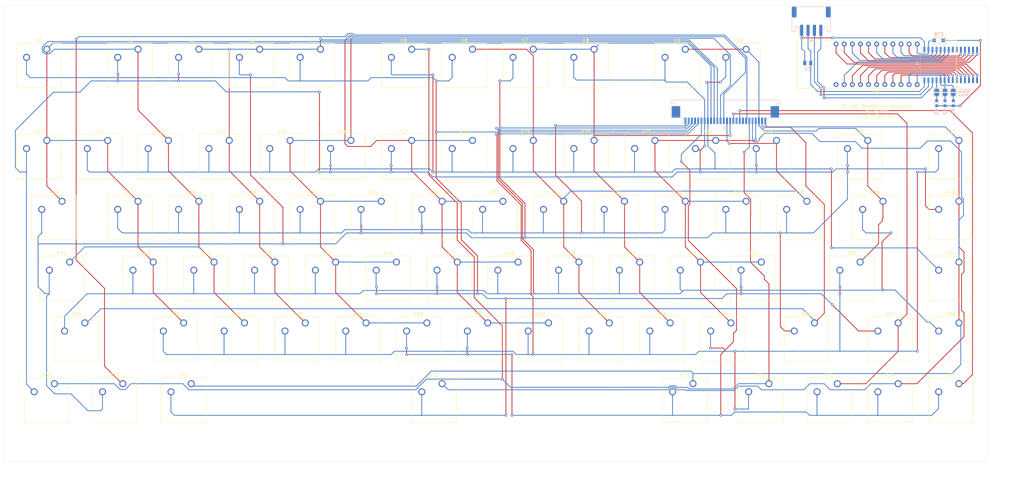
<source format=kicad_pcb>
(kicad_pcb (version 20171130) (host pcbnew "(5.1.6)-1")
  (layers (0 F.Cu signal) (31 B.Cu signal) (34 B.Paste user) (35 F.Paste user) (36 B.SilkS user) (37 F.SilkS user) (38 B.Mask user) (39 F.Mask user) (44 Edge.Cuts user))
  (net 0 "")
  (net 1 /Row_0)
  (net 2 /Row_1)
  (net 3 /Row_2)
  (net 4 /Row_3)
  (net 5 /Row_4)
  (net 6 /Row_5)
  (net 7 /Row_6)
  (net 8 /Col_0)
  (net 9 /Col_1)
  (net 10 /Col_2)
  (net 11 /Col_3)
  (net 12 /Col_4)
  (net 13 /Col_5)
  (net 14 /Col_6)
  (net 15 /Col_7)
  (net 16 /Col_8)
  (net 17 /Col_9)
  (net 18 /Col_10)
  (net 19 /Col_11)
  (net 20 /Col_12)
  (net 21 /Col_13)
  (net 22 /Col_14)
  (net 23 /Col_15)
  (net 24 /Row_7)
  (net 25 "Net-(J1-Pad17)")
  (net 26 "Net-(J1-Pad19)")
  (net 27 "Net-(DS1-Pad22)")
  (net 28 "Net-(DS1-Pad21)")
  (net 29 "Net-(DS1-Pad20)")
  (net 30 "Net-(DS1-Pad19)")
  (net 31 "Net-(DS1-Pad18)")
  (net 32 "Net-(DS1-Pad17)")
  (net 33 "Net-(DS1-Pad16)")
  (net 34 "Net-(DS1-Pad15)")
  (net 35 "Net-(DS1-Pad14)")
  (net 36 "Net-(DS1-Pad13)")
  (net 37 "Net-(DS1-Pad11)")
  (net 38 "Net-(DS1-Pad10)")
  (net 39 "Net-(DS1-Pad9)")
  (net 40 "Net-(DS1-Pad8)")
  (net 41 "Net-(DS1-Pad7)")
  (net 42 "Net-(DS1-Pad6)")
  (net 43 "Net-(DS1-Pad5)")
  (net 44 "Net-(DS1-Pad4)")
  (net 45 "Net-(DS1-Pad3)")
  (net 46 "Net-(DS1-Pad2)")
  (net 47 "Net-(U1-Pad8)")
  (net 48 "Net-(U1-Pad9)")
  (net 49 GND)
  (net 50 /SDA)
  (net 51 /SCL)
  (net 52 "Net-(C1-Pad1)")
  (net 53 "Net-(D78-Pad1)")
  (net 54 "Net-(D78-Pad2)")
  (net 55 "Net-(JP1-Pad2)")
  (net 56 "Net-(JP2-Pad2)")
  (net 57 "Net-(JP3-Pad1)")
  (net 58 "Net-(JP3-Pad2)")
  (module Button_Switch_Keyboard:SW_Cherry_MX_1.25u_PCB (layer F.Cu) (at 273.74375 169.555)
    (fp_text reference K74 (at -2.54 -2.794) (layer F.SilkS))
    (fp_text value KEYSW)
    (pad "" np_thru_hole circle (at 2.54 5.08) (size 1.7 1.7) (drill 1.7) (layers *.Cu *.Mask))
    (pad "" np_thru_hole circle (at -7.62 5.08) (size 1.7 1.7) (drill 1.7) (layers *.Cu *.Mask))
    (pad "" np_thru_hole circle (at -2.54 5.08) (size 4 4) (drill 4) (layers *.Cu *.Mask))
    (pad 2 thru_hole circle (at -6.35 2.54) (size 2.2 2.2) (drill 1.5) (layers *.Cu *.Mask) (net 4 /Row_3))
    (pad 1 thru_hole circle (at 0 0) (size 2.2 2.2) (drill 1.5) (layers *.Cu *.Mask) (net 13 /Col_5))
  )
  (module Button_Switch_Keyboard:SW_Cherry_MX_1.00u_PCB (layer F.Cu) (at 333.275 150.505)
    (fp_text reference K68 (at -2.54 -2.794) (layer F.SilkS))
    (fp_text value KEYSW)
    (pad "" np_thru_hole circle (at 2.54 5.08) (size 1.7 1.7) (drill 1.7) (layers *.Cu *.Mask))
    (pad "" np_thru_hole circle (at -7.62 5.08) (size 1.7 1.7) (drill 1.7) (layers *.Cu *.Mask))
    (pad "" np_thru_hole circle (at -2.54 5.08) (size 4 4) (drill 4) (layers *.Cu *.Mask))
    (pad 2 thru_hole circle (at -6.35 2.54) (size 2.2 2.2) (drill 1.5) (layers *.Cu *.Mask) (net 6 /Row_5))
    (pad 1 thru_hole circle (at 0 0) (size 2.2 2.2) (drill 1.5) (layers *.Cu *.Mask) (net 12 /Col_4))
  )
  (module Button_Switch_Keyboard:SW_Cherry_MX_1.00u_PCB (layer F.Cu) (at 76.1 64.78)
    (fp_text reference K1 (at -2.54 -2.794) (layer F.SilkS))
    (fp_text value KEYSW)
    (pad "" np_thru_hole circle (at 2.54 5.08) (size 1.7 1.7) (drill 1.7) (layers *.Cu *.Mask))
    (pad "" np_thru_hole circle (at -7.62 5.08) (size 1.7 1.7) (drill 1.7) (layers *.Cu *.Mask))
    (pad "" np_thru_hole circle (at -2.54 5.08) (size 4 4) (drill 4) (layers *.Cu *.Mask))
    (pad 2 thru_hole circle (at -6.35 2.54) (size 2.2 2.2) (drill 1.5) (layers *.Cu *.Mask) (net 2 /Row_1))
    (pad 1 thru_hole circle (at 0 0) (size 2.2 2.2) (drill 1.5) (layers *.Cu *.Mask) (net 22 /Col_14))
  )
  (module 14seg:S60401AS (layer F.Cu) (at 307.5 69.5)
    (fp_text reference DS1 (at 0 8.5) (layer F.SilkS))
    (fp_text value S60401AS)
    (pad 22 thru_hole circle (at -12.7 -6.35) (size 1.524 1.524) (drill 0.8) (layers *.Cu *.Mask) (net 27 "Net-(DS1-Pad22)"))
    (pad 21 thru_hole circle (at -10.16 -6.35) (size 1.524 1.524) (drill 0.8) (layers *.Cu *.Mask) (net 28 "Net-(DS1-Pad21)"))
    (pad 20 thru_hole circle (at -7.62 -6.35) (size 1.524 1.524) (drill 0.8) (layers *.Cu *.Mask) (net 29 "Net-(DS1-Pad20)"))
    (pad 19 thru_hole circle (at -5.08 -6.35) (size 1.524 1.524) (drill 0.8) (layers *.Cu *.Mask) (net 30 "Net-(DS1-Pad19)"))
    (pad 18 thru_hole circle (at -2.54 -6.35) (size 1.524 1.524) (drill 0.8) (layers *.Cu *.Mask) (net 31 "Net-(DS1-Pad18)"))
    (pad 17 thru_hole circle (at 0 -6.35) (size 1.524 1.524) (drill 0.8) (layers *.Cu *.Mask) (net 32 "Net-(DS1-Pad17)"))
    (pad 16 thru_hole circle (at 2.54 -6.35) (size 1.524 1.524) (drill 0.8) (layers *.Cu *.Mask) (net 33 "Net-(DS1-Pad16)"))
    (pad 15 thru_hole circle (at 5.08 -6.35) (size 1.524 1.524) (drill 0.8) (layers *.Cu *.Mask) (net 34 "Net-(DS1-Pad15)"))
    (pad 14 thru_hole circle (at 7.62 -6.35) (size 1.524 1.524) (drill 0.8) (layers *.Cu *.Mask) (net 35 "Net-(DS1-Pad14)"))
    (pad 13 thru_hole circle (at 10.16 -6.35) (size 1.524 1.524) (drill 0.8) (layers *.Cu *.Mask) (net 36 "Net-(DS1-Pad13)"))
    (pad 12 thru_hole circle (at 12.7 -6.35) (size 1.524 1.524) (drill 0.8) (layers *.Cu *.Mask) (net 54 "Net-(D78-Pad2)"))
    (pad 11 thru_hole circle (at 12.7 6.35) (size 1.524 1.524) (drill 0.8) (layers *.Cu *.Mask) (net 37 "Net-(DS1-Pad11)"))
    (pad 10 thru_hole circle (at 10.16 6.35) (size 1.524 1.524) (drill 0.8) (layers *.Cu *.Mask) (net 38 "Net-(DS1-Pad10)"))
    (pad 9 thru_hole circle (at 7.62 6.35) (size 1.524 1.524) (drill 0.8) (layers *.Cu *.Mask) (net 39 "Net-(DS1-Pad9)"))
    (pad 8 thru_hole circle (at 5.08 6.35) (size 1.524 1.524) (drill 0.8) (layers *.Cu *.Mask) (net 40 "Net-(DS1-Pad8)"))
    (pad 7 thru_hole circle (at 2.54 6.35) (size 1.524 1.524) (drill 0.8) (layers *.Cu *.Mask) (net 41 "Net-(DS1-Pad7)"))
    (pad 6 thru_hole circle (at 0 6.35) (size 1.524 1.524) (drill 0.8) (layers *.Cu *.Mask) (net 42 "Net-(DS1-Pad6)"))
    (pad 5 thru_hole circle (at -2.54 6.35) (size 1.524 1.524) (drill 0.8) (layers *.Cu *.Mask) (net 43 "Net-(DS1-Pad5)"))
    (pad 4 thru_hole circle (at -5.08 6.35) (size 1.524 1.524) (drill 0.8) (layers *.Cu *.Mask) (net 44 "Net-(DS1-Pad4)"))
    (pad 3 thru_hole circle (at -7.62 6.35) (size 1.524 1.524) (drill 0.8) (layers *.Cu *.Mask) (net 45 "Net-(DS1-Pad3)"))
    (pad 2 thru_hole circle (at -10.16 6.35) (size 1.524 1.524) (drill 0.8) (layers *.Cu *.Mask) (net 46 "Net-(DS1-Pad2)"))
    (pad 1 thru_hole circle (at -12.7 6.35) (size 1.524 1.524) (drill 0.8) (layers *.Cu *.Mask))
  )
  (module Button_Switch_Keyboard:SW_Cherry_MX_2.00u_PCB (layer F.Cu) (at 304.7 93.355)
    (fp_text reference K24 (at -2.54 -2.794) (layer F.SilkS))
    (fp_text value KEYSW)
    (pad "" np_thru_hole circle (at 9.36 -1.92) (size 3.05 3.05) (drill 3.05) (layers *.Cu *.Mask))
    (pad "" np_thru_hole circle (at -14.44 -1.92) (size 3.05 3.05) (drill 3.05) (layers *.Cu *.Mask))
    (pad "" np_thru_hole circle (at -14.44 13.32) (size 4 4) (drill 4) (layers *.Cu *.Mask))
    (pad "" np_thru_hole circle (at 9.36 13.32) (size 4 4) (drill 4) (layers *.Cu *.Mask))
    (pad "" np_thru_hole circle (at 2.54 5.08) (size 1.7 1.7) (drill 1.7) (layers *.Cu *.Mask))
    (pad "" np_thru_hole circle (at -7.62 5.08) (size 1.7 1.7) (drill 1.7) (layers *.Cu *.Mask))
    (pad "" np_thru_hole circle (at -2.54 5.08) (size 4 4) (drill 4) (layers *.Cu *.Mask))
    (pad 2 thru_hole circle (at -6.35 2.54) (size 2.2 2.2) (drill 1.5) (layers *.Cu *.Mask) (net 7 /Row_6))
    (pad 1 thru_hole circle (at 0 0) (size 2.2 2.2) (drill 1.5) (layers *.Cu *.Mask) (net 10 /Col_2))
  )
  (module Button_Switch_Keyboard:SW_Cherry_MX_2.25u_PCB (layer F.Cu) (at 302.31875 131.455)
    (fp_text reference K53 (at -2.54 -2.794) (layer F.SilkS))
    (fp_text value KEYSW)
    (pad "" np_thru_hole circle (at 9.36 -1.92) (size 3.05 3.05) (drill 3.05) (layers *.Cu *.Mask))
    (pad "" np_thru_hole circle (at -14.44 -1.92) (size 3.05 3.05) (drill 3.05) (layers *.Cu *.Mask))
    (pad "" np_thru_hole circle (at -14.44 13.32) (size 4 4) (drill 4) (layers *.Cu *.Mask))
    (pad "" np_thru_hole circle (at 9.36 13.32) (size 4 4) (drill 4) (layers *.Cu *.Mask))
    (pad "" np_thru_hole circle (at 2.54 5.08) (size 1.7 1.7) (drill 1.7) (layers *.Cu *.Mask))
    (pad "" np_thru_hole circle (at -7.62 5.08) (size 1.7 1.7) (drill 1.7) (layers *.Cu *.Mask))
    (pad "" np_thru_hole circle (at -2.54 5.08) (size 4 4) (drill 4) (layers *.Cu *.Mask))
    (pad 2 thru_hole circle (at -6.35 2.54) (size 2.2 2.2) (drill 1.5) (layers *.Cu *.Mask) (net 4 /Row_3))
    (pad 1 thru_hole circle (at 0 0) (size 2.2 2.2) (drill 1.5) (layers *.Cu *.Mask) (net 10 /Col_2))
  )
  (module Button_Switch_Keyboard:SW_Cherry_MX_2.25u_PCB (layer F.Cu) (at 59.43125 150.505)
    (fp_text reference K55 (at -2.54 -2.794) (layer F.SilkS))
    (fp_text value KEYSW)
    (pad "" np_thru_hole circle (at 9.36 -1.92) (size 3.05 3.05) (drill 3.05) (layers *.Cu *.Mask))
    (pad "" np_thru_hole circle (at -14.44 -1.92) (size 3.05 3.05) (drill 3.05) (layers *.Cu *.Mask))
    (pad "" np_thru_hole circle (at -14.44 13.32) (size 4 4) (drill 4) (layers *.Cu *.Mask))
    (pad "" np_thru_hole circle (at 9.36 13.32) (size 4 4) (drill 4) (layers *.Cu *.Mask))
    (pad "" np_thru_hole circle (at 2.54 5.08) (size 1.7 1.7) (drill 1.7) (layers *.Cu *.Mask))
    (pad "" np_thru_hole circle (at -7.62 5.08) (size 1.7 1.7) (drill 1.7) (layers *.Cu *.Mask))
    (pad "" np_thru_hole circle (at -2.54 5.08) (size 4 4) (drill 4) (layers *.Cu *.Mask))
    (pad 2 thru_hole circle (at -6.35 2.54) (size 2.2 2.2) (drill 1.5) (layers *.Cu *.Mask) (net 6 /Row_5))
    (pad 1 thru_hole circle (at 0 0) (size 2.2 2.2) (drill 1.5) (layers *.Cu *.Mask) (net 9 /Col_1))
  )
  (module Button_Switch_Keyboard:SW_Cherry_MX_1.50u_PCB (layer F.Cu) (at 309.4625 112.405)
    (fp_text reference K39 (at -2.54 -2.794) (layer F.SilkS))
    (fp_text value KEYSW)
    (pad "" np_thru_hole circle (at 2.54 5.08) (size 1.7 1.7) (drill 1.7) (layers *.Cu *.Mask))
    (pad "" np_thru_hole circle (at -7.62 5.08) (size 1.7 1.7) (drill 1.7) (layers *.Cu *.Mask))
    (pad "" np_thru_hole circle (at -2.54 5.08) (size 4 4) (drill 4) (layers *.Cu *.Mask))
    (pad 2 thru_hole circle (at -6.35 2.54) (size 2.2 2.2) (drill 1.5) (layers *.Cu *.Mask) (net 6 /Row_5))
    (pad 1 thru_hole circle (at 0 0) (size 2.2 2.2) (drill 1.5) (layers *.Cu *.Mask) (net 10 /Col_2))
  )
  (module Button_Switch_Keyboard:SW_Cherry_MX_1.50u_PCB (layer F.Cu) (at 52.2875 112.405)
    (fp_text reference K26 (at -2.54 -2.794) (layer F.SilkS))
    (fp_text value KEYSW)
    (pad "" np_thru_hole circle (at 2.54 5.08) (size 1.7 1.7) (drill 1.7) (layers *.Cu *.Mask))
    (pad "" np_thru_hole circle (at -7.62 5.08) (size 1.7 1.7) (drill 1.7) (layers *.Cu *.Mask))
    (pad "" np_thru_hole circle (at -2.54 5.08) (size 4 4) (drill 4) (layers *.Cu *.Mask))
    (pad 2 thru_hole circle (at -6.35 2.54) (size 2.2 2.2) (drill 1.5) (layers *.Cu *.Mask) (net 7 /Row_6))
    (pad 1 thru_hole circle (at 0 0) (size 2.2 2.2) (drill 1.5) (layers *.Cu *.Mask) (net 23 /Col_15))
  )
  (module Button_Switch_Keyboard:SW_Cherry_MX_1.75u_PCB (layer F.Cu) (at 288.03125 150.505)
    (fp_text reference K66 (at -2.54 -2.794) (layer F.SilkS))
    (fp_text value KEYSW)
    (pad "" np_thru_hole circle (at 2.54 5.08) (size 1.7 1.7) (drill 1.7) (layers *.Cu *.Mask))
    (pad "" np_thru_hole circle (at -7.62 5.08) (size 1.7 1.7) (drill 1.7) (layers *.Cu *.Mask))
    (pad "" np_thru_hole circle (at -2.54 5.08) (size 4 4) (drill 4) (layers *.Cu *.Mask))
    (pad 2 thru_hole circle (at -6.35 2.54) (size 2.2 2.2) (drill 1.5) (layers *.Cu *.Mask) (net 7 /Row_6))
    (pad 1 thru_hole circle (at 0 0) (size 2.2 2.2) (drill 1.5) (layers *.Cu *.Mask) (net 9 /Col_1))
  )
  (module Button_Switch_Keyboard:SW_Cherry_MX_1.75u_PCB (layer F.Cu) (at 54.66875 131.455)
    (fp_text reference K41 (at -2.54 -2.794) (layer F.SilkS))
    (fp_text value KEYSW)
    (pad "" np_thru_hole circle (at 2.54 5.08) (size 1.7 1.7) (drill 1.7) (layers *.Cu *.Mask))
    (pad "" np_thru_hole circle (at -7.62 5.08) (size 1.7 1.7) (drill 1.7) (layers *.Cu *.Mask))
    (pad "" np_thru_hole circle (at -2.54 5.08) (size 4 4) (drill 4) (layers *.Cu *.Mask))
    (pad 2 thru_hole circle (at -6.35 2.54) (size 2.2 2.2) (drill 1.5) (layers *.Cu *.Mask) (net 7 /Row_6))
    (pad 1 thru_hole circle (at 0 0) (size 2.2 2.2) (drill 1.5) (layers *.Cu *.Mask) (net 22 /Col_14))
  )
  (module Button_Switch_Keyboard:SW_Cherry_MX_1.25u_PCB (layer F.Cu) (at 49.90625 169.555)
    (fp_text reference K69 (at -2.54 -2.794) (layer F.SilkS))
    (fp_text value KEYSW)
    (pad "" np_thru_hole circle (at 2.54 5.08) (size 1.7 1.7) (drill 1.7) (layers *.Cu *.Mask))
    (pad "" np_thru_hole circle (at -7.62 5.08) (size 1.7 1.7) (drill 1.7) (layers *.Cu *.Mask))
    (pad "" np_thru_hole circle (at -2.54 5.08) (size 4 4) (drill 4) (layers *.Cu *.Mask))
    (pad 2 thru_hole circle (at -6.35 2.54) (size 2.2 2.2) (drill 1.5) (layers *.Cu *.Mask) (net 2 /Row_1))
    (pad 1 thru_hole circle (at 0 0) (size 2.2 2.2) (drill 1.5) (layers *.Cu *.Mask) (net 13 /Col_5))
  )
  (module Button_Switch_Keyboard:SW_Cherry_MX_1.25u_PCB (layer F.Cu) (at 92.76875 169.555)
    (fp_text reference K71 (at -2.54 -2.794) (layer F.SilkS))
    (fp_text value KEYSW)
    (pad "" np_thru_hole circle (at 2.54 5.08) (size 1.7 1.7) (drill 1.7) (layers *.Cu *.Mask))
    (pad "" np_thru_hole circle (at -7.62 5.08) (size 1.7 1.7) (drill 1.7) (layers *.Cu *.Mask))
    (pad "" np_thru_hole circle (at -2.54 5.08) (size 4 4) (drill 4) (layers *.Cu *.Mask))
    (pad 2 thru_hole circle (at -6.35 2.54) (size 2.2 2.2) (drill 1.5) (layers *.Cu *.Mask) (net 5 /Row_4))
    (pad 1 thru_hole circle (at 0 0) (size 2.2 2.2) (drill 1.5) (layers *.Cu *.Mask) (net 12 /Col_4))
  )
  (module Button_Switch_Keyboard:SW_Cherry_MX_1.25u_PCB (layer F.Cu) (at 249.93125 169.555)
    (fp_text reference K73 (at -2.54 -2.794) (layer F.SilkS))
    (fp_text value KEYSW)
    (pad "" np_thru_hole circle (at 2.54 5.08) (size 1.7 1.7) (drill 1.7) (layers *.Cu *.Mask))
    (pad "" np_thru_hole circle (at -7.62 5.08) (size 1.7 1.7) (drill 1.7) (layers *.Cu *.Mask))
    (pad "" np_thru_hole circle (at -2.54 5.08) (size 4 4) (drill 4) (layers *.Cu *.Mask))
    (pad 2 thru_hole circle (at -6.35 2.54) (size 2.2 2.2) (drill 1.5) (layers *.Cu *.Mask) (net 3 /Row_2))
    (pad 1 thru_hole circle (at 0 0) (size 2.2 2.2) (drill 1.5) (layers *.Cu *.Mask) (net 12 /Col_4))
  )
  (module Button_Switch_Keyboard:SW_Cherry_MX_1.00u_PCB (layer F.Cu) (at 166.5875 150.505)
    (fp_text reference K60 (at -2.54 -2.794) (layer F.SilkS))
    (fp_text value KEYSW)
    (pad "" np_thru_hole circle (at 2.54 5.08) (size 1.7 1.7) (drill 1.7) (layers *.Cu *.Mask))
    (pad "" np_thru_hole circle (at -7.62 5.08) (size 1.7 1.7) (drill 1.7) (layers *.Cu *.Mask))
    (pad "" np_thru_hole circle (at -2.54 5.08) (size 4 4) (drill 4) (layers *.Cu *.Mask))
    (pad 2 thru_hole circle (at -6.35 2.54) (size 2.2 2.2) (drill 1.5) (layers *.Cu *.Mask) (net 3 /Row_2))
    (pad 1 thru_hole circle (at 0 0) (size 2.2 2.2) (drill 1.5) (layers *.Cu *.Mask) (net 20 /Col_12))
  )
  (module Button_Switch_Keyboard:SW_Cherry_MX_1.00u_PCB (layer F.Cu) (at 114.2 64.78)
    (fp_text reference K3 (at -2.54 -2.794) (layer F.SilkS))
    (fp_text value KEYSW)
    (pad "" np_thru_hole circle (at 2.54 5.08) (size 1.7 1.7) (drill 1.7) (layers *.Cu *.Mask))
    (pad "" np_thru_hole circle (at -7.62 5.08) (size 1.7 1.7) (drill 1.7) (layers *.Cu *.Mask))
    (pad "" np_thru_hole circle (at -2.54 5.08) (size 4 4) (drill 4) (layers *.Cu *.Mask))
    (pad 2 thru_hole circle (at -6.35 2.54) (size 2.2 2.2) (drill 1.5) (layers *.Cu *.Mask) (net 7 /Row_6))
    (pad 1 thru_hole circle (at 0 0) (size 2.2 2.2) (drill 1.5) (layers *.Cu *.Mask) (net 21 /Col_13))
  )
  (module Button_Switch_Keyboard:SW_Cherry_MX_1.00u_PCB (layer F.Cu) (at 47.525 64.78)
    (fp_text reference K0 (at -2.54 -2.794) (layer F.SilkS))
    (fp_text value KEYSW)
    (pad "" np_thru_hole circle (at 2.54 5.08) (size 1.7 1.7) (drill 1.7) (layers *.Cu *.Mask))
    (pad "" np_thru_hole circle (at -7.62 5.08) (size 1.7 1.7) (drill 1.7) (layers *.Cu *.Mask))
    (pad "" np_thru_hole circle (at -2.54 5.08) (size 4 4) (drill 4) (layers *.Cu *.Mask))
    (pad 2 thru_hole circle (at -6.35 2.54) (size 2.2 2.2) (drill 1.5) (layers *.Cu *.Mask) (net 5 /Row_4))
    (pad 1 thru_hole circle (at 0 0) (size 2.2 2.2) (drill 1.5) (layers *.Cu *.Mask) (net 23 /Col_15))
  )
  (module Button_Switch_Keyboard:SW_Cherry_MX_1.00u_PCB (layer F.Cu) (at 333.275 169.555)
    (fp_text reference K77 (at -2.54 -2.794) (layer F.SilkS))
    (fp_text value KEYSW)
    (pad "" np_thru_hole circle (at 2.54 5.08) (size 1.7 1.7) (drill 1.7) (layers *.Cu *.Mask))
    (pad "" np_thru_hole circle (at -7.62 5.08) (size 1.7 1.7) (drill 1.7) (layers *.Cu *.Mask))
    (pad "" np_thru_hole circle (at -2.54 5.08) (size 4 4) (drill 4) (layers *.Cu *.Mask))
    (pad 2 thru_hole circle (at -6.35 2.54) (size 2.2 2.2) (drill 1.5) (layers *.Cu *.Mask) (net 3 /Row_2))
    (pad 1 thru_hole circle (at 0 0) (size 2.2 2.2) (drill 1.5) (layers *.Cu *.Mask) (net 15 /Col_7))
  )
  (module Button_Switch_Keyboard:SW_Cherry_MX_1.00u_PCB (layer F.Cu) (at 314.225 150.505)
    (fp_text reference K67 (at -2.54 -2.794) (layer F.SilkS))
    (fp_text value KEYSW)
    (pad "" np_thru_hole circle (at 2.54 5.08) (size 1.7 1.7) (drill 1.7) (layers *.Cu *.Mask))
    (pad "" np_thru_hole circle (at -7.62 5.08) (size 1.7 1.7) (drill 1.7) (layers *.Cu *.Mask))
    (pad "" np_thru_hole circle (at -2.54 5.08) (size 4 4) (drill 4) (layers *.Cu *.Mask))
    (pad 2 thru_hole circle (at -6.35 2.54) (size 2.2 2.2) (drill 1.5) (layers *.Cu *.Mask) (net 5 /Row_4))
    (pad 1 thru_hole circle (at 0 0) (size 2.2 2.2) (drill 1.5) (layers *.Cu *.Mask) (net 16 /Col_8))
  )
  (module Button_Switch_Keyboard:SW_Cherry_MX_1.00u_PCB (layer F.Cu) (at 176.1125 131.455)
    (fp_text reference K47 (at -2.54 -2.794) (layer F.SilkS))
    (fp_text value KEYSW)
    (pad "" np_thru_hole circle (at 2.54 5.08) (size 1.7 1.7) (drill 1.7) (layers *.Cu *.Mask))
    (pad "" np_thru_hole circle (at -7.62 5.08) (size 1.7 1.7) (drill 1.7) (layers *.Cu *.Mask))
    (pad "" np_thru_hole circle (at -2.54 5.08) (size 4 4) (drill 4) (layers *.Cu *.Mask))
    (pad 2 thru_hole circle (at -6.35 2.54) (size 2.2 2.2) (drill 1.5) (layers *.Cu *.Mask) (net 5 /Row_4))
    (pad 1 thru_hole circle (at 0 0) (size 2.2 2.2) (drill 1.5) (layers *.Cu *.Mask) (net 19 /Col_11))
  )
  (module Button_Switch_Keyboard:SW_Cherry_MX_1.00u_PCB (layer F.Cu) (at 185.6375 150.505)
    (fp_text reference K61 (at -2.54 -2.794) (layer F.SilkS))
    (fp_text value KEYSW)
    (pad "" np_thru_hole circle (at 2.54 5.08) (size 1.7 1.7) (drill 1.7) (layers *.Cu *.Mask))
    (pad "" np_thru_hole circle (at -7.62 5.08) (size 1.7 1.7) (drill 1.7) (layers *.Cu *.Mask))
    (pad "" np_thru_hole circle (at -2.54 5.08) (size 4 4) (drill 4) (layers *.Cu *.Mask))
    (pad 2 thru_hole circle (at -6.35 2.54) (size 2.2 2.2) (drill 1.5) (layers *.Cu *.Mask) (net 3 /Row_2))
    (pad 1 thru_hole circle (at 0 0) (size 2.2 2.2) (drill 1.5) (layers *.Cu *.Mask) (net 19 /Col_11))
  )
  (module Button_Switch_Keyboard:SW_Cherry_MX_1.00u_PCB (layer F.Cu) (at 109.4375 150.505)
    (fp_text reference K57 (at -2.54 -2.794) (layer F.SilkS))
    (fp_text value KEYSW)
    (pad "" np_thru_hole circle (at 2.54 5.08) (size 1.7 1.7) (drill 1.7) (layers *.Cu *.Mask))
    (pad "" np_thru_hole circle (at -7.62 5.08) (size 1.7 1.7) (drill 1.7) (layers *.Cu *.Mask))
    (pad "" np_thru_hole circle (at -2.54 5.08) (size 4 4) (drill 4) (layers *.Cu *.Mask))
    (pad 2 thru_hole circle (at -6.35 2.54) (size 2.2 2.2) (drill 1.5) (layers *.Cu *.Mask) (net 4 /Row_3))
    (pad 1 thru_hole circle (at 0 0) (size 2.2 2.2) (drill 1.5) (layers *.Cu *.Mask) (net 22 /Col_14))
  )
  (module Button_Switch_Keyboard:SW_Cherry_MX_1.00u_PCB (layer F.Cu) (at 99.9125 131.455)
    (fp_text reference K43 (at -2.54 -2.794) (layer F.SilkS))
    (fp_text value KEYSW)
    (pad "" np_thru_hole circle (at 2.54 5.08) (size 1.7 1.7) (drill 1.7) (layers *.Cu *.Mask))
    (pad "" np_thru_hole circle (at -7.62 5.08) (size 1.7 1.7) (drill 1.7) (layers *.Cu *.Mask))
    (pad "" np_thru_hole circle (at -2.54 5.08) (size 4 4) (drill 4) (layers *.Cu *.Mask))
    (pad 2 thru_hole circle (at -6.35 2.54) (size 2.2 2.2) (drill 1.5) (layers *.Cu *.Mask) (net 6 /Row_5))
    (pad 1 thru_hole circle (at 0 0) (size 2.2 2.2) (drill 1.5) (layers *.Cu *.Mask) (net 22 /Col_14))
  )
  (module Button_Switch_Keyboard:SW_Cherry_MX_1.00u_PCB (layer F.Cu) (at 95.15 64.78)
    (fp_text reference K2 (at -2.54 -2.794) (layer F.SilkS))
    (fp_text value KEYSW)
    (pad "" np_thru_hole circle (at 2.54 5.08) (size 1.7 1.7) (drill 1.7) (layers *.Cu *.Mask))
    (pad "" np_thru_hole circle (at -7.62 5.08) (size 1.7 1.7) (drill 1.7) (layers *.Cu *.Mask))
    (pad "" np_thru_hole circle (at -2.54 5.08) (size 4 4) (drill 4) (layers *.Cu *.Mask))
    (pad 2 thru_hole circle (at -6.35 2.54) (size 2.2 2.2) (drill 1.5) (layers *.Cu *.Mask) (net 2 /Row_1))
    (pad 1 thru_hole circle (at 0 0) (size 2.2 2.2) (drill 1.5) (layers *.Cu *.Mask) (net 21 /Col_13))
  )
  (module Button_Switch_Keyboard:SW_Cherry_MX_1.00u_PCB (layer F.Cu) (at 133.25 64.78)
    (fp_text reference K4 (at -2.54 -2.794) (layer F.SilkS))
    (fp_text value KEYSW)
    (pad "" np_thru_hole circle (at 2.54 5.08) (size 1.7 1.7) (drill 1.7) (layers *.Cu *.Mask))
    (pad "" np_thru_hole circle (at -7.62 5.08) (size 1.7 1.7) (drill 1.7) (layers *.Cu *.Mask))
    (pad "" np_thru_hole circle (at -2.54 5.08) (size 4 4) (drill 4) (layers *.Cu *.Mask))
    (pad 2 thru_hole circle (at -6.35 2.54) (size 2.2 2.2) (drill 1.5) (layers *.Cu *.Mask) (net 5 /Row_4))
    (pad 1 thru_hole circle (at 0 0) (size 2.2 2.2) (drill 1.5) (layers *.Cu *.Mask) (net 21 /Col_13))
  )
  (module Button_Switch_Keyboard:SW_Cherry_MX_1.00u_PCB (layer F.Cu) (at 161.825 64.78)
    (fp_text reference K5 (at -2.54 -2.794) (layer F.SilkS))
    (fp_text value KEYSW)
    (pad "" np_thru_hole circle (at 2.54 5.08) (size 1.7 1.7) (drill 1.7) (layers *.Cu *.Mask))
    (pad "" np_thru_hole circle (at -7.62 5.08) (size 1.7 1.7) (drill 1.7) (layers *.Cu *.Mask))
    (pad "" np_thru_hole circle (at -2.54 5.08) (size 4 4) (drill 4) (layers *.Cu *.Mask))
    (pad 2 thru_hole circle (at -6.35 2.54) (size 2.2 2.2) (drill 1.5) (layers *.Cu *.Mask) (net 1 /Row_0))
    (pad 1 thru_hole circle (at 0 0) (size 2.2 2.2) (drill 1.5) (layers *.Cu *.Mask) (net 13 /Col_5))
  )
  (module Button_Switch_Keyboard:SW_Cherry_MX_1.00u_PCB (layer F.Cu) (at 180.875 64.78)
    (fp_text reference K6 (at -2.54 -2.794) (layer F.SilkS))
    (fp_text value KEYSW)
    (pad "" np_thru_hole circle (at 2.54 5.08) (size 1.7 1.7) (drill 1.7) (layers *.Cu *.Mask))
    (pad "" np_thru_hole circle (at -7.62 5.08) (size 1.7 1.7) (drill 1.7) (layers *.Cu *.Mask))
    (pad "" np_thru_hole circle (at -2.54 5.08) (size 4 4) (drill 4) (layers *.Cu *.Mask))
    (pad 2 thru_hole circle (at -6.35 2.54) (size 2.2 2.2) (drill 1.5) (layers *.Cu *.Mask) (net 5 /Row_4))
    (pad 1 thru_hole circle (at 0 0) (size 2.2 2.2) (drill 1.5) (layers *.Cu *.Mask) (net 18 /Col_10))
  )
  (module Button_Switch_Keyboard:SW_Cherry_MX_1.00u_PCB (layer F.Cu) (at 199.925 64.78)
    (fp_text reference K7 (at -2.54 -2.794) (layer F.SilkS))
    (fp_text value KEYSW)
    (pad "" np_thru_hole circle (at 2.54 5.08) (size 1.7 1.7) (drill 1.7) (layers *.Cu *.Mask))
    (pad "" np_thru_hole circle (at -7.62 5.08) (size 1.7 1.7) (drill 1.7) (layers *.Cu *.Mask))
    (pad "" np_thru_hole circle (at -2.54 5.08) (size 4 4) (drill 4) (layers *.Cu *.Mask))
    (pad 2 thru_hole circle (at -6.35 2.54) (size 2.2 2.2) (drill 1.5) (layers *.Cu *.Mask) (net 7 /Row_6))
    (pad 1 thru_hole circle (at 0 0) (size 2.2 2.2) (drill 1.5) (layers *.Cu *.Mask) (net 17 /Col_9))
  )
  (module Button_Switch_Keyboard:SW_Cherry_MX_1.00u_PCB (layer F.Cu) (at 218.975 64.78)
    (fp_text reference K8 (at -2.54 -2.794) (layer F.SilkS))
    (fp_text value KEYSW)
    (pad "" np_thru_hole circle (at 2.54 5.08) (size 1.7 1.7) (drill 1.7) (layers *.Cu *.Mask))
    (pad "" np_thru_hole circle (at -7.62 5.08) (size 1.7 1.7) (drill 1.7) (layers *.Cu *.Mask))
    (pad "" np_thru_hole circle (at -2.54 5.08) (size 4 4) (drill 4) (layers *.Cu *.Mask))
    (pad 2 thru_hole circle (at -6.35 2.54) (size 2.2 2.2) (drill 1.5) (layers *.Cu *.Mask) (net 2 /Row_1))
    (pad 1 thru_hole circle (at 0 0) (size 2.2 2.2) (drill 1.5) (layers *.Cu *.Mask) (net 17 /Col_9))
  )
  (module Button_Switch_Keyboard:SW_Cherry_MX_1.00u_PCB (layer F.Cu) (at 247.55 64.78)
    (fp_text reference K9 (at -2.54 -2.794) (layer F.SilkS))
    (fp_text value KEYSW)
    (pad "" np_thru_hole circle (at 2.54 5.08) (size 1.7 1.7) (drill 1.7) (layers *.Cu *.Mask))
    (pad "" np_thru_hole circle (at -7.62 5.08) (size 1.7 1.7) (drill 1.7) (layers *.Cu *.Mask))
    (pad "" np_thru_hole circle (at -2.54 5.08) (size 4 4) (drill 4) (layers *.Cu *.Mask))
    (pad 2 thru_hole circle (at -6.35 2.54) (size 2.2 2.2) (drill 1.5) (layers *.Cu *.Mask) (net 2 /Row_1))
    (pad 1 thru_hole circle (at 0 0) (size 2.2 2.2) (drill 1.5) (layers *.Cu *.Mask) (net 10 /Col_2))
  )
  (module Button_Switch_Keyboard:SW_Cherry_MX_1.00u_PCB (layer F.Cu) (at 266.6 64.78)
    (fp_text reference K10 (at -2.54 -2.794) (layer F.SilkS))
    (fp_text value KEYSW)
    (pad "" np_thru_hole circle (at 2.54 5.08) (size 1.7 1.7) (drill 1.7) (layers *.Cu *.Mask))
    (pad "" np_thru_hole circle (at -7.62 5.08) (size 1.7 1.7) (drill 1.7) (layers *.Cu *.Mask))
    (pad "" np_thru_hole circle (at -2.54 5.08) (size 4 4) (drill 4) (layers *.Cu *.Mask))
    (pad 2 thru_hole circle (at -6.35 2.54) (size 2.2 2.2) (drill 1.5) (layers *.Cu *.Mask) (net 1 /Row_0))
    (pad 1 thru_hole circle (at 0 0) (size 2.2 2.2) (drill 1.5) (layers *.Cu *.Mask) (net 10 /Col_2))
  )
  (module Button_Switch_Keyboard:SW_Cherry_MX_1.00u_PCB (layer F.Cu) (at 47.525 93.355)
    (fp_text reference K11 (at -2.54 -2.794) (layer F.SilkS))
    (fp_text value KEYSW)
    (pad "" np_thru_hole circle (at 2.54 5.08) (size 1.7 1.7) (drill 1.7) (layers *.Cu *.Mask))
    (pad "" np_thru_hole circle (at -7.62 5.08) (size 1.7 1.7) (drill 1.7) (layers *.Cu *.Mask))
    (pad "" np_thru_hole circle (at -2.54 5.08) (size 4 4) (drill 4) (layers *.Cu *.Mask))
    (pad 2 thru_hole circle (at -6.35 2.54) (size 2.2 2.2) (drill 1.5) (layers *.Cu *.Mask) (net 2 /Row_1))
    (pad 1 thru_hole circle (at 0 0) (size 2.2 2.2) (drill 1.5) (layers *.Cu *.Mask) (net 23 /Col_15))
  )
  (module Button_Switch_Keyboard:SW_Cherry_MX_1.00u_PCB (layer F.Cu) (at 66.575 93.355)
    (fp_text reference K12 (at -2.54 -2.794) (layer F.SilkS))
    (fp_text value KEYSW)
    (pad "" np_thru_hole circle (at 2.54 5.08) (size 1.7 1.7) (drill 1.7) (layers *.Cu *.Mask))
    (pad "" np_thru_hole circle (at -7.62 5.08) (size 1.7 1.7) (drill 1.7) (layers *.Cu *.Mask))
    (pad "" np_thru_hole circle (at -2.54 5.08) (size 4 4) (drill 4) (layers *.Cu *.Mask))
    (pad 2 thru_hole circle (at -6.35 2.54) (size 2.2 2.2) (drill 1.5) (layers *.Cu *.Mask) (net 1 /Row_0))
    (pad 1 thru_hole circle (at 0 0) (size 2.2 2.2) (drill 1.5) (layers *.Cu *.Mask) (net 23 /Col_15))
  )
  (module Button_Switch_Keyboard:SW_Cherry_MX_1.00u_PCB (layer F.Cu) (at 85.625 93.355)
    (fp_text reference K13 (at -2.54 -2.794) (layer F.SilkS))
    (fp_text value KEYSW)
    (pad "" np_thru_hole circle (at 2.54 5.08) (size 1.7 1.7) (drill 1.7) (layers *.Cu *.Mask))
    (pad "" np_thru_hole circle (at -7.62 5.08) (size 1.7 1.7) (drill 1.7) (layers *.Cu *.Mask))
    (pad "" np_thru_hole circle (at -2.54 5.08) (size 4 4) (drill 4) (layers *.Cu *.Mask))
    (pad 2 thru_hole circle (at -6.35 2.54) (size 2.2 2.2) (drill 1.5) (layers *.Cu *.Mask) (net 1 /Row_0))
    (pad 1 thru_hole circle (at 0 0) (size 2.2 2.2) (drill 1.5) (layers *.Cu *.Mask) (net 22 /Col_14))
  )
  (module Button_Switch_Keyboard:SW_Cherry_MX_1.00u_PCB (layer F.Cu) (at 104.675 93.355)
    (fp_text reference K14 (at -2.54 -2.794) (layer F.SilkS))
    (fp_text value KEYSW)
    (pad "" np_thru_hole circle (at 2.54 5.08) (size 1.7 1.7) (drill 1.7) (layers *.Cu *.Mask))
    (pad "" np_thru_hole circle (at -7.62 5.08) (size 1.7 1.7) (drill 1.7) (layers *.Cu *.Mask))
    (pad "" np_thru_hole circle (at -2.54 5.08) (size 4 4) (drill 4) (layers *.Cu *.Mask))
    (pad 2 thru_hole circle (at -6.35 2.54) (size 2.2 2.2) (drill 1.5) (layers *.Cu *.Mask) (net 1 /Row_0))
    (pad 1 thru_hole circle (at 0 0) (size 2.2 2.2) (drill 1.5) (layers *.Cu *.Mask) (net 21 /Col_13))
  )
  (module Button_Switch_Keyboard:SW_Cherry_MX_1.00u_PCB (layer F.Cu) (at 123.725 93.355)
    (fp_text reference K15 (at -2.54 -2.794) (layer F.SilkS))
    (fp_text value KEYSW)
    (pad "" np_thru_hole circle (at 2.54 5.08) (size 1.7 1.7) (drill 1.7) (layers *.Cu *.Mask))
    (pad "" np_thru_hole circle (at -7.62 5.08) (size 1.7 1.7) (drill 1.7) (layers *.Cu *.Mask))
    (pad "" np_thru_hole circle (at -2.54 5.08) (size 4 4) (drill 4) (layers *.Cu *.Mask))
    (pad 2 thru_hole circle (at -6.35 2.54) (size 2.2 2.2) (drill 1.5) (layers *.Cu *.Mask) (net 1 /Row_0))
    (pad 1 thru_hole circle (at 0 0) (size 2.2 2.2) (drill 1.5) (layers *.Cu *.Mask) (net 20 /Col_12))
  )
  (module Button_Switch_Keyboard:SW_Cherry_MX_1.00u_PCB (layer F.Cu) (at 142.775 93.355)
    (fp_text reference K16 (at -2.54 -2.794) (layer F.SilkS))
    (fp_text value KEYSW)
    (pad "" np_thru_hole circle (at 2.54 5.08) (size 1.7 1.7) (drill 1.7) (layers *.Cu *.Mask))
    (pad "" np_thru_hole circle (at -7.62 5.08) (size 1.7 1.7) (drill 1.7) (layers *.Cu *.Mask))
    (pad "" np_thru_hole circle (at -2.54 5.08) (size 4 4) (drill 4) (layers *.Cu *.Mask))
    (pad 2 thru_hole circle (at -6.35 2.54) (size 2.2 2.2) (drill 1.5) (layers *.Cu *.Mask) (net 2 /Row_1))
    (pad 1 thru_hole circle (at 0 0) (size 2.2 2.2) (drill 1.5) (layers *.Cu *.Mask) (net 20 /Col_12))
  )
  (module Button_Switch_Keyboard:SW_Cherry_MX_1.00u_PCB (layer F.Cu) (at 161.825 93.355)
    (fp_text reference K17 (at -2.54 -2.794) (layer F.SilkS))
    (fp_text value KEYSW)
    (pad "" np_thru_hole circle (at 2.54 5.08) (size 1.7 1.7) (drill 1.7) (layers *.Cu *.Mask))
    (pad "" np_thru_hole circle (at -7.62 5.08) (size 1.7 1.7) (drill 1.7) (layers *.Cu *.Mask))
    (pad "" np_thru_hole circle (at -2.54 5.08) (size 4 4) (drill 4) (layers *.Cu *.Mask))
    (pad 2 thru_hole circle (at -6.35 2.54) (size 2.2 2.2) (drill 1.5) (layers *.Cu *.Mask) (net 2 /Row_1))
    (pad 1 thru_hole circle (at 0 0) (size 2.2 2.2) (drill 1.5) (layers *.Cu *.Mask) (net 19 /Col_11))
  )
  (module Button_Switch_Keyboard:SW_Cherry_MX_1.00u_PCB (layer F.Cu) (at 180.875 93.355)
    (fp_text reference K18 (at -2.54 -2.794) (layer F.SilkS))
    (fp_text value KEYSW)
    (pad "" np_thru_hole circle (at 2.54 5.08) (size 1.7 1.7) (drill 1.7) (layers *.Cu *.Mask))
    (pad "" np_thru_hole circle (at -7.62 5.08) (size 1.7 1.7) (drill 1.7) (layers *.Cu *.Mask))
    (pad "" np_thru_hole circle (at -2.54 5.08) (size 4 4) (drill 4) (layers *.Cu *.Mask))
    (pad 2 thru_hole circle (at -6.35 2.54) (size 2.2 2.2) (drill 1.5) (layers *.Cu *.Mask) (net 1 /Row_0))
    (pad 1 thru_hole circle (at 0 0) (size 2.2 2.2) (drill 1.5) (layers *.Cu *.Mask) (net 19 /Col_11))
  )
  (module Button_Switch_Keyboard:SW_Cherry_MX_1.00u_PCB (layer F.Cu) (at 199.925 93.355)
    (fp_text reference K19 (at -2.54 -2.794) (layer F.SilkS))
    (fp_text value KEYSW)
    (pad "" np_thru_hole circle (at 2.54 5.08) (size 1.7 1.7) (drill 1.7) (layers *.Cu *.Mask))
    (pad "" np_thru_hole circle (at -7.62 5.08) (size 1.7 1.7) (drill 1.7) (layers *.Cu *.Mask))
    (pad "" np_thru_hole circle (at -2.54 5.08) (size 4 4) (drill 4) (layers *.Cu *.Mask))
    (pad 2 thru_hole circle (at -6.35 2.54) (size 2.2 2.2) (drill 1.5) (layers *.Cu *.Mask) (net 1 /Row_0))
    (pad 1 thru_hole circle (at 0 0) (size 2.2 2.2) (drill 1.5) (layers *.Cu *.Mask) (net 18 /Col_10))
  )
  (module Button_Switch_Keyboard:SW_Cherry_MX_1.00u_PCB (layer F.Cu) (at 218.975 93.355)
    (fp_text reference K20 (at -2.54 -2.794) (layer F.SilkS))
    (fp_text value KEYSW)
    (pad "" np_thru_hole circle (at 2.54 5.08) (size 1.7 1.7) (drill 1.7) (layers *.Cu *.Mask))
    (pad "" np_thru_hole circle (at -7.62 5.08) (size 1.7 1.7) (drill 1.7) (layers *.Cu *.Mask))
    (pad "" np_thru_hole circle (at -2.54 5.08) (size 4 4) (drill 4) (layers *.Cu *.Mask))
    (pad 2 thru_hole circle (at -6.35 2.54) (size 2.2 2.2) (drill 1.5) (layers *.Cu *.Mask) (net 1 /Row_0))
    (pad 1 thru_hole circle (at 0 0) (size 2.2 2.2) (drill 1.5) (layers *.Cu *.Mask) (net 17 /Col_9))
  )
  (module Button_Switch_Keyboard:SW_Cherry_MX_1.00u_PCB (layer F.Cu) (at 238.025 93.355)
    (fp_text reference K21 (at -2.54 -2.794) (layer F.SilkS))
    (fp_text value KEYSW)
    (pad "" np_thru_hole circle (at 2.54 5.08) (size 1.7 1.7) (drill 1.7) (layers *.Cu *.Mask))
    (pad "" np_thru_hole circle (at -7.62 5.08) (size 1.7 1.7) (drill 1.7) (layers *.Cu *.Mask))
    (pad "" np_thru_hole circle (at -2.54 5.08) (size 4 4) (drill 4) (layers *.Cu *.Mask))
    (pad 2 thru_hole circle (at -6.35 2.54) (size 2.2 2.2) (drill 1.5) (layers *.Cu *.Mask) (net 1 /Row_0))
    (pad 1 thru_hole circle (at 0 0) (size 2.2 2.2) (drill 1.5) (layers *.Cu *.Mask) (net 11 /Col_3))
  )
  (module Button_Switch_Keyboard:SW_Cherry_MX_1.00u_PCB (layer F.Cu) (at 257.075 93.355)
    (fp_text reference K22 (at -2.54 -2.794) (layer F.SilkS))
    (fp_text value KEYSW)
    (pad "" np_thru_hole circle (at 2.54 5.08) (size 1.7 1.7) (drill 1.7) (layers *.Cu *.Mask))
    (pad "" np_thru_hole circle (at -7.62 5.08) (size 1.7 1.7) (drill 1.7) (layers *.Cu *.Mask))
    (pad "" np_thru_hole circle (at -2.54 5.08) (size 4 4) (drill 4) (layers *.Cu *.Mask))
    (pad 2 thru_hole circle (at -6.35 2.54) (size 2.2 2.2) (drill 1.5) (layers *.Cu *.Mask) (net 2 /Row_1))
    (pad 1 thru_hole circle (at 0 0) (size 2.2 2.2) (drill 1.5) (layers *.Cu *.Mask) (net 11 /Col_3))
  )
  (module Button_Switch_Keyboard:SW_Cherry_MX_1.00u_PCB (layer F.Cu) (at 276.125 93.355)
    (fp_text reference K23 (at -2.54 -2.794) (layer F.SilkS))
    (fp_text value KEYSW)
    (pad "" np_thru_hole circle (at 2.54 5.08) (size 1.7 1.7) (drill 1.7) (layers *.Cu *.Mask))
    (pad "" np_thru_hole circle (at -7.62 5.08) (size 1.7 1.7) (drill 1.7) (layers *.Cu *.Mask))
    (pad "" np_thru_hole circle (at -2.54 5.08) (size 4 4) (drill 4) (layers *.Cu *.Mask))
    (pad 2 thru_hole circle (at -6.35 2.54) (size 2.2 2.2) (drill 1.5) (layers *.Cu *.Mask) (net 2 /Row_1))
    (pad 1 thru_hole circle (at 0 0) (size 2.2 2.2) (drill 1.5) (layers *.Cu *.Mask) (net 18 /Col_10))
  )
  (module Button_Switch_Keyboard:SW_Cherry_MX_1.00u_PCB (layer F.Cu) (at 333.275 93.355)
    (fp_text reference K25 (at -2.54 -2.794) (layer F.SilkS))
    (fp_text value KEYSW)
    (pad "" np_thru_hole circle (at 2.54 5.08) (size 1.7 1.7) (drill 1.7) (layers *.Cu *.Mask))
    (pad "" np_thru_hole circle (at -7.62 5.08) (size 1.7 1.7) (drill 1.7) (layers *.Cu *.Mask))
    (pad "" np_thru_hole circle (at -2.54 5.08) (size 4 4) (drill 4) (layers *.Cu *.Mask))
    (pad 2 thru_hole circle (at -6.35 2.54) (size 2.2 2.2) (drill 1.5) (layers *.Cu *.Mask) (net 4 /Row_3))
    (pad 1 thru_hole circle (at 0 0) (size 2.2 2.2) (drill 1.5) (layers *.Cu *.Mask) (net 8 /Col_0))
  )
  (module Button_Switch_Keyboard:SW_Cherry_MX_1.00u_PCB (layer F.Cu) (at 76.1 112.405)
    (fp_text reference K27 (at -2.54 -2.794) (layer F.SilkS))
    (fp_text value KEYSW)
    (pad "" np_thru_hole circle (at 2.54 5.08) (size 1.7 1.7) (drill 1.7) (layers *.Cu *.Mask))
    (pad "" np_thru_hole circle (at -7.62 5.08) (size 1.7 1.7) (drill 1.7) (layers *.Cu *.Mask))
    (pad "" np_thru_hole circle (at -2.54 5.08) (size 4 4) (drill 4) (layers *.Cu *.Mask))
    (pad 2 thru_hole circle (at -6.35 2.54) (size 2.2 2.2) (drill 1.5) (layers *.Cu *.Mask) (net 24 /Row_7))
    (pad 1 thru_hole circle (at 0 0) (size 2.2 2.2) (drill 1.5) (layers *.Cu *.Mask) (net 23 /Col_15))
  )
  (module Button_Switch_Keyboard:SW_Cherry_MX_1.00u_PCB (layer F.Cu) (at 95.15 112.405)
    (fp_text reference K28 (at -2.54 -2.794) (layer F.SilkS))
    (fp_text value KEYSW)
    (pad "" np_thru_hole circle (at 2.54 5.08) (size 1.7 1.7) (drill 1.7) (layers *.Cu *.Mask))
    (pad "" np_thru_hole circle (at -7.62 5.08) (size 1.7 1.7) (drill 1.7) (layers *.Cu *.Mask))
    (pad "" np_thru_hole circle (at -2.54 5.08) (size 4 4) (drill 4) (layers *.Cu *.Mask))
    (pad 2 thru_hole circle (at -6.35 2.54) (size 2.2 2.2) (drill 1.5) (layers *.Cu *.Mask) (net 24 /Row_7))
    (pad 1 thru_hole circle (at 0 0) (size 2.2 2.2) (drill 1.5) (layers *.Cu *.Mask) (net 22 /Col_14))
  )
  (module Button_Switch_Keyboard:SW_Cherry_MX_1.00u_PCB (layer F.Cu) (at 114.2 112.405)
    (fp_text reference K29 (at -2.54 -2.794) (layer F.SilkS))
    (fp_text value KEYSW)
    (pad "" np_thru_hole circle (at 2.54 5.08) (size 1.7 1.7) (drill 1.7) (layers *.Cu *.Mask))
    (pad "" np_thru_hole circle (at -7.62 5.08) (size 1.7 1.7) (drill 1.7) (layers *.Cu *.Mask))
    (pad "" np_thru_hole circle (at -2.54 5.08) (size 4 4) (drill 4) (layers *.Cu *.Mask))
    (pad 2 thru_hole circle (at -6.35 2.54) (size 2.2 2.2) (drill 1.5) (layers *.Cu *.Mask) (net 24 /Row_7))
    (pad 1 thru_hole circle (at 0 0) (size 2.2 2.2) (drill 1.5) (layers *.Cu *.Mask) (net 21 /Col_13))
  )
  (module Button_Switch_Keyboard:SW_Cherry_MX_1.00u_PCB (layer F.Cu) (at 133.25 112.405)
    (fp_text reference K30 (at -2.54 -2.794) (layer F.SilkS))
    (fp_text value KEYSW)
    (pad "" np_thru_hole circle (at 2.54 5.08) (size 1.7 1.7) (drill 1.7) (layers *.Cu *.Mask))
    (pad "" np_thru_hole circle (at -7.62 5.08) (size 1.7 1.7) (drill 1.7) (layers *.Cu *.Mask))
    (pad "" np_thru_hole circle (at -2.54 5.08) (size 4 4) (drill 4) (layers *.Cu *.Mask))
    (pad 2 thru_hole circle (at -6.35 2.54) (size 2.2 2.2) (drill 1.5) (layers *.Cu *.Mask) (net 24 /Row_7))
    (pad 1 thru_hole circle (at 0 0) (size 2.2 2.2) (drill 1.5) (layers *.Cu *.Mask) (net 20 /Col_12))
  )
  (module Button_Switch_Keyboard:SW_Cherry_MX_1.00u_PCB (layer F.Cu) (at 152.3 112.405)
    (fp_text reference K31 (at -2.54 -2.794) (layer F.SilkS))
    (fp_text value KEYSW)
    (pad "" np_thru_hole circle (at 2.54 5.08) (size 1.7 1.7) (drill 1.7) (layers *.Cu *.Mask))
    (pad "" np_thru_hole circle (at -7.62 5.08) (size 1.7 1.7) (drill 1.7) (layers *.Cu *.Mask))
    (pad "" np_thru_hole circle (at -2.54 5.08) (size 4 4) (drill 4) (layers *.Cu *.Mask))
    (pad 2 thru_hole circle (at -6.35 2.54) (size 2.2 2.2) (drill 1.5) (layers *.Cu *.Mask) (net 7 /Row_6))
    (pad 1 thru_hole circle (at 0 0) (size 2.2 2.2) (drill 1.5) (layers *.Cu *.Mask) (net 20 /Col_12))
  )
  (module Button_Switch_Keyboard:SW_Cherry_MX_1.00u_PCB (layer F.Cu) (at 171.35 112.405)
    (fp_text reference K32 (at -2.54 -2.794) (layer F.SilkS))
    (fp_text value KEYSW)
    (pad "" np_thru_hole circle (at 2.54 5.08) (size 1.7 1.7) (drill 1.7) (layers *.Cu *.Mask))
    (pad "" np_thru_hole circle (at -7.62 5.08) (size 1.7 1.7) (drill 1.7) (layers *.Cu *.Mask))
    (pad "" np_thru_hole circle (at -2.54 5.08) (size 4 4) (drill 4) (layers *.Cu *.Mask))
    (pad 2 thru_hole circle (at -6.35 2.54) (size 2.2 2.2) (drill 1.5) (layers *.Cu *.Mask) (net 7 /Row_6))
    (pad 1 thru_hole circle (at 0 0) (size 2.2 2.2) (drill 1.5) (layers *.Cu *.Mask) (net 19 /Col_11))
  )
  (module Button_Switch_Keyboard:SW_Cherry_MX_1.00u_PCB (layer F.Cu) (at 190.4 112.405)
    (fp_text reference K33 (at -2.54 -2.794) (layer F.SilkS))
    (fp_text value KEYSW)
    (pad "" np_thru_hole circle (at 2.54 5.08) (size 1.7 1.7) (drill 1.7) (layers *.Cu *.Mask))
    (pad "" np_thru_hole circle (at -7.62 5.08) (size 1.7 1.7) (drill 1.7) (layers *.Cu *.Mask))
    (pad "" np_thru_hole circle (at -2.54 5.08) (size 4 4) (drill 4) (layers *.Cu *.Mask))
    (pad 2 thru_hole circle (at -6.35 2.54) (size 2.2 2.2) (drill 1.5) (layers *.Cu *.Mask) (net 24 /Row_7))
    (pad 1 thru_hole circle (at 0 0) (size 2.2 2.2) (drill 1.5) (layers *.Cu *.Mask) (net 19 /Col_11))
  )
  (module Button_Switch_Keyboard:SW_Cherry_MX_1.00u_PCB (layer F.Cu) (at 209.45 112.405)
    (fp_text reference K34 (at -2.54 -2.794) (layer F.SilkS))
    (fp_text value KEYSW)
    (pad "" np_thru_hole circle (at 2.54 5.08) (size 1.7 1.7) (drill 1.7) (layers *.Cu *.Mask))
    (pad "" np_thru_hole circle (at -7.62 5.08) (size 1.7 1.7) (drill 1.7) (layers *.Cu *.Mask))
    (pad "" np_thru_hole circle (at -2.54 5.08) (size 4 4) (drill 4) (layers *.Cu *.Mask))
    (pad 2 thru_hole circle (at -6.35 2.54) (size 2.2 2.2) (drill 1.5) (layers *.Cu *.Mask) (net 24 /Row_7))
    (pad 1 thru_hole circle (at 0 0) (size 2.2 2.2) (drill 1.5) (layers *.Cu *.Mask) (net 18 /Col_10))
  )
  (module Button_Switch_Keyboard:SW_Cherry_MX_1.00u_PCB (layer F.Cu) (at 228.5 112.405)
    (fp_text reference K35 (at -2.54 -2.794) (layer F.SilkS))
    (fp_text value KEYSW)
    (pad "" np_thru_hole circle (at 2.54 5.08) (size 1.7 1.7) (drill 1.7) (layers *.Cu *.Mask))
    (pad "" np_thru_hole circle (at -7.62 5.08) (size 1.7 1.7) (drill 1.7) (layers *.Cu *.Mask))
    (pad "" np_thru_hole circle (at -2.54 5.08) (size 4 4) (drill 4) (layers *.Cu *.Mask))
    (pad 2 thru_hole circle (at -6.35 2.54) (size 2.2 2.2) (drill 1.5) (layers *.Cu *.Mask) (net 24 /Row_7))
    (pad 1 thru_hole circle (at 0 0) (size 2.2 2.2) (drill 1.5) (layers *.Cu *.Mask) (net 17 /Col_9))
  )
  (module Button_Switch_Keyboard:SW_Cherry_MX_1.00u_PCB (layer F.Cu) (at 247.55 112.405)
    (fp_text reference K36 (at -2.54 -2.794) (layer F.SilkS))
    (fp_text value KEYSW)
    (pad "" np_thru_hole circle (at 2.54 5.08) (size 1.7 1.7) (drill 1.7) (layers *.Cu *.Mask))
    (pad "" np_thru_hole circle (at -7.62 5.08) (size 1.7 1.7) (drill 1.7) (layers *.Cu *.Mask))
    (pad "" np_thru_hole circle (at -2.54 5.08) (size 4 4) (drill 4) (layers *.Cu *.Mask))
    (pad 2 thru_hole circle (at -6.35 2.54) (size 2.2 2.2) (drill 1.5) (layers *.Cu *.Mask) (net 24 /Row_7))
    (pad 1 thru_hole circle (at 0 0) (size 2.2 2.2) (drill 1.5) (layers *.Cu *.Mask) (net 11 /Col_3))
  )
  (module Button_Switch_Keyboard:SW_Cherry_MX_1.00u_PCB (layer F.Cu) (at 266.6 112.405)
    (fp_text reference K37 (at -2.54 -2.794) (layer F.SilkS))
    (fp_text value KEYSW)
    (pad "" np_thru_hole circle (at 2.54 5.08) (size 1.7 1.7) (drill 1.7) (layers *.Cu *.Mask))
    (pad "" np_thru_hole circle (at -7.62 5.08) (size 1.7 1.7) (drill 1.7) (layers *.Cu *.Mask))
    (pad "" np_thru_hole circle (at -2.54 5.08) (size 4 4) (drill 4) (layers *.Cu *.Mask))
    (pad 2 thru_hole circle (at -6.35 2.54) (size 2.2 2.2) (drill 1.5) (layers *.Cu *.Mask) (net 7 /Row_6))
    (pad 1 thru_hole circle (at 0 0) (size 2.2 2.2) (drill 1.5) (layers *.Cu *.Mask) (net 11 /Col_3))
  )
  (module Button_Switch_Keyboard:SW_Cherry_MX_1.00u_PCB (layer F.Cu) (at 285.65 112.405)
    (fp_text reference K38 (at -2.54 -2.794) (layer F.SilkS))
    (fp_text value KEYSW)
    (pad "" np_thru_hole circle (at 2.54 5.08) (size 1.7 1.7) (drill 1.7) (layers *.Cu *.Mask))
    (pad "" np_thru_hole circle (at -7.62 5.08) (size 1.7 1.7) (drill 1.7) (layers *.Cu *.Mask))
    (pad "" np_thru_hole circle (at -2.54 5.08) (size 4 4) (drill 4) (layers *.Cu *.Mask))
    (pad 2 thru_hole circle (at -6.35 2.54) (size 2.2 2.2) (drill 1.5) (layers *.Cu *.Mask) (net 7 /Row_6))
    (pad 1 thru_hole circle (at 0 0) (size 2.2 2.2) (drill 1.5) (layers *.Cu *.Mask) (net 18 /Col_10))
  )
  (module Button_Switch_Keyboard:SW_Cherry_MX_1.00u_PCB (layer F.Cu) (at 333.275 112.405)
    (fp_text reference K40 (at -2.54 -2.794) (layer F.SilkS))
    (fp_text value KEYSW)
    (pad "" np_thru_hole circle (at 2.54 5.08) (size 1.7 1.7) (drill 1.7) (layers *.Cu *.Mask))
    (pad "" np_thru_hole circle (at -7.62 5.08) (size 1.7 1.7) (drill 1.7) (layers *.Cu *.Mask))
    (pad "" np_thru_hole circle (at -2.54 5.08) (size 4 4) (drill 4) (layers *.Cu *.Mask))
    (pad 2 thru_hole circle (at -6.35 2.54) (size 2.2 2.2) (drill 1.5) (layers *.Cu *.Mask) (net 2 /Row_1))
    (pad 1 thru_hole circle (at 0 0) (size 2.2 2.2) (drill 1.5) (layers *.Cu *.Mask) (net 8 /Col_0))
  )
  (module Button_Switch_Keyboard:SW_Cherry_MX_1.00u_PCB (layer F.Cu) (at 80.8625 131.455)
    (fp_text reference K42 (at -2.54 -2.794) (layer F.SilkS))
    (fp_text value KEYSW)
    (pad "" np_thru_hole circle (at 2.54 5.08) (size 1.7 1.7) (drill 1.7) (layers *.Cu *.Mask))
    (pad "" np_thru_hole circle (at -7.62 5.08) (size 1.7 1.7) (drill 1.7) (layers *.Cu *.Mask))
    (pad "" np_thru_hole circle (at -2.54 5.08) (size 4 4) (drill 4) (layers *.Cu *.Mask))
    (pad 2 thru_hole circle (at -6.35 2.54) (size 2.2 2.2) (drill 1.5) (layers *.Cu *.Mask) (net 6 /Row_5))
    (pad 1 thru_hole circle (at 0 0) (size 2.2 2.2) (drill 1.5) (layers *.Cu *.Mask) (net 23 /Col_15))
  )
  (module Button_Switch_Keyboard:SW_Cherry_MX_1.00u_PCB (layer F.Cu) (at 118.9625 131.455)
    (fp_text reference K44 (at -2.54 -2.794) (layer F.SilkS))
    (fp_text value KEYSW)
    (pad "" np_thru_hole circle (at 2.54 5.08) (size 1.7 1.7) (drill 1.7) (layers *.Cu *.Mask))
    (pad "" np_thru_hole circle (at -7.62 5.08) (size 1.7 1.7) (drill 1.7) (layers *.Cu *.Mask))
    (pad "" np_thru_hole circle (at -2.54 5.08) (size 4 4) (drill 4) (layers *.Cu *.Mask))
    (pad 2 thru_hole circle (at -6.35 2.54) (size 2.2 2.2) (drill 1.5) (layers *.Cu *.Mask) (net 6 /Row_5))
    (pad 1 thru_hole circle (at 0 0) (size 2.2 2.2) (drill 1.5) (layers *.Cu *.Mask) (net 21 /Col_13))
  )
  (module Button_Switch_Keyboard:SW_Cherry_MX_1.00u_PCB (layer F.Cu) (at 138.0125 131.455)
    (fp_text reference K45 (at -2.54 -2.794) (layer F.SilkS))
    (fp_text value KEYSW)
    (pad "" np_thru_hole circle (at 2.54 5.08) (size 1.7 1.7) (drill 1.7) (layers *.Cu *.Mask))
    (pad "" np_thru_hole circle (at -7.62 5.08) (size 1.7 1.7) (drill 1.7) (layers *.Cu *.Mask))
    (pad "" np_thru_hole circle (at -2.54 5.08) (size 4 4) (drill 4) (layers *.Cu *.Mask))
    (pad 2 thru_hole circle (at -6.35 2.54) (size 2.2 2.2) (drill 1.5) (layers *.Cu *.Mask) (net 6 /Row_5))
    (pad 1 thru_hole circle (at 0 0) (size 2.2 2.2) (drill 1.5) (layers *.Cu *.Mask) (net 20 /Col_12))
  )
  (module Button_Switch_Keyboard:SW_Cherry_MX_1.00u_PCB (layer F.Cu) (at 157.0625 131.455)
    (fp_text reference K46 (at -2.54 -2.794) (layer F.SilkS))
    (fp_text value KEYSW)
    (pad "" np_thru_hole circle (at 2.54 5.08) (size 1.7 1.7) (drill 1.7) (layers *.Cu *.Mask))
    (pad "" np_thru_hole circle (at -7.62 5.08) (size 1.7 1.7) (drill 1.7) (layers *.Cu *.Mask))
    (pad "" np_thru_hole circle (at -2.54 5.08) (size 4 4) (drill 4) (layers *.Cu *.Mask))
    (pad 2 thru_hole circle (at -6.35 2.54) (size 2.2 2.2) (drill 1.5) (layers *.Cu *.Mask) (net 5 /Row_4))
    (pad 1 thru_hole circle (at 0 0) (size 2.2 2.2) (drill 1.5) (layers *.Cu *.Mask) (net 20 /Col_12))
  )
  (module Button_Switch_Keyboard:SW_Cherry_MX_1.00u_PCB (layer F.Cu) (at 195.1625 131.455)
    (fp_text reference K48 (at -2.54 -2.794) (layer F.SilkS))
    (fp_text value KEYSW)
    (pad "" np_thru_hole circle (at 2.54 5.08) (size 1.7 1.7) (drill 1.7) (layers *.Cu *.Mask))
    (pad "" np_thru_hole circle (at -7.62 5.08) (size 1.7 1.7) (drill 1.7) (layers *.Cu *.Mask))
    (pad "" np_thru_hole circle (at -2.54 5.08) (size 4 4) (drill 4) (layers *.Cu *.Mask))
    (pad 2 thru_hole circle (at -6.35 2.54) (size 2.2 2.2) (drill 1.5) (layers *.Cu *.Mask) (net 6 /Row_5))
    (pad 1 thru_hole circle (at 0 0) (size 2.2 2.2) (drill 1.5) (layers *.Cu *.Mask) (net 19 /Col_11))
  )
  (module Button_Switch_Keyboard:SW_Cherry_MX_1.00u_PCB (layer F.Cu) (at 214.2125 131.455)
    (fp_text reference K49 (at -2.54 -2.794) (layer F.SilkS))
    (fp_text value KEYSW)
    (pad "" np_thru_hole circle (at 2.54 5.08) (size 1.7 1.7) (drill 1.7) (layers *.Cu *.Mask))
    (pad "" np_thru_hole circle (at -7.62 5.08) (size 1.7 1.7) (drill 1.7) (layers *.Cu *.Mask))
    (pad "" np_thru_hole circle (at -2.54 5.08) (size 4 4) (drill 4) (layers *.Cu *.Mask))
    (pad 2 thru_hole circle (at -6.35 2.54) (size 2.2 2.2) (drill 1.5) (layers *.Cu *.Mask) (net 6 /Row_5))
    (pad 1 thru_hole circle (at 0 0) (size 2.2 2.2) (drill 1.5) (layers *.Cu *.Mask) (net 18 /Col_10))
  )
  (module Button_Switch_Keyboard:SW_Cherry_MX_1.00u_PCB (layer F.Cu) (at 233.2625 131.455)
    (fp_text reference K50 (at -2.54 -2.794) (layer F.SilkS))
    (fp_text value KEYSW)
    (pad "" np_thru_hole circle (at 2.54 5.08) (size 1.7 1.7) (drill 1.7) (layers *.Cu *.Mask))
    (pad "" np_thru_hole circle (at -7.62 5.08) (size 1.7 1.7) (drill 1.7) (layers *.Cu *.Mask))
    (pad "" np_thru_hole circle (at -2.54 5.08) (size 4 4) (drill 4) (layers *.Cu *.Mask))
    (pad 2 thru_hole circle (at -6.35 2.54) (size 2.2 2.2) (drill 1.5) (layers *.Cu *.Mask) (net 6 /Row_5))
    (pad 1 thru_hole circle (at 0 0) (size 2.2 2.2) (drill 1.5) (layers *.Cu *.Mask) (net 17 /Col_9))
  )
  (module Button_Switch_Keyboard:SW_Cherry_MX_1.00u_PCB (layer F.Cu) (at 252.3125 131.455)
    (fp_text reference K51 (at -2.54 -2.794) (layer F.SilkS))
    (fp_text value KEYSW)
    (pad "" np_thru_hole circle (at 2.54 5.08) (size 1.7 1.7) (drill 1.7) (layers *.Cu *.Mask))
    (pad "" np_thru_hole circle (at -7.62 5.08) (size 1.7 1.7) (drill 1.7) (layers *.Cu *.Mask))
    (pad "" np_thru_hole circle (at -2.54 5.08) (size 4 4) (drill 4) (layers *.Cu *.Mask))
    (pad 2 thru_hole circle (at -6.35 2.54) (size 2.2 2.2) (drill 1.5) (layers *.Cu *.Mask) (net 6 /Row_5))
    (pad 1 thru_hole circle (at 0 0) (size 2.2 2.2) (drill 1.5) (layers *.Cu *.Mask) (net 11 /Col_3))
  )
  (module Button_Switch_Keyboard:SW_Cherry_MX_1.00u_PCB (layer F.Cu) (at 271.3625 131.455)
    (fp_text reference K52 (at -2.54 -2.794) (layer F.SilkS))
    (fp_text value KEYSW)
    (pad "" np_thru_hole circle (at 2.54 5.08) (size 1.7 1.7) (drill 1.7) (layers *.Cu *.Mask))
    (pad "" np_thru_hole circle (at -7.62 5.08) (size 1.7 1.7) (drill 1.7) (layers *.Cu *.Mask))
    (pad "" np_thru_hole circle (at -2.54 5.08) (size 4 4) (drill 4) (layers *.Cu *.Mask))
    (pad 2 thru_hole circle (at -6.35 2.54) (size 2.2 2.2) (drill 1.5) (layers *.Cu *.Mask) (net 5 /Row_4))
    (pad 1 thru_hole circle (at 0 0) (size 2.2 2.2) (drill 1.5) (layers *.Cu *.Mask) (net 11 /Col_3))
  )
  (module Button_Switch_Keyboard:SW_Cherry_MX_1.00u_PCB (layer F.Cu) (at 333.275 131.455)
    (fp_text reference K54 (at -2.54 -2.794) (layer F.SilkS))
    (fp_text value KEYSW)
    (pad "" np_thru_hole circle (at 2.54 5.08) (size 1.7 1.7) (drill 1.7) (layers *.Cu *.Mask))
    (pad "" np_thru_hole circle (at -7.62 5.08) (size 1.7 1.7) (drill 1.7) (layers *.Cu *.Mask))
    (pad "" np_thru_hole circle (at -2.54 5.08) (size 4 4) (drill 4) (layers *.Cu *.Mask))
    (pad 2 thru_hole circle (at -6.35 2.54) (size 2.2 2.2) (drill 1.5) (layers *.Cu *.Mask) (net 1 /Row_0))
    (pad 1 thru_hole circle (at 0 0) (size 2.2 2.2) (drill 1.5) (layers *.Cu *.Mask) (net 12 /Col_4))
  )
  (module Button_Switch_Keyboard:SW_Cherry_MX_1.00u_PCB (layer F.Cu) (at 90.3875 150.505)
    (fp_text reference K56 (at -2.54 -2.794) (layer F.SilkS))
    (fp_text value KEYSW)
    (pad "" np_thru_hole circle (at 2.54 5.08) (size 1.7 1.7) (drill 1.7) (layers *.Cu *.Mask))
    (pad "" np_thru_hole circle (at -7.62 5.08) (size 1.7 1.7) (drill 1.7) (layers *.Cu *.Mask))
    (pad "" np_thru_hole circle (at -2.54 5.08) (size 4 4) (drill 4) (layers *.Cu *.Mask))
    (pad 2 thru_hole circle (at -6.35 2.54) (size 2.2 2.2) (drill 1.5) (layers *.Cu *.Mask) (net 4 /Row_3))
    (pad 1 thru_hole circle (at 0 0) (size 2.2 2.2) (drill 1.5) (layers *.Cu *.Mask) (net 23 /Col_15))
  )
  (module Button_Switch_Keyboard:SW_Cherry_MX_1.00u_PCB (layer F.Cu) (at 128.4875 150.505)
    (fp_text reference K58 (at -2.54 -2.794) (layer F.SilkS))
    (fp_text value KEYSW)
    (pad "" np_thru_hole circle (at 2.54 5.08) (size 1.7 1.7) (drill 1.7) (layers *.Cu *.Mask))
    (pad "" np_thru_hole circle (at -7.62 5.08) (size 1.7 1.7) (drill 1.7) (layers *.Cu *.Mask))
    (pad "" np_thru_hole circle (at -2.54 5.08) (size 4 4) (drill 4) (layers *.Cu *.Mask))
    (pad 2 thru_hole circle (at -6.35 2.54) (size 2.2 2.2) (drill 1.5) (layers *.Cu *.Mask) (net 4 /Row_3))
    (pad 1 thru_hole circle (at 0 0) (size 2.2 2.2) (drill 1.5) (layers *.Cu *.Mask) (net 21 /Col_13))
  )
  (module Button_Switch_Keyboard:SW_Cherry_MX_1.00u_PCB (layer F.Cu) (at 147.5375 150.505)
    (fp_text reference K59 (at -2.54 -2.794) (layer F.SilkS))
    (fp_text value KEYSW)
    (pad "" np_thru_hole circle (at 2.54 5.08) (size 1.7 1.7) (drill 1.7) (layers *.Cu *.Mask))
    (pad "" np_thru_hole circle (at -7.62 5.08) (size 1.7 1.7) (drill 1.7) (layers *.Cu *.Mask))
    (pad "" np_thru_hole circle (at -2.54 5.08) (size 4 4) (drill 4) (layers *.Cu *.Mask))
    (pad 2 thru_hole circle (at -6.35 2.54) (size 2.2 2.2) (drill 1.5) (layers *.Cu *.Mask) (net 4 /Row_3))
    (pad 1 thru_hole circle (at 0 0) (size 2.2 2.2) (drill 1.5) (layers *.Cu *.Mask) (net 20 /Col_12))
  )
  (module Button_Switch_Keyboard:SW_Cherry_MX_1.00u_PCB (layer F.Cu) (at 204.6875 150.505)
    (fp_text reference K62 (at -2.54 -2.794) (layer F.SilkS))
    (fp_text value KEYSW)
    (pad "" np_thru_hole circle (at 2.54 5.08) (size 1.7 1.7) (drill 1.7) (layers *.Cu *.Mask))
    (pad "" np_thru_hole circle (at -7.62 5.08) (size 1.7 1.7) (drill 1.7) (layers *.Cu *.Mask))
    (pad "" np_thru_hole circle (at -2.54 5.08) (size 4 4) (drill 4) (layers *.Cu *.Mask))
    (pad 2 thru_hole circle (at -6.35 2.54) (size 2.2 2.2) (drill 1.5) (layers *.Cu *.Mask) (net 4 /Row_3))
    (pad 1 thru_hole circle (at 0 0) (size 2.2 2.2) (drill 1.5) (layers *.Cu *.Mask) (net 19 /Col_11))
  )
  (module Button_Switch_Keyboard:SW_Cherry_MX_1.00u_PCB (layer F.Cu) (at 223.7375 150.505)
    (fp_text reference K63 (at -2.54 -2.794) (layer F.SilkS))
    (fp_text value KEYSW)
    (pad "" np_thru_hole circle (at 2.54 5.08) (size 1.7 1.7) (drill 1.7) (layers *.Cu *.Mask))
    (pad "" np_thru_hole circle (at -7.62 5.08) (size 1.7 1.7) (drill 1.7) (layers *.Cu *.Mask))
    (pad "" np_thru_hole circle (at -2.54 5.08) (size 4 4) (drill 4) (layers *.Cu *.Mask))
    (pad 2 thru_hole circle (at -6.35 2.54) (size 2.2 2.2) (drill 1.5) (layers *.Cu *.Mask) (net 4 /Row_3))
    (pad 1 thru_hole circle (at 0 0) (size 2.2 2.2) (drill 1.5) (layers *.Cu *.Mask) (net 18 /Col_10))
  )
  (module Button_Switch_Keyboard:SW_Cherry_MX_1.00u_PCB (layer F.Cu) (at 242.7875 150.505)
    (fp_text reference K64 (at -2.54 -2.794) (layer F.SilkS))
    (fp_text value KEYSW)
    (pad "" np_thru_hole circle (at 2.54 5.08) (size 1.7 1.7) (drill 1.7) (layers *.Cu *.Mask))
    (pad "" np_thru_hole circle (at -7.62 5.08) (size 1.7 1.7) (drill 1.7) (layers *.Cu *.Mask))
    (pad "" np_thru_hole circle (at -2.54 5.08) (size 4 4) (drill 4) (layers *.Cu *.Mask))
    (pad 2 thru_hole circle (at -6.35 2.54) (size 2.2 2.2) (drill 1.5) (layers *.Cu *.Mask) (net 4 /Row_3))
    (pad 1 thru_hole circle (at 0 0) (size 2.2 2.2) (drill 1.5) (layers *.Cu *.Mask) (net 17 /Col_9))
  )
  (module Button_Switch_Keyboard:SW_Cherry_MX_1.00u_PCB (layer F.Cu) (at 261.8375 150.505)
    (fp_text reference K65 (at -2.54 -2.794) (layer F.SilkS))
    (fp_text value KEYSW)
    (pad "" np_thru_hole circle (at 2.54 5.08) (size 1.7 1.7) (drill 1.7) (layers *.Cu *.Mask))
    (pad "" np_thru_hole circle (at -7.62 5.08) (size 1.7 1.7) (drill 1.7) (layers *.Cu *.Mask))
    (pad "" np_thru_hole circle (at -2.54 5.08) (size 4 4) (drill 4) (layers *.Cu *.Mask))
    (pad 2 thru_hole circle (at -6.35 2.54) (size 2.2 2.2) (drill 1.5) (layers *.Cu *.Mask) (net 3 /Row_2))
    (pad 1 thru_hole circle (at 0 0) (size 2.2 2.2) (drill 1.5) (layers *.Cu *.Mask) (net 11 /Col_3))
  )
  (module Button_Switch_Keyboard:SW_Cherry_MX_1.00u_PCB (layer F.Cu) (at 71.3375 169.555)
    (fp_text reference K70 (at -2.54 -2.794) (layer F.SilkS))
    (fp_text value KEYSW)
    (pad "" np_thru_hole circle (at 2.54 5.08) (size 1.7 1.7) (drill 1.7) (layers *.Cu *.Mask))
    (pad "" np_thru_hole circle (at -7.62 5.08) (size 1.7 1.7) (drill 1.7) (layers *.Cu *.Mask))
    (pad "" np_thru_hole circle (at -2.54 5.08) (size 4 4) (drill 4) (layers *.Cu *.Mask))
    (pad 2 thru_hole circle (at -6.35 2.54) (size 2.2 2.2) (drill 1.5) (layers *.Cu *.Mask) (net 7 /Row_6))
    (pad 1 thru_hole circle (at 0 0) (size 2.2 2.2) (drill 1.5) (layers *.Cu *.Mask) (net 14 /Col_6))
  )
  (module Button_Switch_Keyboard:SW_Cherry_MX_1.00u_PCB (layer F.Cu) (at 295.175 169.555)
    (fp_text reference K75 (at -2.54 -2.794) (layer F.SilkS))
    (fp_text value KEYSW)
    (pad "" np_thru_hole circle (at 2.54 5.08) (size 1.7 1.7) (drill 1.7) (layers *.Cu *.Mask))
    (pad "" np_thru_hole circle (at -7.62 5.08) (size 1.7 1.7) (drill 1.7) (layers *.Cu *.Mask))
    (pad "" np_thru_hole circle (at -2.54 5.08) (size 4 4) (drill 4) (layers *.Cu *.Mask))
    (pad 2 thru_hole circle (at -6.35 2.54) (size 2.2 2.2) (drill 1.5) (layers *.Cu *.Mask) (net 3 /Row_2))
    (pad 1 thru_hole circle (at 0 0) (size 2.2 2.2) (drill 1.5) (layers *.Cu *.Mask) (net 16 /Col_8))
  )
  (module Button_Switch_Keyboard:SW_Cherry_MX_1.00u_PCB (layer F.Cu) (at 314.225 169.555)
    (fp_text reference K76 (at -2.54 -2.794) (layer F.SilkS))
    (fp_text value KEYSW)
    (pad "" np_thru_hole circle (at 2.54 5.08) (size 1.7 1.7) (drill 1.7) (layers *.Cu *.Mask))
    (pad "" np_thru_hole circle (at -7.62 5.08) (size 1.7 1.7) (drill 1.7) (layers *.Cu *.Mask))
    (pad "" np_thru_hole circle (at -2.54 5.08) (size 4 4) (drill 4) (layers *.Cu *.Mask))
    (pad 2 thru_hole circle (at -6.35 2.54) (size 2.2 2.2) (drill 1.5) (layers *.Cu *.Mask) (net 3 /Row_2))
    (pad 1 thru_hole circle (at 0 0) (size 2.2 2.2) (drill 1.5) (layers *.Cu *.Mask) (net 8 /Col_0))
  )
  (module MountingHole:MountingHole_3.2mm_M3_DIN965 (layer F.Cu) (at 38 55)
    (fp_text reference H1 hide)
    (fp_text value MountingHole)
    (pad 1 np_thru_hole circle (at 0 0) (size 3.2 3.2) (drill 3.2) (layers *.Cu *.Mask))
  )
  (module MountingHole:MountingHole_3.2mm_M3_DIN965 (layer F.Cu) (at 138 55)
    (fp_text reference H2 hide)
    (fp_text value MountingHole)
    (pad 1 np_thru_hole circle (at 0 0) (size 3.2 3.2) (drill 3.2) (layers *.Cu *.Mask))
  )
  (module MountingHole:MountingHole_3.2mm_M3_DIN965 (layer F.Cu) (at 238 55)
    (fp_text reference H3 hide)
    (fp_text value MountingHole)
    (pad 1 np_thru_hole circle (at 0 0) (size 3.2 3.2) (drill 3.2) (layers *.Cu *.Mask))
  )
  (module MountingHole:MountingHole_3.2mm_M3_DIN965 (layer F.Cu) (at 338 55)
    (fp_text reference H4 hide)
    (fp_text value MountingHole)
    (pad 1 np_thru_hole circle (at 0 0) (size 3.2 3.2) (drill 3.2) (layers *.Cu *.Mask))
  )
  (module Connector_FFC-FPC:TE_2-84952-6_1x26-1MP_P1.0mm_Horizontal (layer B.Cu) (at 260.1 85.4)
    (fp_text reference J1 (at 0 4) (layer B.SilkS) (effects (justify mirror)))
    (fp_text value Conn_01x26)
    (pad 1 smd rect (at -12.5 1.8) (size 0.61 2) (layers B.Cu B.Paste B.Mask) (net 24 /Row_7))
    (pad 2 smd rect (at -11.5 1.8) (size 0.61 2) (layers B.Cu B.Paste B.Mask) (net 7 /Row_6))
    (pad 3 smd rect (at -10.5 1.8) (size 0.61 2) (layers B.Cu B.Paste B.Mask) (net 6 /Row_5))
    (pad 4 smd rect (at -9.5 1.8) (size 0.61 2) (layers B.Cu B.Paste B.Mask) (net 5 /Row_4))
    (pad 5 smd rect (at -8.5 1.8) (size 0.61 2) (layers B.Cu B.Paste B.Mask) (net 4 /Row_3))
    (pad 6 smd rect (at -7.5 1.8) (size 0.61 2) (layers B.Cu B.Paste B.Mask) (net 3 /Row_2))
    (pad 7 smd rect (at -6.5 1.8) (size 0.61 2) (layers B.Cu B.Paste B.Mask) (net 2 /Row_1))
    (pad 8 smd rect (at -5.5 1.8) (size 0.61 2) (layers B.Cu B.Paste B.Mask) (net 1 /Row_0))
    (pad 9 smd rect (at -4.5 1.8) (size 0.61 2) (layers B.Cu B.Paste B.Mask) (net 23 /Col_15))
    (pad 10 smd rect (at -3.5 1.8) (size 0.61 2) (layers B.Cu B.Paste B.Mask) (net 22 /Col_14))
    (pad 11 smd rect (at -2.5 1.8) (size 0.61 2) (layers B.Cu B.Paste B.Mask) (net 21 /Col_13))
    (pad 12 smd rect (at -1.5 1.8) (size 0.61 2) (layers B.Cu B.Paste B.Mask) (net 20 /Col_12))
    (pad 13 smd rect (at -0.5 1.8) (size 0.61 2) (layers B.Cu B.Paste B.Mask) (net 19 /Col_11))
    (pad 14 smd rect (at 0.5 1.8) (size 0.61 2) (layers B.Cu B.Paste B.Mask) (net 18 /Col_10))
    (pad 15 smd rect (at 1.5 1.8) (size 0.61 2) (layers B.Cu B.Paste B.Mask) (net 17 /Col_9))
    (pad 16 smd rect (at 2.5 1.8) (size 0.61 2) (layers B.Cu B.Paste B.Mask) (net 16 /Col_8))
    (pad 17 smd rect (at 3.5 1.8) (size 0.61 2) (layers B.Cu B.Paste B.Mask) (net 25 "Net-(J1-Pad17)"))
    (pad 18 smd rect (at 4.5 1.8) (size 0.61 2) (layers B.Cu B.Paste B.Mask) (net 15 /Col_7))
    (pad 19 smd rect (at 5.5 1.8) (size 0.61 2) (layers B.Cu B.Paste B.Mask) (net 26 "Net-(J1-Pad19)"))
    (pad 20 smd rect (at 6.5 1.8) (size 0.61 2) (layers B.Cu B.Paste B.Mask) (net 14 /Col_6))
    (pad 21 smd rect (at 7.5 1.8) (size 0.61 2) (layers B.Cu B.Paste B.Mask) (net 13 /Col_5))
    (pad 22 smd rect (at 8.5 1.8) (size 0.61 2) (layers B.Cu B.Paste B.Mask) (net 12 /Col_4))
    (pad 23 smd rect (at 9.5 1.8) (size 0.61 2) (layers B.Cu B.Paste B.Mask) (net 11 /Col_3))
    (pad 24 smd rect (at 10.5 1.8) (size 0.61 2) (layers B.Cu B.Paste B.Mask) (net 10 /Col_2))
    (pad 25 smd rect (at 11.5 1.8) (size 0.61 2) (layers B.Cu B.Paste B.Mask) (net 9 /Col_1))
    (pad 26 smd rect (at 12.5 1.8) (size 0.61 2) (layers B.Cu B.Paste B.Mask) (net 8 /Col_0))
    (pad MP smd rect (at -15.49 -1) (size 2.68 3.6) (layers B.Cu B.Paste B.Mask))
    (pad MP smd rect (at 15.49 -1) (size 2.68 3.6) (layers B.Cu B.Paste B.Mask))
  )
  (module 7u-space:SW_Cherry_MX_7u_PCB (layer F.Cu) (at 171.35 169.555)
    (fp_text reference K72 (at -2.54 -2.794) (layer F.SilkS))
    (fp_text value KEYSW)
    (pad 1 thru_hole circle (at 0 0) (size 2.2 2.2) (drill 1.5) (layers *.Cu *.Mask) (net 8 /Col_0))
    (pad 2 thru_hole circle (at -6.35 2.54) (size 2.2 2.2) (drill 1.5) (layers *.Cu *.Mask) (net 5 /Row_4))
    (pad "" np_thru_hole circle (at -2.54 5.08) (size 4 4) (drill 4) (layers *.Cu *.Mask))
    (pad "" np_thru_hole circle (at -7.62 5.08) (size 1.7 1.7) (drill 1.7) (layers *.Cu *.Mask))
    (pad "" np_thru_hole circle (at 2.54 5.08) (size 1.7 1.7) (drill 1.7) (layers *.Cu *.Mask))
    (pad "" np_thru_hole circle (at 54.61 13.32) (size 4 4) (drill 4) (layers *.Cu *.Mask))
    (pad "" np_thru_hole circle (at -59.69 13.32) (size 4 4) (drill 4) (layers *.Cu *.Mask))
    (pad "" np_thru_hole circle (at -59.69 -1.92) (size 3.05 3.05) (drill 3.05) (layers *.Cu *.Mask))
    (pad "" np_thru_hole circle (at 54.61 -1.92) (size 3.05 3.05) (drill 3.05) (layers *.Cu *.Mask))
  )
  (module Package_SO:SOIC-28W_7.5x18.7mm_P1.27mm (layer B.Cu) (at 330.7 69.7 270)
    (fp_text reference U1 (at 0 10.3 90) (layer B.SilkS) (effects (justify mirror)))
    (fp_text value HT16K33)
    (pad 1 smd roundrect (at -4.8 8.255 270) (size 1.8 0.6) (layers B.Cu B.Paste B.Mask) (net 49 GND))
    (pad 2 smd roundrect (at -4.8 6.985 270) (size 1.8 0.6) (layers B.Cu B.Paste B.Mask) (net 54 "Net-(D78-Pad2)"))
    (pad 3 smd roundrect (at -4.8 5.715 270) (size 1.8 0.6) (layers B.Cu B.Paste B.Mask) (net 35 "Net-(DS1-Pad14)"))
    (pad 4 smd roundrect (at -4.8 4.445 270) (size 1.8 0.6) (layers B.Cu B.Paste B.Mask) (net 34 "Net-(DS1-Pad15)"))
    (pad 5 smd roundrect (at -4.8 3.175 270) (size 1.8 0.6) (layers B.Cu B.Paste B.Mask) (net 32 "Net-(DS1-Pad17)"))
    (pad 6 smd roundrect (at -4.8 1.905 270) (size 1.8 0.6) (layers B.Cu B.Paste B.Mask) (net 29 "Net-(DS1-Pad20)"))
    (pad 7 smd roundrect (at -4.8 0.635 270) (size 1.8 0.6) (layers B.Cu B.Paste B.Mask) (net 46 "Net-(DS1-Pad2)"))
    (pad 8 smd roundrect (at -4.8 -0.635 270) (size 1.8 0.6) (layers B.Cu B.Paste B.Mask) (net 47 "Net-(U1-Pad8)"))
    (pad 9 smd roundrect (at -4.8 -1.905 270) (size 1.8 0.6) (layers B.Cu B.Paste B.Mask) (net 48 "Net-(U1-Pad9)"))
    (pad 10 smd roundrect (at -4.8 -3.175 270) (size 1.8 0.6) (layers B.Cu B.Paste B.Mask) (net 36 "Net-(DS1-Pad13)"))
    (pad 11 smd roundrect (at -4.8 -4.445 270) (size 1.8 0.6) (layers B.Cu B.Paste B.Mask) (net 33 "Net-(DS1-Pad16)"))
    (pad 12 smd roundrect (at -4.8 -5.715 270) (size 1.8 0.6) (layers B.Cu B.Paste B.Mask) (net 31 "Net-(DS1-Pad18)"))
    (pad 13 smd roundrect (at -4.8 -6.985 270) (size 1.8 0.6) (layers B.Cu B.Paste B.Mask) (net 30 "Net-(DS1-Pad19)"))
    (pad 14 smd roundrect (at -4.8 -8.255 270) (size 1.8 0.6) (layers B.Cu B.Paste B.Mask) (net 28 "Net-(DS1-Pad21)"))
    (pad 15 smd roundrect (at 4.8 -8.255 270) (size 1.8 0.6) (layers B.Cu B.Paste B.Mask) (net 27 "Net-(DS1-Pad22)"))
    (pad 16 smd roundrect (at 4.8 -6.985 270) (size 1.8 0.6) (layers B.Cu B.Paste B.Mask) (net 45 "Net-(DS1-Pad3)"))
    (pad 17 smd roundrect (at 4.8 -5.715 270) (size 1.8 0.6) (layers B.Cu B.Paste B.Mask) (net 44 "Net-(DS1-Pad4)"))
    (pad 18 smd roundrect (at 4.8 -4.445 270) (size 1.8 0.6) (layers B.Cu B.Paste B.Mask) (net 43 "Net-(DS1-Pad5)"))
    (pad 19 smd roundrect (at 4.8 -3.175 270) (size 1.8 0.6) (layers B.Cu B.Paste B.Mask) (net 42 "Net-(DS1-Pad6)"))
    (pad 20 smd roundrect (at 4.8 -1.905 270) (size 1.8 0.6) (layers B.Cu B.Paste B.Mask) (net 41 "Net-(DS1-Pad7)"))
    (pad 21 smd roundrect (at 4.8 -0.635 270) (size 1.8 0.6) (layers B.Cu B.Paste B.Mask) (net 40 "Net-(DS1-Pad8)"))
    (pad 22 smd roundrect (at 4.8 0.635 270) (size 1.8 0.6) (layers B.Cu B.Paste B.Mask) (net 39 "Net-(DS1-Pad9)"))
    (pad 23 smd roundrect (at 4.8 1.905 270) (size 1.8 0.6) (layers B.Cu B.Paste B.Mask) (net 38 "Net-(DS1-Pad10)"))
    (pad 24 smd roundrect (at 4.8 3.175 270) (size 1.8 0.6) (layers B.Cu B.Paste B.Mask) (net 37 "Net-(DS1-Pad11)"))
    (pad 25 smd roundrect (at 4.8 4.445 270) (size 1.8 0.6) (layers B.Cu B.Paste B.Mask) (net 57 "Net-(JP3-Pad1)"))
    (pad 26 smd roundrect (at 4.8 5.715 270) (size 1.8 0.6) (layers B.Cu B.Paste B.Mask) (net 51 /SCL))
    (pad 27 smd roundrect (at 4.8 6.985 270) (size 1.8 0.6) (layers B.Cu B.Paste B.Mask) (net 50 /SDA))
    (pad 28 smd roundrect (at 4.8 8.255 270) (size 1.8 0.6) (layers B.Cu B.Paste B.Mask) (net 52 "Net-(C1-Pad1)"))
  )
  (module Capacitor_SMD:C_0805_2012Metric (layer B.Cu) (at 285.9 69.1 180)
    (fp_text reference C1 (at 0 -1.8) (layer B.SilkS) (effects (justify mirror)))
    (fp_text value 10u)
    (pad 1 smd roundrect (at -0.9375 0 180) (size 0.975 1.4) (layers B.Cu B.Paste B.Mask) (net 52 "Net-(C1-Pad1)"))
    (pad 2 smd roundrect (at 0.9375 0 180) (size 0.975 1.4) (layers B.Cu B.Paste B.Mask) (net 49 GND))
  )
  (module Diode_SMD:D_SOD-123F (layer B.Cu) (at 326.9 62 180)
    (fp_text reference D78 (at -0.127 1.905) (layer B.SilkS) (effects (justify mirror)))
    (fp_text value D)
    (pad 1 smd rect (at -1.4 0 180) (size 1.1 1.1) (layers B.Cu B.Paste B.Mask) (net 53 "Net-(D78-Pad1)"))
    (pad 2 smd rect (at 1.4 0 180) (size 1.1 1.1) (layers B.Cu B.Paste B.Mask) (net 54 "Net-(D78-Pad2)"))
  )
  (module Jumper:SolderJumper-2_P1.3mm_Open_RoundedPad1.0x1.5mm (layer B.Cu) (at 331.5 78.3 270)
    (fp_text reference JP1 (at 0 -4.8 90) (layer B.SilkS) (effects (justify mirror)))
    (fp_text value SolderJumper_2_Open)
    (pad 2 smd custom (at 0.65 0 270) (size 1 0.5) (layers B.Cu B.Mask) (net 55 "Net-(JP1-Pad2)") (options (clearance outline) (anchor rect)) (primitives (gr_circle (center 0 -0.25) (end 0.5 -0.25) (width 0)) (gr_circle (center 0 0.25) (end 0.5 0.25) (width 0)) (gr_poly (pts (xy 0 0.75) (xy -0.5 0.75) (xy -0.5 -0.75) (xy 0 -0.75)) (width 0))))
    (pad 1 smd custom (at -0.65 0 270) (size 1 0.5) (layers B.Cu B.Mask) (net 38 "Net-(DS1-Pad10)") (options (clearance outline) (anchor rect)) (primitives (gr_circle (center 0 -0.25) (end 0.5 -0.25) (width 0)) (gr_circle (center 0 0.25) (end 0.5 0.25) (width 0)) (gr_poly (pts (xy 0 0.75) (xy 0.5 0.75) (xy 0.5 -0.75) (xy 0 -0.75)) (width 0))))
  )
  (module Jumper:SolderJumper-2_P1.3mm_Open_RoundedPad1.0x1.5mm (layer B.Cu) (at 328.9 78.3 270)
    (fp_text reference JP2 (at 0 -6.1 90) (layer B.SilkS) (effects (justify mirror)))
    (fp_text value SolderJumper_2_Open)
    (pad 1 smd custom (at -0.65 0 270) (size 1 0.5) (layers B.Cu B.Mask) (net 37 "Net-(DS1-Pad11)") (options (clearance outline) (anchor rect)) (primitives (gr_circle (center 0 -0.25) (end 0.5 -0.25) (width 0)) (gr_circle (center 0 0.25) (end 0.5 0.25) (width 0)) (gr_poly (pts (xy 0 0.75) (xy 0.5 0.75) (xy 0.5 -0.75) (xy 0 -0.75)) (width 0))))
    (pad 2 smd custom (at 0.65 0 270) (size 1 0.5) (layers B.Cu B.Mask) (net 56 "Net-(JP2-Pad2)") (options (clearance outline) (anchor rect)) (primitives (gr_circle (center 0 -0.25) (end 0.5 -0.25) (width 0)) (gr_circle (center 0 0.25) (end 0.5 0.25) (width 0)) (gr_poly (pts (xy 0 0.75) (xy -0.5 0.75) (xy -0.5 -0.75) (xy 0 -0.75)) (width 0))))
  )
  (module Jumper:SolderJumper-2_P1.3mm_Open_RoundedPad1.0x1.5mm (layer B.Cu) (at 326.3 78.3 270)
    (fp_text reference JP3 (at 0 -7.4 90) (layer B.SilkS) (effects (justify mirror)))
    (fp_text value SolderJumper_2_Open)
    (pad 1 smd custom (at -0.65 0 270) (size 1 0.5) (layers B.Cu B.Mask) (net 57 "Net-(JP3-Pad1)") (options (clearance outline) (anchor rect)) (primitives (gr_circle (center 0 -0.25) (end 0.5 -0.25) (width 0)) (gr_circle (center 0 0.25) (end 0.5 0.25) (width 0)) (gr_poly (pts (xy 0 0.75) (xy 0.5 0.75) (xy 0.5 -0.75) (xy 0 -0.75)) (width 0))))
    (pad 2 smd custom (at 0.65 0 270) (size 1 0.5) (layers B.Cu B.Mask) (net 58 "Net-(JP3-Pad2)") (options (clearance outline) (anchor rect)) (primitives (gr_circle (center 0 -0.25) (end 0.5 -0.25) (width 0)) (gr_circle (center 0 0.25) (end 0.5 0.25) (width 0)) (gr_poly (pts (xy 0 0.75) (xy -0.5 0.75) (xy -0.5 -0.75) (xy 0 -0.75)) (width 0))))
  )
  (module Resistor_SMD:R_0603_1608Metric (layer B.Cu) (at 331.5 81.7 270)
    (fp_text reference R1 (at 2.6 0 90) (layer B.SilkS) (effects (justify mirror)))
    (fp_text value 39K)
    (pad 1 smd roundrect (at -0.7875 0 270) (size 0.875 0.95) (layers B.Cu B.Paste B.Mask) (net 55 "Net-(JP1-Pad2)"))
    (pad 2 smd roundrect (at 0.7875 0 270) (size 0.875 0.95) (layers B.Cu B.Paste B.Mask) (net 53 "Net-(D78-Pad1)"))
  )
  (module Resistor_SMD:R_0603_1608Metric (layer B.Cu) (at 328.9 81.7 270)
    (fp_text reference R2 (at 2.6 0 90) (layer B.SilkS) (effects (justify mirror)))
    (fp_text value 39K)
    (pad 2 smd roundrect (at 0.7875 0 270) (size 0.875 0.95) (layers B.Cu B.Paste B.Mask) (net 53 "Net-(D78-Pad1)"))
    (pad 1 smd roundrect (at -0.7875 0 270) (size 0.875 0.95) (layers B.Cu B.Paste B.Mask) (net 56 "Net-(JP2-Pad2)"))
  )
  (module Resistor_SMD:R_0603_1608Metric (layer B.Cu) (at 326.3 81.7 270)
    (fp_text reference R3 (at 2.6 0 90) (layer B.SilkS) (effects (justify mirror)))
    (fp_text value 39K)
    (pad 1 smd roundrect (at -0.7875 0 270) (size 0.875 0.95) (layers B.Cu B.Paste B.Mask) (net 58 "Net-(JP3-Pad2)"))
    (pad 2 smd roundrect (at 0.7875 0 270) (size 0.875 0.95) (layers B.Cu B.Paste B.Mask) (net 53 "Net-(D78-Pad1)"))
  )
  (module MountingHole:MountingHole_3.2mm_M3_DIN965 (layer F.Cu) (at 38 190)
    (fp_text reference H5 hide)
    (fp_text value MountingHole)
    (pad 1 np_thru_hole circle (at 0 0) (size 3.2 3.2) (drill 3.2) (layers *.Cu *.Mask))
  )
  (module MountingHole:MountingHole_3.2mm_M3_DIN965 (layer F.Cu) (at 138 190)
    (fp_text reference H6 hide)
    (fp_text value MountingHole)
    (pad 1 np_thru_hole circle (at 0 0) (size 3.2 3.2) (drill 3.2) (layers *.Cu *.Mask))
  )
  (module MountingHole:MountingHole_3.2mm_M3_DIN965 (layer F.Cu) (at 238 190)
    (fp_text reference H7 hide)
    (fp_text value MountingHole)
    (pad 1 np_thru_hole circle (at 0 0) (size 3.2 3.2) (drill 3.2) (layers *.Cu *.Mask))
  )
  (module MountingHole:MountingHole_3.2mm_M3_DIN965 (layer F.Cu) (at 338 190)
    (fp_text reference H8 hide)
    (fp_text value MountingHole)
    (pad 1 np_thru_hole circle (at 0 0) (size 3.2 3.2) (drill 3.2) (layers *.Cu *.Mask))
  )
  (module Connector_JST:JST_PH_S4B-PH-SM4-TB_1x04-1MP_P2.00mm_Horizontal (layer B.Cu) (at 287 56)
    (fp_text reference J2 (at 0 5.8) (layer B.SilkS) (effects (justify mirror)))
    (fp_text value Conn_01x04)
    (pad 1 smd roundrect (at -3 2.85) (size 1 3.5) (layers B.Cu B.Paste B.Mask) (net 49 GND))
    (pad 2 smd roundrect (at -1 2.85) (size 1 3.5) (layers B.Cu B.Paste B.Mask) (net 52 "Net-(C1-Pad1)"))
    (pad 3 smd roundrect (at 1 2.85) (size 1 3.5) (layers B.Cu B.Paste B.Mask) (net 50 /SDA))
    (pad 4 smd roundrect (at 3 2.85) (size 1 3.5) (layers B.Cu B.Paste B.Mask) (net 51 /SCL))
    (pad MP smd roundrect (at -5.35 -2.9) (size 1.5 3.4) (layers B.Cu B.Paste B.Mask) (roundrect_rratio 0.166667))
    (pad MP smd roundrect (at 5.35 -2.9) (size 1.5 3.4) (layers B.Cu B.Paste B.Mask) (roundrect_rratio 0.166667))
  )
  (gr_text "Pi 400 Mechanical Keyboard\nby rglenn\n2021-05-15" (at 307.6 84.2) (layer F.SilkS) (effects (font (size 1 1))))
  (gr_line (start 34 194) (end 34 51) (layer Edge.Cuts) (width 0.05))
  (gr_line (start 342 194) (end 34 194) (layer Edge.Cuts) (width 0.05))
  (gr_line (start 342 51) (end 342 194) (layer Edge.Cuts) (width 0.05))
  (gr_line (start 34 51) (end 342 51) (layer Edge.Cuts) (width 0.05))
  (segment (start 174.525 103.27) (end 193.575 103.27) (width 0.25) (layer B.Cu) (net 1))
  (segment (start 193.575 103.27) (end 212.625 103.27) (width 0.25) (layer B.Cu) (net 1))
  (segment (start 212.625 103.27) (end 231.675 103.27) (width 0.25) (layer B.Cu) (net 1))
  (segment (start 79.275 103.27) (end 98.325 103.27) (width 0.25) (layer B.Cu) (net 1))
  (segment (start 98.325 103.27) (end 117.375 103.27) (width 0.25) (layer B.Cu) (net 1))
  (via (at 168.48 103.261) (size 0.8) (drill 0.4) (layers F.Cu B.Cu) (net 1))
  (segment (start 174.516 103.261) (end 174.525 103.27) (width 0.25) (layer B.Cu) (net 1))
  (segment (start 168.48 103.261) (end 174.516 103.261) (width 0.25) (layer B.Cu) (net 1))
  (segment (start 117.375 103.27) (end 131.641 103.27) (width 0.25) (layer B.Cu) (net 1))
  (segment (start 131.641 103.27) (end 132.666 102.245) (width 0.25) (layer B.Cu) (net 1))
  (segment (start 167.464 102.245) (end 168.48 103.261) (width 0.25) (layer B.Cu) (net 1))
  (segment (start 132.666 102.245) (end 167.464 102.245) (width 0.25) (layer B.Cu) (net 1))
  (segment (start 231.675 103.27) (end 243.401 103.27) (width 0.25) (layer B.Cu) (net 1))
  (segment (start 243.401 103.27) (end 244.426 102.245) (width 0.25) (layer B.Cu) (net 1))
  (via (at 293.321 102.245) (size 0.8) (drill 0.4) (layers F.Cu B.Cu) (net 1))
  (segment (start 260.555 102.245) (end 262.46 102.245) (width 0.25) (layer B.Cu) (net 1))
  (segment (start 289.599 102.206) (end 289.638 102.245) (width 0.25) (layer B.Cu) (net 1))
  (segment (start 262.46 102.245) (end 289.638 102.245) (width 0.25) (layer B.Cu) (net 1))
  (segment (start 289.638 102.245) (end 293.321 102.245) (width 0.25) (layer B.Cu) (net 1))
  (segment (start 293.321 102.245) (end 293.321 127.01) (width 0.25) (layer F.Cu) (net 1))
  (via (at 293.321002 127.010002) (size 0.8) (drill 0.4) (layers F.Cu B.Cu) (net 1))
  (segment (start 293.321 127.01) (end 293.321002 127.010002) (width 0.25) (layer F.Cu) (net 1))
  (via (at 258.5 75.1) (size 0.8) (drill 0.4) (layers F.Cu B.Cu) (net 1))
  (segment (start 258.53 75.07) (end 258.5 75.1) (width 0.25) (layer B.Cu) (net 1))
  (segment (start 258.5 75.1) (end 254.2 75.1) (width 0.25) (layer F.Cu) (net 1))
  (via (at 254.2 75.1) (size 0.8) (drill 0.4) (layers F.Cu B.Cu) (net 1))
  (segment (start 254.6 75.5) (end 254.2 75.1) (width 0.25) (layer B.Cu) (net 1))
  (segment (start 254.6 87.2) (end 254.6 75.5) (width 0.25) (layer B.Cu) (net 1))
  (segment (start 256.860001 102.239999) (end 256.855 102.245) (width 0.25) (layer B.Cu) (net 1))
  (segment (start 254.6 95.058998) (end 256.860001 97.318999) (width 0.25) (layer B.Cu) (net 1))
  (segment (start 254.6 87.2) (end 254.6 95.058998) (width 0.25) (layer B.Cu) (net 1))
  (segment (start 256.860001 97.318999) (end 256.860001 102.239999) (width 0.25) (layer B.Cu) (net 1))
  (segment (start 244.426 102.245) (end 256.855 102.245) (width 0.25) (layer B.Cu) (net 1))
  (segment (start 256.855 102.245) (end 260.555 102.245) (width 0.25) (layer B.Cu) (net 1))
  (segment (start 155.475 103.27) (end 136.425 103.27) (width 0.25) (layer B.Cu) (net 2))
  (segment (start 37.67 90.18) (end 37.67 101.864) (width 0.25) (layer B.Cu) (net 2))
  (segment (start 37.67 101.864) (end 39.076 103.27) (width 0.25) (layer B.Cu) (net 2))
  (segment (start 250.716 103.261) (end 250.725 103.27) (width 0.25) (layer B.Cu) (net 2))
  (segment (start 244.934 103.261) (end 250.716 103.261) (width 0.25) (layer B.Cu) (net 2))
  (segment (start 155.475 103.27) (end 166.965 103.27) (width 0.25) (layer B.Cu) (net 2))
  (segment (start 166.965 103.27) (end 168.48 104.785) (width 0.25) (layer B.Cu) (net 2))
  (segment (start 243.41 104.785) (end 244.934 103.261) (width 0.25) (layer B.Cu) (net 2))
  (segment (start 168.48 104.785) (end 243.41 104.785) (width 0.25) (layer B.Cu) (net 2))
  (via (at 132.92 78.115) (size 0.8) (drill 0.4) (layers F.Cu B.Cu) (net 2))
  (via (at 132.92 103.261) (size 0.8) (drill 0.4) (layers F.Cu B.Cu) (net 2))
  (segment (start 136.416 103.261) (end 136.425 103.27) (width 0.25) (layer B.Cu) (net 2))
  (segment (start 132.92 103.261) (end 136.416 103.261) (width 0.25) (layer B.Cu) (net 2))
  (segment (start 293.693 103.27) (end 294.718 102.245) (width 0.25) (layer B.Cu) (net 2))
  (via (at 322.785 102.245) (size 0.8) (drill 0.4) (layers F.Cu B.Cu) (net 2))
  (segment (start 294.718 102.245) (end 322.785 102.245) (width 0.25) (layer B.Cu) (net 2))
  (segment (start 41.175 103.27) (end 41.111249 103.333751) (width 0.25) (layer B.Cu) (net 2))
  (segment (start 269.775 103.27) (end 288.613 103.27) (width 0.25) (layer B.Cu) (net 2))
  (segment (start 288.613 103.27) (end 293.693 103.27) (width 0.25) (layer B.Cu) (net 2))
  (segment (start 132.92 78.115) (end 132.92 87.98) (width 0.25) (layer F.Cu) (net 2))
  (segment (start 132.92 87.64) (end 132.92 87.98) (width 0.25) (layer F.Cu) (net 2))
  (segment (start 132.92 87.98) (end 132.92 103.261) (width 0.25) (layer F.Cu) (net 2))
  (segment (start 57.863 78.242) (end 49.608 78.242) (width 0.25) (layer B.Cu) (net 2))
  (segment (start 61.41 74.695) (end 57.863 78.242) (width 0.25) (layer B.Cu) (net 2))
  (segment (start 39.875 87.975) (end 37.67 90.18) (width 0.25) (layer B.Cu) (net 2))
  (segment (start 40.083 87.767) (end 39.875 87.975) (width 0.25) (layer B.Cu) (net 2))
  (segment (start 49.608 78.242) (end 39.875 87.975) (width 0.25) (layer B.Cu) (net 2))
  (segment (start 132.92 78.115) (end 103.71 78.115) (width 0.25) (layer B.Cu) (net 2))
  (segment (start 103.71 78.115) (end 100.29 74.695) (width 0.25) (layer B.Cu) (net 2))
  (segment (start 253.6 87.2) (end 253.6 80.5) (width 0.25) (layer B.Cu) (net 2))
  (segment (start 253.6 80.5) (end 248.17 75.07) (width 0.25) (layer B.Cu) (net 2))
  (via (at 253.6 95.1) (size 0.8) (drill 0.4) (layers F.Cu B.Cu) (net 2))
  (segment (start 253.6 87.2) (end 253.6 95.1) (width 0.25) (layer B.Cu) (net 2))
  (via (at 252.27 103.27) (size 0.8) (drill 0.4) (layers F.Cu B.Cu) (net 2))
  (segment (start 250.725 103.27) (end 252.27 103.27) (width 0.25) (layer B.Cu) (net 2))
  (segment (start 252.27 103.27) (end 269.775 103.27) (width 0.25) (layer B.Cu) (net 2))
  (segment (start 253.6 95.1) (end 252.209999 96.490001) (width 0.25) (layer F.Cu) (net 2))
  (segment (start 252.209999 96.490001) (end 252.209999 103.209999) (width 0.25) (layer F.Cu) (net 2))
  (segment (start 252.209999 103.209999) (end 252.27 103.27) (width 0.25) (layer F.Cu) (net 2))
  (segment (start 88.8 74.7) (end 88.795 74.695) (width 0.25) (layer B.Cu) (net 2))
  (segment (start 100.29 74.695) (end 88.795 74.695) (width 0.25) (layer B.Cu) (net 2))
  (segment (start 69.75 74.74) (end 69.705 74.695) (width 0.25) (layer B.Cu) (net 2))
  (segment (start 88.795 74.695) (end 69.705 74.695) (width 0.25) (layer B.Cu) (net 2))
  (segment (start 69.705 74.695) (end 61.41 74.695) (width 0.25) (layer B.Cu) (net 2))
  (via (at 258.65 179.461) (size 0.8) (drill 0.4) (layers F.Cu B.Cu) (net 3))
  (segment (start 258.65 160.411) (end 258.65 179.461) (width 0.25) (layer F.Cu) (net 3))
  (segment (start 243.59025 179.461) (end 243.58125 179.47) (width 0.25) (layer B.Cu) (net 3))
  (segment (start 258.65 179.461) (end 243.59025 179.461) (width 0.25) (layer B.Cu) (net 3))
  (segment (start 258.65 179.461) (end 261.952 179.461) (width 0.25) (layer B.Cu) (net 3))
  (segment (start 261.952 179.461) (end 262.968 178.445) (width 0.25) (layer B.Cu) (net 3))
  (segment (start 286.472 179.47) (end 288.825 179.47) (width 0.25) (layer B.Cu) (net 3))
  (segment (start 285.447 178.445) (end 286.472 179.47) (width 0.25) (layer B.Cu) (net 3))
  (segment (start 160.2375 160.42) (end 179.2875 160.42) (width 0.25) (layer B.Cu) (net 3))
  (via (at 193.245 160.411) (size 0.8) (drill 0.4) (layers F.Cu B.Cu) (net 3))
  (segment (start 179.2875 160.42) (end 193.236 160.42) (width 0.25) (layer B.Cu) (net 3))
  (segment (start 193.236 160.42) (end 193.245 160.411) (width 0.25) (layer B.Cu) (net 3))
  (via (at 193.245 179.461) (size 0.8) (drill 0.4) (layers F.Cu B.Cu) (net 3))
  (segment (start 193.245 160.411) (end 193.245 179.461) (width 0.25) (layer F.Cu) (net 3))
  (segment (start 243.57225 179.461) (end 243.58125 179.47) (width 0.25) (layer B.Cu) (net 3))
  (segment (start 193.245 179.461) (end 243.57225 179.461) (width 0.25) (layer B.Cu) (net 3))
  (segment (start 284.685 178.445) (end 285.447 178.445) (width 0.25) (layer B.Cu) (net 3))
  (segment (start 262.968 178.445) (end 284.685 178.445) (width 0.25) (layer B.Cu) (net 3))
  (via (at 246.3 100.000002) (size 0.8) (drill 0.4) (layers F.Cu B.Cu) (net 3))
  (segment (start 252.6 87.2) (end 252.6 91.4) (width 0.25) (layer B.Cu) (net 3))
  (segment (start 248.5 124.7) (end 248.5 113.830001) (width 0.25) (layer F.Cu) (net 3))
  (segment (start 263.6 152.8) (end 263.6 139.8) (width 0.25) (layer F.Cu) (net 3))
  (segment (start 263.6 139.8) (end 248.5 124.7) (width 0.25) (layer F.Cu) (net 3))
  (segment (start 248.975001 102.675003) (end 246.3 100.000002) (width 0.25) (layer F.Cu) (net 3))
  (segment (start 248.5 113.830001) (end 248.975001 113.355) (width 0.25) (layer F.Cu) (net 3))
  (segment (start 262.6 156.461) (end 262.6 153.8) (width 0.25) (layer F.Cu) (net 3))
  (segment (start 248.975001 113.355) (end 248.975001 102.675003) (width 0.25) (layer F.Cu) (net 3))
  (segment (start 246.3 97.7) (end 246.3 100.000002) (width 0.25) (layer B.Cu) (net 3))
  (segment (start 262.6 153.8) (end 263.6 152.8) (width 0.25) (layer F.Cu) (net 3))
  (segment (start 252.6 91.4) (end 246.3 97.7) (width 0.25) (layer B.Cu) (net 3))
  (segment (start 236.4375 160.42) (end 217.3875 160.42) (width 0.25) (layer B.Cu) (net 4))
  (segment (start 141.1875 160.42) (end 122.1375 160.42) (width 0.25) (layer B.Cu) (net 4))
  (segment (start 103.0875 160.42) (end 122.1375 160.42) (width 0.25) (layer B.Cu) (net 4))
  (segment (start 141.1875 160.42) (end 155.39 160.42) (width 0.25) (layer B.Cu) (net 4))
  (segment (start 155.39 160.42) (end 156.415 159.395) (width 0.25) (layer B.Cu) (net 4))
  (segment (start 156.415 159.395) (end 193.626 159.395) (width 0.25) (layer B.Cu) (net 4))
  (segment (start 194.651 160.42) (end 198.3375 160.42) (width 0.25) (layer B.Cu) (net 4))
  (segment (start 193.626 159.395) (end 194.651 160.42) (width 0.25) (layer B.Cu) (net 4))
  (segment (start 236.4375 160.42) (end 250.767 160.42) (width 0.25) (layer B.Cu) (net 4))
  (segment (start 250.767 160.42) (end 251.792 159.395) (width 0.25) (layer B.Cu) (net 4))
  (via (at 263.095 159.395) (size 0.8) (drill 0.4) (layers F.Cu B.Cu) (net 4))
  (segment (start 251.792 159.395) (end 263.095 159.395) (width 0.25) (layer B.Cu) (net 4))
  (segment (start 295.96875 141.37) (end 295.96875 159.37575) (width 0.25) (layer B.Cu) (net 4))
  (segment (start 281.07956 159.395) (end 263.095 159.395) (width 0.25) (layer B.Cu) (net 4))
  (segment (start 281.09881 159.37575) (end 281.07956 159.395) (width 0.25) (layer B.Cu) (net 4))
  (segment (start 295.96875 159.37575) (end 281.09881 159.37575) (width 0.25) (layer B.Cu) (net 4))
  (via (at 320.245 159.395) (size 0.8) (drill 0.4) (layers F.Cu B.Cu) (net 4))
  (segment (start 295.96875 159.37575) (end 320.22575 159.37575) (width 0.25) (layer B.Cu) (net 4))
  (segment (start 320.22575 159.37575) (end 320.245 159.395) (width 0.25) (layer B.Cu) (net 4))
  (via (at 320.245 103.261) (size 0.8) (drill 0.4) (layers F.Cu B.Cu) (net 4))
  (segment (start 320.245 159.395) (end 320.245 103.261) (width 0.25) (layer F.Cu) (net 4))
  (segment (start 251.6 88.090002) (end 248.390002 91.3) (width 0.25) (layer B.Cu) (net 4))
  (segment (start 251.6 87.2) (end 251.6 88.090002) (width 0.25) (layer B.Cu) (net 4))
  (segment (start 248.390002 91.3) (end 247.2 91.3) (width 0.25) (layer B.Cu) (net 4))
  (via (at 188.25999 91.425) (size 0.8) (drill 0.4) (layers F.Cu B.Cu) (net 4))
  (segment (start 247.2 91.3) (end 188.38499 91.3) (width 0.25) (layer B.Cu) (net 4))
  (segment (start 188.38499 91.3) (end 188.25999 91.425) (width 0.25) (layer B.Cu) (net 4))
  (segment (start 217.3875 160.42) (end 199.82 160.42) (width 0.25) (layer B.Cu) (net 4))
  (via (at 199.82 160.42) (size 0.8) (drill 0.4) (layers F.Cu B.Cu) (net 4))
  (segment (start 199.82 160.42) (end 198.3375 160.42) (width 0.25) (layer B.Cu) (net 4))
  (segment (start 199.82 142.293002) (end 199.82 160.42) (width 0.25) (layer F.Cu) (net 4))
  (segment (start 199.244999 141.718001) (end 199.82 142.293002) (width 0.25) (layer F.Cu) (net 4))
  (segment (start 199.244999 127.744999) (end 199.244999 141.718001) (width 0.25) (layer F.Cu) (net 4))
  (segment (start 188.25999 91.425) (end 188.53498 91.69999) (width 0.25) (layer F.Cu) (net 4))
  (segment (start 196.133989 113.633989) (end 196.133989 124.633989) (width 0.25) (layer F.Cu) (net 4))
  (segment (start 188.53498 91.69999) (end 188.53498 106.03498) (width 0.25) (layer F.Cu) (net 4))
  (segment (start 188.53498 106.03498) (end 196.133989 113.633989) (width 0.25) (layer F.Cu) (net 4))
  (segment (start 196.133989 124.633989) (end 199.244999 127.744999) (width 0.25) (layer F.Cu) (net 4))
  (segment (start 150.7125 141.37) (end 169.7625 141.37) (width 0.25) (layer B.Cu) (net 5))
  (segment (start 126.9 74.695) (end 148.151 74.695) (width 0.25) (layer B.Cu) (net 5))
  (segment (start 148.151 74.695) (end 149.176 73.67) (width 0.25) (layer B.Cu) (net 5))
  (segment (start 149.176 73.67) (end 168.48 73.67) (width 0.25) (layer B.Cu) (net 5))
  (segment (start 168.48 73.67) (end 169.505 74.695) (width 0.25) (layer B.Cu) (net 5))
  (segment (start 183.983 141.37) (end 185.498 142.885) (width 0.25) (layer B.Cu) (net 5))
  (segment (start 260.546 141.37) (end 265.0125 141.37) (width 0.25) (layer B.Cu) (net 5))
  (segment (start 259.031 142.885) (end 260.546 141.37) (width 0.25) (layer B.Cu) (net 5))
  (via (at 169.505 74.695) (size 0.8) (drill 0.4) (layers F.Cu B.Cu) (net 5))
  (via (at 182.441 141.37) (size 0.8) (drill 0.4) (layers F.Cu B.Cu) (net 5))
  (segment (start 169.7625 141.37) (end 182.441 141.37) (width 0.25) (layer B.Cu) (net 5))
  (segment (start 182.441 141.37) (end 183.983 141.37) (width 0.25) (layer B.Cu) (net 5))
  (segment (start 191.34 142.885) (end 259.031 142.885) (width 0.25) (layer B.Cu) (net 5))
  (via (at 191.34 142.885) (size 0.8) (drill 0.4) (layers F.Cu B.Cu) (net 5))
  (segment (start 185.498 142.885) (end 191.34 142.885) (width 0.25) (layer B.Cu) (net 5))
  (via (at 191.34 179.461) (size 0.8) (drill 0.4) (layers F.Cu B.Cu) (net 5))
  (segment (start 191.34 142.885) (end 191.34 179.461) (width 0.25) (layer F.Cu) (net 5))
  (segment (start 165.009 179.461) (end 165 179.47) (width 0.25) (layer B.Cu) (net 5))
  (segment (start 191.34 179.461) (end 165.009 179.461) (width 0.25) (layer B.Cu) (net 5))
  (via (at 293.575 144.79) (size 0.8) (drill 0.4) (layers F.Cu B.Cu) (net 5))
  (segment (start 265.0125 141.37) (end 284.59499 141.37) (width 0.25) (layer B.Cu) (net 5))
  (segment (start 293.575 144.79) (end 290.155 141.37) (width 0.25) (layer B.Cu) (net 5))
  (segment (start 290.155 141.37) (end 284.59499 141.37) (width 0.25) (layer B.Cu) (net 5))
  (segment (start 177.37 124.47) (end 182.441 129.541) (width 0.25) (layer F.Cu) (net 5))
  (segment (start 177.37 113.04) (end 177.37 124.47) (width 0.25) (layer F.Cu) (net 5))
  (segment (start 182.441 129.541) (end 182.441 141.37) (width 0.25) (layer F.Cu) (net 5))
  (segment (start 169.505 105.175) (end 177.37 113.04) (width 0.25) (layer F.Cu) (net 5))
  (segment (start 169.505 90.705) (end 169.505 105.175) (width 0.25) (layer F.Cu) (net 5))
  (segment (start 250.6 88.090002) (end 247.990002 90.7) (width 0.25) (layer B.Cu) (net 5))
  (segment (start 247.990002 90.7) (end 169.51 90.7) (width 0.25) (layer B.Cu) (net 5))
  (segment (start 169.505 74.695) (end 169.505 90.705) (width 0.25) (layer F.Cu) (net 5))
  (segment (start 169.51 90.7) (end 169.505 90.705) (width 0.25) (layer B.Cu) (net 5))
  (via (at 169.505 90.705) (size 0.8) (drill 0.4) (layers F.Cu B.Cu) (net 5))
  (segment (start 250.6 87.2) (end 250.6 88.090002) (width 0.25) (layer B.Cu) (net 5))
  (segment (start 74.5125 141.37) (end 93.5625 141.37) (width 0.25) (layer B.Cu) (net 6))
  (segment (start 93.5625 141.37) (end 112.6125 141.37) (width 0.25) (layer B.Cu) (net 6))
  (segment (start 112.6125 141.37) (end 131.6625 141.37) (width 0.25) (layer B.Cu) (net 6))
  (segment (start 131.6625 141.37) (end 145.611 141.37) (width 0.25) (layer B.Cu) (net 6))
  (segment (start 145.611 141.37) (end 146.636 140.345) (width 0.25) (layer B.Cu) (net 6))
  (segment (start 146.636 140.345) (end 184.355 140.345) (width 0.25) (layer B.Cu) (net 6))
  (segment (start 185.38 141.37) (end 188.8125 141.37) (width 0.25) (layer B.Cu) (net 6))
  (segment (start 184.355 140.345) (end 185.38 141.37) (width 0.25) (layer B.Cu) (net 6))
  (segment (start 207.8625 141.37) (end 226.9125 141.37) (width 0.25) (layer B.Cu) (net 6))
  (segment (start 226.9125 141.37) (end 245.9625 141.37) (width 0.25) (layer B.Cu) (net 6))
  (segment (start 74.5125 141.37) (end 60.14 141.37) (width 0.25) (layer B.Cu) (net 6))
  (via (at 311.99 122.311) (size 0.8) (drill 0.4) (layers F.Cu B.Cu) (net 6))
  (segment (start 311.981 122.32) (end 311.99 122.311) (width 0.25) (layer B.Cu) (net 6))
  (segment (start 309.3865 140.2815) (end 309.45 140.218) (width 0.25) (layer B.Cu) (net 6))
  (segment (start 309.196 125.105) (end 309.196 139.964) (width 0.25) (layer F.Cu) (net 6))
  (segment (start 311.99 122.311) (end 309.196 125.105) (width 0.25) (layer F.Cu) (net 6))
  (segment (start 309.196 139.964) (end 309.45 140.218) (width 0.25) (layer F.Cu) (net 6))
  (via (at 309.45 140.218) (size 0.8) (drill 0.4) (layers F.Cu B.Cu) (net 6))
  (segment (start 247.051 140.2815) (end 309.3865 140.2815) (width 0.25) (layer B.Cu) (net 6))
  (segment (start 313.26 140.218) (end 309.45 140.218) (width 0.25) (layer B.Cu) (net 6))
  (segment (start 323.302 150.26) (end 313.26 140.218) (width 0.25) (layer B.Cu) (net 6))
  (via (at 188.4 89.5) (size 0.8) (drill 0.4) (layers F.Cu B.Cu) (net 6))
  (segment (start 188.98499 90.08499) (end 188.98499 105.58499) (width 0.25) (layer F.Cu) (net 6))
  (segment (start 188.4 89.5) (end 188.98499 90.08499) (width 0.25) (layer F.Cu) (net 6))
  (segment (start 199.97 127.569002) (end 199.97 141.37) (width 0.25) (layer F.Cu) (net 6))
  (segment (start 196.583999 124.183001) (end 199.97 127.569002) (width 0.25) (layer F.Cu) (net 6))
  (segment (start 196.583999 113.183999) (end 196.583999 124.183001) (width 0.25) (layer F.Cu) (net 6))
  (via (at 199.97 141.37) (size 0.8) (drill 0.4) (layers F.Cu B.Cu) (net 6))
  (segment (start 188.98499 105.58499) (end 196.583999 113.183999) (width 0.25) (layer F.Cu) (net 6))
  (segment (start 199.97 141.37) (end 207.8625 141.37) (width 0.25) (layer B.Cu) (net 6))
  (segment (start 188.8125 141.37) (end 199.97 141.37) (width 0.25) (layer B.Cu) (net 6))
  (segment (start 247.530001 90.160001) (end 189.060001 90.160001) (width 0.25) (layer B.Cu) (net 6))
  (segment (start 189.060001 90.160001) (end 188.4 89.5) (width 0.25) (layer B.Cu) (net 6))
  (segment (start 249.6 87.2) (end 249.6 88.090002) (width 0.25) (layer B.Cu) (net 6))
  (segment (start 249.6 88.090002) (end 247.530001 90.160001) (width 0.25) (layer B.Cu) (net 6))
  (segment (start 165 122.32) (end 145.95 122.32) (width 0.25) (layer B.Cu) (net 7))
  (segment (start 46.95 141.37) (end 48.31875 141.37) (width 0.25) (layer B.Cu) (net 7))
  (segment (start 44.782 139.202) (end 46.95 141.37) (width 0.25) (layer B.Cu) (net 7))
  (segment (start 47.449 142.23975) (end 47.449 170.19) (width 0.25) (layer B.Cu) (net 7))
  (segment (start 48.31875 141.37) (end 47.449 142.23975) (width 0.25) (layer B.Cu) (net 7))
  (segment (start 47.449 170.19) (end 49.989 172.73) (width 0.25) (layer B.Cu) (net 7))
  (segment (start 49.989 172.73) (end 55.069 172.73) (width 0.25) (layer B.Cu) (net 7))
  (segment (start 298.35 111.694) (end 298.35 103.27) (width 0.25) (layer B.Cu) (net 7))
  (segment (start 279.3 122.32) (end 287.724 122.32) (width 0.25) (layer B.Cu) (net 7))
  (segment (start 287.724 122.32) (end 298.35 111.694) (width 0.25) (layer B.Cu) (net 7))
  (segment (start 256.101 122.32) (end 260.25 122.32) (width 0.25) (layer B.Cu) (net 7))
  (segment (start 254.586 123.835) (end 256.101 122.32) (width 0.25) (layer B.Cu) (net 7))
  (segment (start 165 122.32) (end 179.03 122.32) (width 0.25) (layer B.Cu) (net 7))
  (segment (start 179.03 122.32) (end 180.545 123.835) (width 0.25) (layer B.Cu) (net 7))
  (via (at 189.435 74.686) (size 0.8) (drill 0.4) (layers F.Cu B.Cu) (net 7))
  (segment (start 189.444 74.695) (end 189.435 74.686) (width 0.25) (layer B.Cu) (net 7))
  (segment (start 197.309 113.04) (end 197.309 123.835) (width 0.25) (layer F.Cu) (net 7))
  (via (at 197.309 123.835) (size 0.8) (drill 0.4) (layers F.Cu B.Cu) (net 7))
  (segment (start 189.435 105.166) (end 197.309 113.04) (width 0.25) (layer F.Cu) (net 7))
  (segment (start 180.545 123.835) (end 197.309 123.835) (width 0.25) (layer B.Cu) (net 7))
  (segment (start 197.309 123.835) (end 254.586 123.835) (width 0.25) (layer B.Cu) (net 7))
  (segment (start 145.95 122.32) (end 141.42 122.32) (width 0.25) (layer B.Cu) (net 7))
  (segment (start 141.42 122.32) (end 138 125.74) (width 0.25) (layer B.Cu) (net 7))
  (segment (start 89.232 125.74) (end 44.782 125.74) (width 0.25) (layer B.Cu) (net 7))
  (segment (start 44.782 125.74) (end 44.782 139.202) (width 0.25) (layer B.Cu) (net 7))
  (via (at 121.49 125.74) (size 0.8) (drill 0.4) (layers F.Cu B.Cu) (net 7))
  (segment (start 138 125.74) (end 121.49 125.74) (width 0.25) (layer B.Cu) (net 7))
  (segment (start 121.49 125.74) (end 89.232 125.74) (width 0.25) (layer B.Cu) (net 7))
  (segment (start 277.328 122.32) (end 277.319 122.311) (width 0.25) (layer B.Cu) (net 7))
  (segment (start 277.328 122.32) (end 260.25 122.32) (width 0.25) (layer B.Cu) (net 7))
  (via (at 277.319 122.311) (size 0.8) (drill 0.4) (layers F.Cu B.Cu) (net 7))
  (segment (start 279.3 122.32) (end 277.328 122.32) (width 0.25) (layer B.Cu) (net 7))
  (segment (start 189.435 84.211) (end 189.435 74.686) (width 0.25) (layer F.Cu) (net 7))
  (segment (start 247.30141 89.435) (end 189.435 89.435) (width 0.25) (layer B.Cu) (net 7))
  (segment (start 189.435 89.435) (end 189.435 105.166) (width 0.25) (layer F.Cu) (net 7))
  (segment (start 189.435 84.211) (end 189.435 89.435) (width 0.25) (layer F.Cu) (net 7))
  (via (at 189.435 89.435) (size 0.8) (drill 0.4) (layers F.Cu B.Cu) (net 7))
  (segment (start 248.6 88.13641) (end 247.30141 89.435) (width 0.25) (layer B.Cu) (net 7))
  (segment (start 248.6 87.2) (end 248.6 88.13641) (width 0.25) (layer B.Cu) (net 7))
  (segment (start 333.275 93.355) (end 333.275 112.405) (width 0.25) (layer F.Cu) (net 8))
  (segment (start 320.105998 169.555) (end 314.225 169.555) (width 0.25) (layer F.Cu) (net 8))
  (segment (start 334.85 154.810998) (end 320.105998 169.555) (width 0.25) (layer F.Cu) (net 8))
  (segment (start 334.088 146.568) (end 334.85 147.33) (width 0.25) (layer F.Cu) (net 8))
  (segment (start 334.85 147.33) (end 334.85 154.810998) (width 0.25) (layer F.Cu) (net 8))
  (segment (start 333.275 112.405) (end 333.275 126.705) (width 0.25) (layer F.Cu) (net 8))
  (segment (start 333.275 126.705) (end 334.85 128.28) (width 0.25) (layer F.Cu) (net 8))
  (segment (start 334.85 134.503) (end 334.088 135.265) (width 0.25) (layer F.Cu) (net 8))
  (segment (start 334.85 128.28) (end 334.85 134.503) (width 0.25) (layer F.Cu) (net 8))
  (segment (start 334.088 135.265) (end 334.088 146.568) (width 0.25) (layer F.Cu) (net 8))
  (segment (start 242.897249 170.669999) (end 244.21625 170.669999) (width 0.25) (layer B.Cu) (net 8))
  (segment (start 244.21625 170.669999) (end 245.006251 171.46) (width 0.25) (layer B.Cu) (net 8))
  (segment (start 292.94 171.46) (end 303.735 171.46) (width 0.25) (layer B.Cu) (net 8))
  (segment (start 262.841 171.714) (end 264.238 170.317) (width 0.25) (layer B.Cu) (net 8))
  (segment (start 264.238 170.317) (end 270.207 170.317) (width 0.25) (layer B.Cu) (net 8))
  (segment (start 305.64 169.555) (end 314.225 169.555) (width 0.25) (layer B.Cu) (net 8))
  (segment (start 247.911252 171.714) (end 262.841 171.714) (width 0.25) (layer B.Cu) (net 8))
  (segment (start 242.107248 171.46) (end 242.897249 170.669999) (width 0.25) (layer B.Cu) (net 8))
  (segment (start 284.685 171.46) (end 286.59 169.555) (width 0.25) (layer B.Cu) (net 8))
  (segment (start 303.735 171.46) (end 305.64 169.555) (width 0.25) (layer B.Cu) (net 8))
  (segment (start 271.35 171.46) (end 284.685 171.46) (width 0.25) (layer B.Cu) (net 8))
  (segment (start 286.59 169.555) (end 291.035 169.555) (width 0.25) (layer B.Cu) (net 8))
  (segment (start 171.35 169.555) (end 173.255 171.46) (width 0.25) (layer B.Cu) (net 8))
  (segment (start 245.006251 171.46) (end 247.657252 171.46) (width 0.25) (layer B.Cu) (net 8))
  (segment (start 270.207 170.317) (end 271.35 171.46) (width 0.25) (layer B.Cu) (net 8))
  (segment (start 247.657252 171.46) (end 247.911252 171.714) (width 0.25) (layer B.Cu) (net 8))
  (segment (start 291.035 169.555) (end 292.94 171.46) (width 0.25) (layer B.Cu) (net 8))
  (segment (start 173.255 171.46) (end 242.107248 171.46) (width 0.25) (layer B.Cu) (net 8))
  (segment (start 272.6 87.2) (end 272.6 88.5) (width 0.25) (layer B.Cu) (net 8))
  (segment (start 272.6 88.5) (end 273.2 89.1) (width 0.25) (layer B.Cu) (net 8))
  (segment (start 329.02 89.1) (end 333.275 93.355) (width 0.25) (layer B.Cu) (net 8))
  (segment (start 273.2 89.1) (end 329.02 89.1) (width 0.25) (layer B.Cu) (net 8))
  (segment (start 271.6 87.2) (end 271.6 88.6) (width 0.25) (layer B.Cu) (net 9))
  (via (at 272.2 89.2) (size 0.8) (drill 0.4) (layers F.Cu B.Cu) (net 9))
  (segment (start 271.6 88.6) (end 272.2 89.2) (width 0.25) (layer B.Cu) (net 9))
  (segment (start 272.2 89.2) (end 280.5 89.2) (width 0.25) (layer F.Cu) (net 9))
  (segment (start 280.5 89.2) (end 285.3 94) (width 0.25) (layer F.Cu) (net 9))
  (segment (start 285.3 94) (end 285.3 107.6) (width 0.25) (layer F.Cu) (net 9))
  (segment (start 285.3 107.6) (end 291.1 113.4) (width 0.25) (layer F.Cu) (net 9))
  (segment (start 291.1 147.43625) (end 288.03125 150.505) (width 0.25) (layer F.Cu) (net 9))
  (segment (start 291.1 113.4) (end 291.1 147.43625) (width 0.25) (layer F.Cu) (net 9))
  (segment (start 284.26 146.06) (end 288.03125 149.83125) (width 0.25) (layer B.Cu) (net 9))
  (segment (start 288.03125 149.83125) (end 288.03125 150.505) (width 0.25) (layer B.Cu) (net 9))
  (segment (start 64.467 146.06) (end 284.26 146.06) (width 0.25) (layer B.Cu) (net 9))
  (segment (start 59.43125 150.505) (end 60.022 150.505) (width 0.25) (layer B.Cu) (net 9))
  (segment (start 60.022 150.505) (end 64.467 146.06) (width 0.25) (layer B.Cu) (net 9))
  (segment (start 304.7 107.6425) (end 309.4625 112.405) (width 0.25) (layer F.Cu) (net 10))
  (segment (start 304.7 93.355) (end 304.7 107.6425) (width 0.25) (layer F.Cu) (net 10))
  (segment (start 309.247501 118.601001) (end 308.110989 119.737513) (width 0.25) (layer F.Cu) (net 10))
  (segment (start 309.4625 117.649587) (end 309.247501 117.864586) (width 0.25) (layer F.Cu) (net 10))
  (segment (start 309.247501 117.864586) (end 309.247501 118.601001) (width 0.25) (layer F.Cu) (net 10))
  (segment (start 309.4625 112.405) (end 309.4625 117.649587) (width 0.25) (layer F.Cu) (net 10))
  (segment (start 308.110989 119.737513) (end 308.110989 125.662761) (width 0.25) (layer F.Cu) (net 10))
  (segment (start 308.110989 125.662761) (end 302.31875 131.455) (width 0.25) (layer F.Cu) (net 10))
  (segment (start 247.55 64.78) (end 266.6 64.78) (width 0.25) (layer F.Cu) (net 10))
  (segment (start 270.6 68.78) (end 266.6 64.78) (width 0.25) (layer B.Cu) (net 10))
  (segment (start 270.6 87.2) (end 270.6 68.78) (width 0.25) (layer B.Cu) (net 10))
  (segment (start 300.929999 89.584999) (end 304.7 93.355) (width 0.25) (layer B.Cu) (net 10))
  (segment (start 289.371999 89.584999) (end 300.929999 89.584999) (width 0.25) (layer B.Cu) (net 10))
  (segment (start 288.556998 90.4) (end 289.371999 89.584999) (width 0.25) (layer B.Cu) (net 10))
  (segment (start 272.326998 90.4) (end 288.556998 90.4) (width 0.25) (layer B.Cu) (net 10))
  (segment (start 270.6 88.673002) (end 272.326998 90.4) (width 0.25) (layer B.Cu) (net 10))
  (segment (start 270.6 87.2) (end 270.6 88.673002) (width 0.25) (layer B.Cu) (net 10))
  (segment (start 238.025 102.88) (end 247.55 112.405) (width 0.25) (layer F.Cu) (net 11))
  (segment (start 238.025 93.355) (end 238.025 102.88) (width 0.25) (layer F.Cu) (net 11))
  (segment (start 247.55 126.6925) (end 252.3125 131.455) (width 0.25) (layer F.Cu) (net 11))
  (segment (start 247.55 112.405) (end 247.55 126.6925) (width 0.25) (layer F.Cu) (net 11))
  (segment (start 252.3125 140.98) (end 261.8375 150.505) (width 0.25) (layer F.Cu) (net 11))
  (segment (start 252.3125 131.455) (end 252.3125 140.98) (width 0.25) (layer F.Cu) (net 11))
  (segment (start 266.6 112.405) (end 247.55 112.405) (width 0.25) (layer B.Cu) (net 11))
  (segment (start 271.3625 131.455) (end 252.3125 131.455) (width 0.25) (layer B.Cu) (net 11))
  (segment (start 238.025 93.355) (end 257.075 93.355) (width 0.25) (layer F.Cu) (net 11))
  (via (at 269.6 93.07499) (size 0.8) (drill 0.4) (layers F.Cu B.Cu) (net 11))
  (segment (start 257.075 93.355) (end 269.31999 93.355) (width 0.25) (layer F.Cu) (net 11))
  (segment (start 269.31999 93.355) (end 269.6 93.07499) (width 0.25) (layer F.Cu) (net 11))
  (segment (start 269.6 87.2) (end 269.6 93.07499) (width 0.25) (layer B.Cu) (net 11))
  (segment (start 333.275 131.455) (end 333.275 150.505) (width 0.25) (layer F.Cu) (net 12))
  (segment (start 333.834 151.064) (end 333.275 150.505) (width 0.25) (layer B.Cu) (net 12))
  (segment (start 333.834 163.586) (end 333.834 151.064) (width 0.25) (layer B.Cu) (net 12))
  (segment (start 331.04 166.38) (end 333.834 163.586) (width 0.25) (layer B.Cu) (net 12))
  (segment (start 249.93125 166.46275) (end 250.014 166.38) (width 0.25) (layer B.Cu) (net 12))
  (segment (start 249.93125 169.555) (end 249.93125 166.46275) (width 0.25) (layer B.Cu) (net 12))
  (segment (start 250.014 166.38) (end 331.04 166.38) (width 0.25) (layer B.Cu) (net 12))
  (segment (start 249.252 165.618) (end 250.014 166.38) (width 0.25) (layer B.Cu) (net 12))
  (segment (start 167.972 165.618) (end 249.252 165.618) (width 0.25) (layer B.Cu) (net 12))
  (segment (start 163.273 170.317) (end 167.972 165.618) (width 0.25) (layer B.Cu) (net 12))
  (segment (start 92.76875 169.555) (end 93.53075 170.317) (width 0.25) (layer B.Cu) (net 12))
  (segment (start 93.53075 170.317) (end 163.273 170.317) (width 0.25) (layer B.Cu) (net 12))
  (segment (start 334.700001 116.860997) (end 333.275 118.285998) (width 0.25) (layer B.Cu) (net 12))
  (segment (start 334.1 111.120998) (end 334.700001 111.720999) (width 0.25) (layer B.Cu) (net 12))
  (segment (start 334.1 97) (end 334.1 111.120998) (width 0.25) (layer B.Cu) (net 12))
  (segment (start 323.4 93.5) (end 330.6 93.5) (width 0.25) (layer B.Cu) (net 12))
  (segment (start 321.1 95.8) (end 323.4 93.5) (width 0.25) (layer B.Cu) (net 12))
  (segment (start 302.9 95.8) (end 321.1 95.8) (width 0.25) (layer B.Cu) (net 12))
  (segment (start 289.786998 93.7) (end 300.8 93.7) (width 0.25) (layer B.Cu) (net 12))
  (segment (start 334.700001 111.720999) (end 334.700001 116.860997) (width 0.25) (layer B.Cu) (net 12))
  (segment (start 287.186998 91.1) (end 289.786998 93.7) (width 0.25) (layer B.Cu) (net 12))
  (segment (start 300.8 93.7) (end 302.9 95.8) (width 0.25) (layer B.Cu) (net 12))
  (segment (start 268.6 87.2) (end 268.6 93.373002) (width 0.25) (layer B.Cu) (net 12))
  (segment (start 269.026998 93.8) (end 270.173002 93.8) (width 0.25) (layer B.Cu) (net 12))
  (segment (start 333.275 118.285998) (end 333.275 131.455) (width 0.25) (layer B.Cu) (net 12))
  (segment (start 330.6 93.5) (end 334.1 97) (width 0.25) (layer B.Cu) (net 12))
  (segment (start 270.7 93.273002) (end 270.7 92.8) (width 0.25) (layer B.Cu) (net 12))
  (segment (start 268.6 93.373002) (end 269.026998 93.8) (width 0.25) (layer B.Cu) (net 12))
  (segment (start 270.173002 93.8) (end 270.7 93.273002) (width 0.25) (layer B.Cu) (net 12))
  (segment (start 270.7 92.8) (end 272.4 91.1) (width 0.25) (layer B.Cu) (net 12))
  (segment (start 272.4 91.1) (end 287.186998 91.1) (width 0.25) (layer B.Cu) (net 12))
  (segment (start 68.658 169.555) (end 49.90625 169.555) (width 0.25) (layer B.Cu) (net 13))
  (segment (start 70.513999 171.410999) (end 68.658 169.555) (width 0.25) (layer B.Cu) (net 13))
  (segment (start 163.083205 171.46) (end 92.026 171.46) (width 0.25) (layer B.Cu) (net 13))
  (segment (start 166.413206 168.129999) (end 163.083205 171.46) (width 0.25) (layer B.Cu) (net 13))
  (segment (start 92.026 171.46) (end 90.121 169.555) (width 0.25) (layer B.Cu) (net 13))
  (segment (start 90.121 169.555) (end 73.909751 169.555) (width 0.25) (layer B.Cu) (net 13))
  (segment (start 72.053752 171.410999) (end 70.513999 171.410999) (width 0.25) (layer B.Cu) (net 13))
  (segment (start 73.909751 169.555) (end 72.053752 171.410999) (width 0.25) (layer B.Cu) (net 13))
  (via (at 167.21 64.78) (size 0.8) (drill 0.4) (layers F.Cu B.Cu) (net 13))
  (segment (start 161.825 64.78) (end 167.21 64.78) (width 0.25) (layer B.Cu) (net 13))
  (segment (start 190.225001 151.422001) (end 190.225001 168.129999) (width 0.25) (layer F.Cu) (net 13))
  (segment (start 181.434 142.631) (end 190.225001 151.422001) (width 0.25) (layer F.Cu) (net 13))
  (segment (start 181.434 129.931) (end 181.434 142.631) (width 0.25) (layer F.Cu) (net 13))
  (segment (start 176.1 113.04) (end 176.1 124.597) (width 0.25) (layer F.Cu) (net 13))
  (segment (start 176.1 124.597) (end 181.434 129.931) (width 0.25) (layer F.Cu) (net 13))
  (via (at 190.225001 168.129999) (size 0.8) (drill 0.4) (layers F.Cu B.Cu) (net 13))
  (segment (start 190.225001 168.129999) (end 166.413206 168.129999) (width 0.25) (layer B.Cu) (net 13))
  (segment (start 167.21 104.15) (end 176.1 113.04) (width 0.25) (layer F.Cu) (net 13))
  (segment (start 192.793002 170.698) (end 190.225001 168.129999) (width 0.25) (layer B.Cu) (net 13))
  (segment (start 242.232838 170.698) (end 192.793002 170.698) (width 0.25) (layer B.Cu) (net 13))
  (segment (start 244.451651 170.219988) (end 242.710849 170.219988) (width 0.25) (layer B.Cu) (net 13))
  (segment (start 244.929662 170.698) (end 244.451651 170.219988) (width 0.25) (layer B.Cu) (net 13))
  (segment (start 264.111 169.555) (end 262.46 171.206) (width 0.25) (layer B.Cu) (net 13))
  (segment (start 242.710849 170.219988) (end 242.232838 170.698) (width 0.25) (layer B.Cu) (net 13))
  (segment (start 273.74375 169.555) (end 264.111 169.555) (width 0.25) (layer B.Cu) (net 13))
  (segment (start 248.744 171.206) (end 248.236 170.698) (width 0.25) (layer B.Cu) (net 13))
  (segment (start 248.236 170.698) (end 244.929662 170.698) (width 0.25) (layer B.Cu) (net 13))
  (segment (start 262.46 171.206) (end 248.744 171.206) (width 0.25) (layer B.Cu) (net 13))
  (segment (start 167.21 64.78) (end 167.21 74.49) (width 0.25) (layer F.Cu) (net 13))
  (segment (start 167.21 74.305) (end 167.21 74.49) (width 0.25) (layer F.Cu) (net 13))
  (segment (start 167.21 74.49) (end 167.21 104.15) (width 0.25) (layer F.Cu) (net 13))
  (via (at 266 97) (size 0.8) (drill 0.4) (layers F.Cu B.Cu) (net 13))
  (segment (start 267.6 87.2) (end 267.6 95.4) (width 0.25) (layer B.Cu) (net 13))
  (segment (start 267.6 95.4) (end 266 97) (width 0.25) (layer B.Cu) (net 13))
  (segment (start 272.3 136.85) (end 273.74375 138.29375) (width 0.25) (layer F.Cu) (net 13))
  (segment (start 272.3 135.8) (end 272.3 136.85) (width 0.25) (layer F.Cu) (net 13))
  (segment (start 273.74375 138.3) (end 273.74375 169.555) (width 0.25) (layer F.Cu) (net 13))
  (segment (start 267.964999 131.464999) (end 272.3 135.8) (width 0.25) (layer F.Cu) (net 13))
  (segment (start 268.025001 111.720999) (end 268.025001 116.860997) (width 0.25) (layer F.Cu) (net 13))
  (segment (start 266 97) (end 266 109.695998) (width 0.25) (layer F.Cu) (net 13))
  (segment (start 273.74375 138.29375) (end 273.74375 138.3) (width 0.25) (layer F.Cu) (net 13))
  (segment (start 268.025001 116.860997) (end 267.964999 116.920999) (width 0.25) (layer F.Cu) (net 13))
  (segment (start 266 109.695998) (end 268.025001 111.720999) (width 0.25) (layer F.Cu) (net 13))
  (segment (start 267.964999 116.920999) (end 267.964999 131.464999) (width 0.25) (layer F.Cu) (net 13))
  (via (at 56.72 61.605) (size 0.8) (drill 0.4) (layers F.Cu B.Cu) (net 14))
  (segment (start 56.72 71.13) (end 56.72 130.82) (width 0.25) (layer F.Cu) (net 14))
  (segment (start 56.72 130.82) (end 65.61 139.71) (width 0.25) (layer F.Cu) (net 14))
  (segment (start 71.080248 169.555) (end 71.3375 169.555) (width 0.25) (layer F.Cu) (net 14))
  (segment (start 65.61 164.084752) (end 71.080248 169.555) (width 0.25) (layer F.Cu) (net 14))
  (segment (start 65.61 139.71) (end 65.61 164.084752) (width 0.25) (layer F.Cu) (net 14))
  (segment (start 56.72 71.13) (end 56.72 61.605) (width 0.25) (layer F.Cu) (net 14))
  (segment (start 264.6 87.2) (end 264.6 84) (width 0.25) (layer B.Cu) (net 15))
  (via (at 264.6 84) (size 0.8) (drill 0.4) (layers F.Cu B.Cu) (net 15))
  (segment (start 264.6 84) (end 330.5 84) (width 0.25) (layer F.Cu) (net 15))
  (segment (start 330.5 84) (end 337.5 91) (width 0.25) (layer F.Cu) (net 15))
  (segment (start 337.5 91) (end 337.5 166.7) (width 0.25) (layer F.Cu) (net 15))
  (segment (start 334.645 169.555) (end 333.275 169.555) (width 0.25) (layer F.Cu) (net 15))
  (segment (start 337.5 166.7) (end 334.645 169.555) (width 0.25) (layer F.Cu) (net 15))
  (segment (start 314.225 150.505) (end 314.225 159.446) (width 0.25) (layer F.Cu) (net 16))
  (segment (start 304.116 169.555) (end 295.175 169.555) (width 0.25) (layer F.Cu) (net 16))
  (segment (start 314.225 159.446) (end 304.116 169.555) (width 0.25) (layer F.Cu) (net 16))
  (via (at 262.6 85) (size 0.8) (drill 0.4) (layers F.Cu B.Cu) (net 16))
  (segment (start 262.6 87.2) (end 262.6 85) (width 0.25) (layer B.Cu) (net 16))
  (segment (start 262.6 85) (end 314 85) (width 0.25) (layer F.Cu) (net 16))
  (segment (start 314 85) (end 317 88) (width 0.25) (layer F.Cu) (net 16))
  (segment (start 317 147.73) (end 314.225 150.505) (width 0.25) (layer F.Cu) (net 16))
  (segment (start 317 88) (end 317 147.73) (width 0.25) (layer F.Cu) (net 16))
  (segment (start 218.975 102.88) (end 228.5 112.405) (width 0.25) (layer F.Cu) (net 17))
  (segment (start 218.975 93.355) (end 218.975 102.88) (width 0.25) (layer F.Cu) (net 17))
  (segment (start 228.5 126.6925) (end 233.2625 131.455) (width 0.25) (layer F.Cu) (net 17))
  (segment (start 228.5 112.405) (end 228.5 126.6925) (width 0.25) (layer F.Cu) (net 17))
  (segment (start 233.2625 140.98) (end 242.7875 150.505) (width 0.25) (layer F.Cu) (net 17))
  (segment (start 233.2625 131.455) (end 233.2625 140.98) (width 0.25) (layer F.Cu) (net 17))
  (segment (start 199.925 64.78) (end 218.975 64.78) (width 0.25) (layer B.Cu) (net 17))
  (segment (start 220.400001 63.354999) (end 218.975 64.78) (width 0.25) (layer B.Cu) (net 17))
  (segment (start 218.975 70.038) (end 218.975 64.78) (width 0.25) (layer F.Cu) (net 17))
  (via (at 261.6 91.8) (size 0.8) (drill 0.4) (layers F.Cu B.Cu) (net 17))
  (segment (start 261.6 87.2) (end 261.6 91.8) (width 0.25) (layer B.Cu) (net 17))
  (segment (start 261.6 91.8) (end 219.1 91.8) (width 0.25) (layer F.Cu) (net 17))
  (segment (start 219.1 91.8) (end 218.975 91.675) (width 0.25) (layer F.Cu) (net 17))
  (segment (start 218.975 93.355) (end 218.975 91.675) (width 0.25) (layer F.Cu) (net 17))
  (segment (start 218.975 91.675) (end 218.975 70.038) (width 0.25) (layer F.Cu) (net 17))
  (segment (start 199.925 102.88) (end 209.45 112.405) (width 0.25) (layer F.Cu) (net 18))
  (segment (start 199.925 93.355) (end 199.925 102.88) (width 0.25) (layer F.Cu) (net 18))
  (segment (start 209.45 126.6925) (end 214.2125 131.455) (width 0.25) (layer F.Cu) (net 18))
  (segment (start 209.45 112.405) (end 209.45 126.6925) (width 0.25) (layer F.Cu) (net 18))
  (segment (start 214.2125 140.98) (end 223.7375 150.505) (width 0.25) (layer F.Cu) (net 18))
  (segment (start 214.2125 131.455) (end 214.2125 140.98) (width 0.25) (layer F.Cu) (net 18))
  (segment (start 276.125 102.88) (end 285.65 112.405) (width 0.25) (layer F.Cu) (net 18))
  (segment (start 276.125 93.355) (end 276.125 102.88) (width 0.25) (layer F.Cu) (net 18))
  (segment (start 209.45 112.405) (end 209.45 111.44) (width 0.25) (layer B.Cu) (net 18))
  (segment (start 209.45 111.44) (end 211.66 109.23) (width 0.25) (layer B.Cu) (net 18))
  (segment (start 282.475 109.23) (end 285.65 112.405) (width 0.25) (layer B.Cu) (net 18))
  (segment (start 211.66 109.23) (end 282.475 109.23) (width 0.25) (layer B.Cu) (net 18))
  (segment (start 197.815998 64.78) (end 180.875 64.78) (width 0.25) (layer F.Cu) (net 18))
  (segment (start 199.925 93.355) (end 199.925 66.889002) (width 0.25) (layer F.Cu) (net 18))
  (segment (start 199.925 66.889002) (end 197.815998 64.78) (width 0.25) (layer F.Cu) (net 18))
  (segment (start 260.6 87.2) (end 260.6 93.6) (width 0.25) (layer B.Cu) (net 18))
  (segment (start 260.6 93.6) (end 261.3 94.3) (width 0.25) (layer B.Cu) (net 18))
  (via (at 261.3 94.3) (size 0.8) (drill 0.4) (layers F.Cu B.Cu) (net 18))
  (segment (start 275.18 94.3) (end 276.125 93.355) (width 0.25) (layer F.Cu) (net 18))
  (segment (start 261.3 94.3) (end 275.18 94.3) (width 0.25) (layer F.Cu) (net 18))
  (segment (start 180.875 93.355) (end 161.825 93.355) (width 0.25) (layer B.Cu) (net 19))
  (segment (start 190.4 112.405) (end 171.35 112.405) (width 0.25) (layer B.Cu) (net 19))
  (segment (start 195.1625 131.455) (end 176.1125 131.455) (width 0.25) (layer B.Cu) (net 19))
  (segment (start 204.6875 150.505) (end 185.6375 150.505) (width 0.25) (layer B.Cu) (net 19))
  (segment (start 161.825 102.88) (end 171.35 112.405) (width 0.25) (layer F.Cu) (net 19))
  (segment (start 161.825 93.355) (end 161.825 102.88) (width 0.25) (layer F.Cu) (net 19))
  (segment (start 171.35 126.6925) (end 176.1125 131.455) (width 0.25) (layer F.Cu) (net 19))
  (segment (start 171.35 112.405) (end 171.35 126.6925) (width 0.25) (layer F.Cu) (net 19))
  (segment (start 176.1125 140.98) (end 185.6375 150.505) (width 0.25) (layer F.Cu) (net 19))
  (segment (start 176.1125 131.455) (end 176.1125 140.98) (width 0.25) (layer F.Cu) (net 19))
  (segment (start 145.874 60.843) (end 143.588 60.843) (width 0.25) (layer B.Cu) (net 19))
  (via (at 141.81 61.097) (size 0.8) (drill 0.4) (layers F.Cu B.Cu) (net 19))
  (segment (start 142.498001 60.408999) (end 141.81 61.097) (width 0.25) (layer B.Cu) (net 19))
  (segment (start 143.588 60.843) (end 143.153999 60.408999) (width 0.25) (layer B.Cu) (net 19))
  (segment (start 143.153999 60.408999) (end 142.498001 60.408999) (width 0.25) (layer B.Cu) (net 19))
  (segment (start 266.385001 72.051409) (end 266.385001 67.585001) (width 0.25) (layer B.Cu) (net 19))
  (segment (start 259.6 78.83641) (end 266.385001 72.051409) (width 0.25) (layer B.Cu) (net 19))
  (segment (start 259.6 87.2) (end 259.6 78.83641) (width 0.25) (layer B.Cu) (net 19))
  (segment (start 266.385001 67.585001) (end 259.643 60.843) (width 0.25) (layer B.Cu) (net 19))
  (segment (start 259.643 60.843) (end 145.874 60.843) (width 0.25) (layer B.Cu) (net 19))
  (segment (start 150.827 93.355) (end 161.825 93.355) (width 0.25) (layer F.Cu) (net 19))
  (segment (start 140.921 61.986) (end 140.921 94.371) (width 0.25) (layer F.Cu) (net 19))
  (segment (start 141.81 61.097) (end 140.921 61.986) (width 0.25) (layer F.Cu) (net 19))
  (segment (start 140.921 94.371) (end 141.81 95.26) (width 0.25) (layer F.Cu) (net 19))
  (segment (start 148.922 95.26) (end 150.827 93.355) (width 0.25) (layer F.Cu) (net 19))
  (segment (start 141.81 95.26) (end 148.922 95.26) (width 0.25) (layer F.Cu) (net 19))
  (segment (start 142.775 93.355) (end 123.725 93.355) (width 0.25) (layer B.Cu) (net 20))
  (segment (start 152.3 112.405) (end 133.25 112.405) (width 0.25) (layer B.Cu) (net 20))
  (segment (start 157.0625 131.455) (end 138.0125 131.455) (width 0.25) (layer B.Cu) (net 20))
  (segment (start 166.5875 150.505) (end 147.5375 150.505) (width 0.25) (layer B.Cu) (net 20))
  (segment (start 123.725 102.88) (end 133.25 112.405) (width 0.25) (layer F.Cu) (net 20))
  (segment (start 123.725 93.355) (end 123.725 102.88) (width 0.25) (layer F.Cu) (net 20))
  (segment (start 133.25 126.6925) (end 138.0125 131.455) (width 0.25) (layer F.Cu) (net 20))
  (segment (start 133.25 112.405) (end 133.25 126.6925) (width 0.25) (layer F.Cu) (net 20))
  (segment (start 138.0125 140.98) (end 147.5375 150.505) (width 0.25) (layer F.Cu) (net 20))
  (segment (start 138.0125 131.455) (end 138.0125 140.98) (width 0.25) (layer F.Cu) (net 20))
  (via (at 142.826 61.134) (size 0.8) (drill 0.4) (layers F.Cu B.Cu) (net 20))
  (segment (start 143.043 61.351) (end 142.826 61.134) (width 0.25) (layer B.Cu) (net 20))
  (segment (start 258.6 87.2) (end 258.6 79.2) (width 0.25) (layer B.Cu) (net 20))
  (segment (start 261.675001 66.575001) (end 256.451 61.351) (width 0.25) (layer B.Cu) (net 20))
  (segment (start 261.675001 76.124999) (end 261.675001 66.575001) (width 0.25) (layer B.Cu) (net 20))
  (segment (start 258.6 79.2) (end 261.675001 76.124999) (width 0.25) (layer B.Cu) (net 20))
  (segment (start 256.451 61.351) (end 143.043 61.351) (width 0.25) (layer B.Cu) (net 20))
  (segment (start 142.775 61.185) (end 142.826 61.134) (width 0.25) (layer F.Cu) (net 20))
  (segment (start 142.775 93.355) (end 142.775 61.185) (width 0.25) (layer F.Cu) (net 20))
  (segment (start 114.2 64.78) (end 133.25 64.78) (width 0.25) (layer B.Cu) (net 21))
  (via (at 104.726 64.78) (size 0.8) (drill 0.4) (layers F.Cu B.Cu) (net 21))
  (segment (start 95.15 64.78) (end 104.726 64.78) (width 0.25) (layer B.Cu) (net 21))
  (segment (start 104.726 64.78) (end 114.2 64.78) (width 0.25) (layer B.Cu) (net 21))
  (segment (start 104.675 102.88) (end 114.2 112.405) (width 0.25) (layer F.Cu) (net 21))
  (segment (start 104.675 93.355) (end 104.675 102.88) (width 0.25) (layer F.Cu) (net 21))
  (segment (start 114.2 126.6925) (end 118.9625 131.455) (width 0.25) (layer F.Cu) (net 21))
  (segment (start 114.2 112.405) (end 114.2 126.6925) (width 0.25) (layer F.Cu) (net 21))
  (segment (start 118.9625 140.98) (end 128.4875 150.505) (width 0.25) (layer F.Cu) (net 21))
  (segment (start 118.9625 131.455) (end 118.9625 140.98) (width 0.25) (layer F.Cu) (net 21))
  (via (at 133.301 61.605) (size 0.8) (drill 0.4) (layers F.Cu B.Cu) (net 21))
  (segment (start 133.25 64.78) (end 133.25 61.656) (width 0.25) (layer F.Cu) (net 21))
  (segment (start 133.25 61.656) (end 133.301 61.605) (width 0.25) (layer F.Cu) (net 21))
  (segment (start 133.555 61.859) (end 133.809 61.859) (width 0.25) (layer B.Cu) (net 21))
  (segment (start 133.301 61.605) (end 133.555 61.859) (width 0.25) (layer B.Cu) (net 21))
  (segment (start 248.68182 61.859) (end 248.641 61.859) (width 0.25) (layer B.Cu) (net 21))
  (segment (start 257.6 87.2) (end 257.6 70.77718) (width 0.25) (layer B.Cu) (net 21))
  (segment (start 257.6 70.77718) (end 248.68182 61.859) (width 0.25) (layer B.Cu) (net 21))
  (segment (start 248.641 61.859) (end 133.809 61.859) (width 0.25) (layer B.Cu) (net 21))
  (segment (start 104.675 64.831) (end 104.726 64.78) (width 0.25) (layer F.Cu) (net 21))
  (segment (start 104.675 93.355) (end 104.675 64.831) (width 0.25) (layer F.Cu) (net 21))
  (segment (start 85.625 102.88) (end 95.15 112.405) (width 0.25) (layer F.Cu) (net 22))
  (segment (start 85.625 93.355) (end 85.625 102.88) (width 0.25) (layer F.Cu) (net 22))
  (segment (start 95.15 126.6925) (end 99.9125 131.455) (width 0.25) (layer F.Cu) (net 22))
  (segment (start 95.15 112.405) (end 95.15 126.6925) (width 0.25) (layer F.Cu) (net 22))
  (segment (start 99.9125 140.98) (end 109.4375 150.505) (width 0.25) (layer F.Cu) (net 22))
  (segment (start 99.9125 131.455) (end 99.9125 140.98) (width 0.25) (layer F.Cu) (net 22))
  (via (at 95.15 126.6925) (size 0.8) (drill 0.4) (layers F.Cu B.Cu) (net 22))
  (segment (start 59.43125 126.6925) (end 54.66875 131.455) (width 0.25) (layer B.Cu) (net 22))
  (segment (start 95.15 126.6925) (end 59.43125 126.6925) (width 0.25) (layer B.Cu) (net 22))
  (segment (start 46.840999 66.205001) (end 48.436999 66.205001) (width 0.25) (layer B.Cu) (net 22))
  (segment (start 46.099999 64.095999) (end 46.099999 65.464001) (width 0.25) (layer B.Cu) (net 22))
  (segment (start 46.099999 65.464001) (end 46.840999 66.205001) (width 0.25) (layer B.Cu) (net 22))
  (segment (start 47.828998 62.367) (end 46.099999 64.095999) (width 0.25) (layer B.Cu) (net 22))
  (segment (start 49.862 64.78) (end 76.1 64.78) (width 0.25) (layer B.Cu) (net 22))
  (segment (start 48.436999 66.205001) (end 49.862 64.78) (width 0.25) (layer B.Cu) (net 22))
  (segment (start 248.55341 62.367) (end 248.333 62.367) (width 0.25) (layer B.Cu) (net 22))
  (segment (start 256.6 70.41359) (end 248.55341 62.367) (width 0.25) (layer B.Cu) (net 22))
  (segment (start 256.6 87.2) (end 256.6 70.41359) (width 0.25) (layer B.Cu) (net 22))
  (segment (start 248.333 62.367) (end 47.828998 62.367) (width 0.25) (layer B.Cu) (net 22))
  (segment (start 76.1 83.83) (end 85.625 93.355) (width 0.25) (layer F.Cu) (net 22))
  (segment (start 76.1 64.78) (end 76.1 83.83) (width 0.25) (layer F.Cu) (net 22))
  (segment (start 47.525 107.6425) (end 52.2875 112.405) (width 0.25) (layer F.Cu) (net 23))
  (segment (start 47.525 93.355) (end 47.525 107.6425) (width 0.25) (layer F.Cu) (net 23))
  (segment (start 66.575 102.88) (end 76.1 112.405) (width 0.25) (layer F.Cu) (net 23))
  (segment (start 66.575 93.355) (end 66.575 102.88) (width 0.25) (layer F.Cu) (net 23))
  (segment (start 76.1 126.6925) (end 80.8625 131.455) (width 0.25) (layer F.Cu) (net 23))
  (segment (start 76.1 112.405) (end 76.1 126.6925) (width 0.25) (layer F.Cu) (net 23))
  (segment (start 80.8625 140.98) (end 90.3875 150.505) (width 0.25) (layer F.Cu) (net 23))
  (segment (start 80.8625 131.455) (end 80.8625 140.98) (width 0.25) (layer F.Cu) (net 23))
  (segment (start 47.525 74.305) (end 47.525 93.355) (width 0.25) (layer F.Cu) (net 23))
  (segment (start 47.525 93.355) (end 66.575 93.355) (width 0.25) (layer B.Cu) (net 23))
  (segment (start 49.43 62.875) (end 47.525 64.78) (width 0.25) (layer B.Cu) (net 23))
  (segment (start 255.6 70.05) (end 248.425 62.875) (width 0.25) (layer B.Cu) (net 23))
  (segment (start 255.6 87.2) (end 255.6 70.05) (width 0.25) (layer B.Cu) (net 23))
  (segment (start 248.425 62.875) (end 49.43 62.875) (width 0.25) (layer B.Cu) (net 23))
  (segment (start 47.525 74.305) (end 47.525 64.78) (width 0.25) (layer F.Cu) (net 23))
  (segment (start 69.72 67.32) (end 69.72 72.55) (width 0.25) (layer B.Cu) (net 2))
  (segment (start 88.77 67.32) (end 88.77 72.55) (width 0.25) (layer B.Cu) (net 2))
  (segment (start 107.82 67.32) (end 107.82 72.55) (width 0.25) (layer B.Cu) (net 7))
  (segment (start 155.445 67.32) (end 155.445 72.55) (width 0.25) (layer B.Cu) (net 1))
  (segment (start 136.395 95.895) (end 136.395 101.125) (width 0.25) (layer B.Cu) (net 2))
  (segment (start 155.445 95.895) (end 155.445 101.125) (width 0.25) (layer B.Cu) (net 2))
  (segment (start 269.745 95.895) (end 269.745 101.125) (width 0.25) (layer B.Cu) (net 2))
  (segment (start 298.32 95.895) (end 298.32 101.125) (width 0.25) (layer B.Cu) (net 7))
  (segment (start 145.92 114.945) (end 145.92 120.175) (width 0.25) (layer B.Cu) (net 7))
  (segment (start 164.97 114.945) (end 164.97 120.175) (width 0.25) (layer B.Cu) (net 7))
  (segment (start 150.6825 133.995) (end 150.6825 139.225) (width 0.25) (layer B.Cu) (net 5))
  (segment (start 169.7325 133.995) (end 169.7325 139.225) (width 0.25) (layer B.Cu) (net 5))
  (segment (start 264.9825 133.995) (end 264.9825 139.225) (width 0.25) (layer B.Cu) (net 5))
  (segment (start 295.93875 133.995) (end 295.93875 139.225) (width 0.25) (layer B.Cu) (net 4))
  (segment (start 260.22 73.38) (end 258.5 75.1) (width 0.25) (layer B.Cu) (net 1))
  (segment (start 260.22 67.32) (end 260.22 73.38) (width 0.25) (layer B.Cu) (net 1))
  (segment (start 168.48 85.1) (end 168.48 103.261) (width 0.25) (layer F.Cu) (net 1))
  (via (at 168.48 72.8) (size 0.8) (drill 0.4) (layers F.Cu B.Cu) (net 1))
  (segment (start 168.48 72.8) (end 168.48 85.1) (width 0.25) (layer F.Cu) (net 1))
  (segment (start 155.695 72.8) (end 155.445 72.55) (width 0.25) (layer B.Cu) (net 1))
  (segment (start 168.48 72.8) (end 155.695 72.8) (width 0.25) (layer B.Cu) (net 1))
  (segment (start 117.345 103.24) (end 117.375 103.27) (width 0.25) (layer B.Cu) (net 1))
  (segment (start 117.345 95.895) (end 117.345 103.24) (width 0.25) (layer B.Cu) (net 1))
  (segment (start 98.295 103.24) (end 98.325 103.27) (width 0.25) (layer B.Cu) (net 1))
  (segment (start 98.295 95.895) (end 98.295 103.24) (width 0.25) (layer B.Cu) (net 1))
  (segment (start 79.245 103.24) (end 79.275 103.27) (width 0.25) (layer B.Cu) (net 1))
  (segment (start 79.245 95.895) (end 79.245 103.24) (width 0.25) (layer B.Cu) (net 1))
  (segment (start 60.195 95.895) (end 60.195 102.595) (width 0.25) (layer B.Cu) (net 1))
  (segment (start 60.195 102.595) (end 60.87 103.27) (width 0.25) (layer B.Cu) (net 1))
  (segment (start 60.87 103.27) (end 79.275 103.27) (width 0.25) (layer B.Cu) (net 1))
  (segment (start 174.495 103.24) (end 174.516 103.261) (width 0.25) (layer B.Cu) (net 1))
  (segment (start 174.495 95.895) (end 174.495 103.24) (width 0.25) (layer B.Cu) (net 1))
  (segment (start 193.545 103.24) (end 193.575 103.27) (width 0.25) (layer B.Cu) (net 1))
  (segment (start 193.545 95.895) (end 193.545 103.24) (width 0.25) (layer B.Cu) (net 1))
  (segment (start 212.595 103.24) (end 212.625 103.27) (width 0.25) (layer B.Cu) (net 1))
  (segment (start 212.595 95.895) (end 212.595 103.24) (width 0.25) (layer B.Cu) (net 1))
  (segment (start 231.645 103.24) (end 231.675 103.27) (width 0.25) (layer B.Cu) (net 1))
  (segment (start 231.645 95.895) (end 231.645 103.24) (width 0.25) (layer B.Cu) (net 1))
  (segment (start 293.321004 127.01) (end 293.321002 127.010002) (width 0.25) (layer B.Cu) (net 1))
  (segment (start 326.925 133.995) (end 319.94 127.01) (width 0.25) (layer B.Cu) (net 1))
  (segment (start 319.94 127.01) (end 293.321004 127.01) (width 0.25) (layer B.Cu) (net 1))
  (segment (start 160.2075 153.045) (end 160.2075 158.275) (width 0.25) (layer B.Cu) (net 3))
  (segment (start 179.2575 153.045) (end 179.2575 158.275) (width 0.25) (layer B.Cu) (net 3))
  (segment (start 255.4575 153.045) (end 255.4575 158.275) (width 0.25) (layer B.Cu) (net 3))
  (segment (start 241.17 74.665) (end 241.2 74.695) (width 0.25) (layer B.Cu) (net 2))
  (segment (start 241.2 74.695) (end 241.2 74.74) (width 0.25) (layer B.Cu) (net 2))
  (segment (start 248.17 75.07) (end 241.53 75.07) (width 0.25) (layer B.Cu) (net 2))
  (segment (start 241.2 74.74) (end 241.53 75.07) (width 0.25) (layer B.Cu) (net 2))
  (segment (start 212.595 73.595) (end 213.43 74.43) (width 0.25) (layer B.Cu) (net 2))
  (segment (start 212.595 67.32) (end 212.595 73.595) (width 0.25) (layer B.Cu) (net 2))
  (segment (start 213.43 74.43) (end 241.17 74.43) (width 0.25) (layer B.Cu) (net 2))
  (segment (start 241.17 67.32) (end 241.17 74.43) (width 0.25) (layer B.Cu) (net 2))
  (segment (start 241.17 74.43) (end 241.17 74.665) (width 0.25) (layer B.Cu) (net 2))
  (via (at 88.8 72.6) (size 0.8) (drill 0.4) (layers F.Cu B.Cu) (net 2))
  (segment (start 88.77 72.55) (end 88.77 72.57) (width 0.25) (layer B.Cu) (net 2))
  (segment (start 88.77 72.57) (end 88.8 72.6) (width 0.25) (layer B.Cu) (net 2))
  (via (at 88.795 74.695) (size 0.8) (drill 0.4) (layers F.Cu B.Cu) (net 2))
  (segment (start 88.8 72.6) (end 88.8 74.69) (width 0.25) (layer F.Cu) (net 2))
  (segment (start 88.8 74.69) (end 88.795 74.695) (width 0.25) (layer F.Cu) (net 2))
  (via (at 69.8 72.6) (size 0.8) (drill 0.4) (layers F.Cu B.Cu) (net 2))
  (segment (start 69.72 72.55) (end 69.75 72.55) (width 0.25) (layer B.Cu) (net 2))
  (segment (start 69.75 72.55) (end 69.8 72.6) (width 0.25) (layer B.Cu) (net 2))
  (via (at 69.75 74.74) (size 0.8) (drill 0.4) (layers F.Cu B.Cu) (net 2))
  (segment (start 69.8 72.6) (end 69.8 74.69) (width 0.25) (layer F.Cu) (net 2))
  (segment (start 69.8 74.69) (end 69.75 74.74) (width 0.25) (layer F.Cu) (net 2))
  (via (at 155.4 101.2) (size 0.8) (drill 0.4) (layers F.Cu B.Cu) (net 2))
  (segment (start 155.445 101.125) (end 155.445 101.155) (width 0.25) (layer B.Cu) (net 2))
  (segment (start 155.445 101.155) (end 155.4 101.2) (width 0.25) (layer B.Cu) (net 2))
  (via (at 155.475 103.27) (size 0.8) (drill 0.4) (layers F.Cu B.Cu) (net 2))
  (segment (start 155.4 101.2) (end 155.4 103.195) (width 0.25) (layer F.Cu) (net 2))
  (segment (start 155.4 103.195) (end 155.475 103.27) (width 0.25) (layer F.Cu) (net 2))
  (via (at 136.4 101.2) (size 0.8) (drill 0.4) (layers F.Cu B.Cu) (net 2))
  (segment (start 136.395 101.125) (end 136.395 101.195) (width 0.25) (layer B.Cu) (net 2))
  (segment (start 136.395 101.195) (end 136.4 101.2) (width 0.25) (layer B.Cu) (net 2))
  (segment (start 136.4 101.2) (end 136.4 103.245) (width 0.25) (layer F.Cu) (net 2))
  (via (at 136.425 103.27) (size 0.8) (drill 0.4) (layers F.Cu B.Cu) (net 2))
  (segment (start 136.4 103.245) (end 136.425 103.27) (width 0.25) (layer F.Cu) (net 2))
  (segment (start 41.145 95.895) (end 41.145 103.255) (width 0.25) (layer B.Cu) (net 2))
  (segment (start 41.145 103.255) (end 41.13 103.27) (width 0.25) (layer B.Cu) (net 2))
  (segment (start 39.076 103.27) (end 41.13 103.27) (width 0.25) (layer B.Cu) (net 2))
  (segment (start 41.13 103.27) (end 41.175 103.27) (width 0.25) (layer B.Cu) (net 2))
  (segment (start 251.614998 95.895) (end 252.209999 96.490001) (width 0.25) (layer F.Cu) (net 2))
  (segment (start 250.725 95.895) (end 251.614998 95.895) (width 0.25) (layer F.Cu) (net 2))
  (via (at 269.8 101.2) (size 0.8) (drill 0.4) (layers F.Cu B.Cu) (net 2))
  (segment (start 269.745 101.125) (end 269.745 101.145) (width 0.25) (layer B.Cu) (net 2))
  (segment (start 269.745 101.145) (end 269.8 101.2) (width 0.25) (layer B.Cu) (net 2))
  (via (at 269.775 103.27) (size 0.8) (drill 0.4) (layers F.Cu B.Cu) (net 2))
  (segment (start 269.8 101.2) (end 269.8 103.245) (width 0.25) (layer F.Cu) (net 2))
  (segment (start 269.8 103.245) (end 269.775 103.27) (width 0.25) (layer F.Cu) (net 2))
  (segment (start 323.915 114.945) (end 322.785 113.815) (width 0.25) (layer F.Cu) (net 2))
  (segment (start 326.925 114.945) (end 323.915 114.945) (width 0.25) (layer F.Cu) (net 2))
  (segment (start 322.785 102.245) (end 322.785 113.815) (width 0.25) (layer F.Cu) (net 2))
  (segment (start 41.13 169.66875) (end 43.55625 172.095) (width 0.25) (layer B.Cu) (net 2))
  (segment (start 41.13 103.27) (end 41.13 169.66875) (width 0.25) (layer B.Cu) (net 2))
  (segment (start 267.36375 172.095) (end 267.36375 177.325) (width 0.25) (layer B.Cu) (net 4))
  (segment (start 326.895 172.095) (end 326.895 177.325) (width 0.25) (layer B.Cu) (net 3))
  (segment (start 307.845 179.44) (end 307.875 179.47) (width 0.25) (layer B.Cu) (net 3))
  (segment (start 307.845 172.095) (end 307.845 179.44) (width 0.25) (layer B.Cu) (net 3))
  (segment (start 288.795 179.44) (end 288.825 179.47) (width 0.25) (layer B.Cu) (net 3))
  (segment (start 288.795 172.095) (end 288.795 179.44) (width 0.25) (layer B.Cu) (net 3))
  (segment (start 243.55125 179.44) (end 243.57225 179.461) (width 0.25) (layer B.Cu) (net 3))
  (segment (start 243.55125 172.095) (end 243.55125 179.44) (width 0.25) (layer B.Cu) (net 3))
  (segment (start 160.2075 158.275) (end 160.2075 158.3925) (width 0.25) (layer B.Cu) (net 3))
  (via (at 160.2 158.4) (size 0.8) (drill 0.4) (layers F.Cu B.Cu) (net 3))
  (segment (start 160.2075 158.3925) (end 160.2 158.4) (width 0.25) (layer B.Cu) (net 3))
  (via (at 160.2375 160.42) (size 0.8) (drill 0.4) (layers F.Cu B.Cu) (net 3))
  (segment (start 160.2 158.4) (end 160.2 160.3825) (width 0.25) (layer F.Cu) (net 3))
  (segment (start 160.2 160.3825) (end 160.2375 160.42) (width 0.25) (layer F.Cu) (net 3))
  (via (at 179.2 158.4) (size 0.8) (drill 0.4) (layers F.Cu B.Cu) (net 3))
  (segment (start 179.2575 158.275) (end 179.2575 158.3425) (width 0.25) (layer B.Cu) (net 3))
  (segment (start 179.2575 158.3425) (end 179.2 158.4) (width 0.25) (layer B.Cu) (net 3))
  (via (at 179.2875 160.42) (size 0.8) (drill 0.4) (layers F.Cu B.Cu) (net 3))
  (segment (start 179.2 158.4) (end 179.2 160.3325) (width 0.25) (layer F.Cu) (net 3))
  (segment (start 179.2 160.3325) (end 179.2875 160.42) (width 0.25) (layer F.Cu) (net 3))
  (via (at 255.4 158.4) (size 0.8) (drill 0.4) (layers F.Cu B.Cu) (net 3))
  (segment (start 255.4575 158.275) (end 255.4575 158.3425) (width 0.25) (layer B.Cu) (net 3))
  (segment (start 255.4575 158.3425) (end 255.4 158.4) (width 0.25) (layer B.Cu) (net 3))
  (segment (start 259.4 158.4) (end 260.0305 159.0305) (width 0.25) (layer F.Cu) (net 3))
  (segment (start 258.65 160.411) (end 260.0305 159.0305) (width 0.25) (layer F.Cu) (net 3))
  (segment (start 255.4 158.4) (end 259.4 158.4) (width 0.25) (layer F.Cu) (net 3))
  (segment (start 260.0305 159.0305) (end 262.6 156.461) (width 0.25) (layer F.Cu) (net 3))
  (segment (start 307.73 179.47) (end 324.75 179.47) (width 0.25) (layer B.Cu) (net 3))
  (segment (start 324.75 179.47) (end 326.895 177.325) (width 0.25) (layer B.Cu) (net 3))
  (segment (start 307.73 179.47) (end 288.825 179.47) (width 0.25) (layer B.Cu) (net 3))
  (segment (start 307.875 179.47) (end 307.73 179.47) (width 0.25) (layer B.Cu) (net 3))
  (segment (start 325.939 103.261) (end 320.245 103.261) (width 0.25) (layer B.Cu) (net 4))
  (segment (start 326.895 95.895) (end 326.895 102.305) (width 0.25) (layer B.Cu) (net 4))
  (segment (start 326.895 102.305) (end 325.939 103.261) (width 0.25) (layer B.Cu) (net 4))
  (via (at 296 139.2) (size 0.8) (drill 0.4) (layers F.Cu B.Cu) (net 4))
  (segment (start 295.93875 139.225) (end 295.975 139.225) (width 0.25) (layer B.Cu) (net 4))
  (segment (start 295.975 139.225) (end 296 139.2) (width 0.25) (layer B.Cu) (net 4))
  (via (at 295.96875 141.37) (size 0.8) (drill 0.4) (layers F.Cu B.Cu) (net 4))
  (segment (start 296 139.2) (end 296 141.33875) (width 0.25) (layer F.Cu) (net 4))
  (segment (start 296 141.33875) (end 295.96875 141.37) (width 0.25) (layer F.Cu) (net 4))
  (segment (start 263.095 159.395) (end 263.095 177.495) (width 0.25) (layer F.Cu) (net 4))
  (via (at 263.095 177.495) (size 0.8) (drill 0.4) (layers F.Cu B.Cu) (net 4))
  (segment (start 267.19375 177.495) (end 267.36375 177.325) (width 0.25) (layer B.Cu) (net 4))
  (segment (start 263.095 177.495) (end 267.19375 177.495) (width 0.25) (layer B.Cu) (net 4))
  (segment (start 103.0575 160.39) (end 103.0875 160.42) (width 0.25) (layer B.Cu) (net 4))
  (segment (start 103.0575 153.045) (end 103.0575 160.39) (width 0.25) (layer B.Cu) (net 4))
  (segment (start 84.0075 153.045) (end 84.0075 159.4475) (width 0.25) (layer B.Cu) (net 4))
  (segment (start 84.0075 159.4475) (end 84.98 160.42) (width 0.25) (layer B.Cu) (net 4))
  (segment (start 84.98 160.42) (end 103.0875 160.42) (width 0.25) (layer B.Cu) (net 4))
  (segment (start 122.1075 160.39) (end 122.1375 160.42) (width 0.25) (layer B.Cu) (net 4))
  (segment (start 122.1075 153.045) (end 122.1075 160.39) (width 0.25) (layer B.Cu) (net 4))
  (segment (start 141.1575 160.39) (end 141.1875 160.42) (width 0.25) (layer B.Cu) (net 4))
  (segment (start 141.1575 153.045) (end 141.1575 160.39) (width 0.25) (layer B.Cu) (net 4))
  (segment (start 198.3075 160.39) (end 198.3375 160.42) (width 0.25) (layer B.Cu) (net 4))
  (segment (start 198.3075 153.045) (end 198.3075 160.39) (width 0.25) (layer B.Cu) (net 4))
  (segment (start 217.3575 160.39) (end 217.3875 160.42) (width 0.25) (layer B.Cu) (net 4))
  (segment (start 217.3575 153.045) (end 217.3575 160.39) (width 0.25) (layer B.Cu) (net 4))
  (segment (start 236.4075 160.39) (end 236.4375 160.42) (width 0.25) (layer B.Cu) (net 4))
  (segment (start 236.4075 153.045) (end 236.4075 160.39) (width 0.25) (layer B.Cu) (net 4))
  (segment (start 174.495 73.705) (end 173.505 74.695) (width 0.25) (layer B.Cu) (net 5))
  (segment (start 174.495 67.32) (end 174.495 73.705) (width 0.25) (layer B.Cu) (net 5))
  (segment (start 169.505 74.695) (end 173.505 74.695) (width 0.25) (layer B.Cu) (net 5))
  (segment (start 126.87 74.665) (end 126.9 74.695) (width 0.25) (layer B.Cu) (net 5))
  (segment (start 126.87 67.32) (end 126.87 74.665) (width 0.25) (layer B.Cu) (net 5))
  (segment (start 41.145 72.55) (end 41.145 67.32) (width 0.25) (layer B.Cu) (net 5))
  (segment (start 42.265 73.67) (end 41.145 72.55) (width 0.25) (layer B.Cu) (net 5))
  (segment (start 122.125 73.67) (end 42.265 73.67) (width 0.25) (layer B.Cu) (net 5))
  (segment (start 126.9 74.695) (end 123.15 74.695) (width 0.25) (layer B.Cu) (net 5))
  (segment (start 123.15 74.695) (end 122.125 73.67) (width 0.25) (layer B.Cu) (net 5))
  (via (at 265 139.2) (size 0.8) (drill 0.4) (layers F.Cu B.Cu) (net 5))
  (segment (start 264.9825 139.225) (end 264.9825 139.2175) (width 0.25) (layer B.Cu) (net 5))
  (segment (start 264.9825 139.2175) (end 265 139.2) (width 0.25) (layer B.Cu) (net 5))
  (segment (start 265 139.2) (end 265 141.3575) (width 0.25) (layer F.Cu) (net 5))
  (via (at 265.0125 141.37) (size 0.8) (drill 0.4) (layers F.Cu B.Cu) (net 5))
  (segment (start 265 141.3575) (end 265.0125 141.37) (width 0.25) (layer F.Cu) (net 5))
  (segment (start 169.7325 139.225) (end 169.775 139.225) (width 0.25) (layer B.Cu) (net 5))
  (via (at 169.8 139.2) (size 0.8) (drill 0.4) (layers F.Cu B.Cu) (net 5))
  (segment (start 169.775 139.225) (end 169.8 139.2) (width 0.25) (layer B.Cu) (net 5))
  (via (at 169.7625 141.37) (size 0.8) (drill 0.4) (layers F.Cu B.Cu) (net 5))
  (segment (start 169.8 139.2) (end 169.8 141.3325) (width 0.25) (layer F.Cu) (net 5))
  (segment (start 169.8 141.3325) (end 169.7625 141.37) (width 0.25) (layer F.Cu) (net 5))
  (via (at 150.8 139.2) (size 0.8) (drill 0.4) (layers F.Cu B.Cu) (net 5))
  (segment (start 150.6825 139.225) (end 150.775 139.225) (width 0.25) (layer B.Cu) (net 5))
  (segment (start 150.775 139.225) (end 150.8 139.2) (width 0.25) (layer B.Cu) (net 5))
  (segment (start 150.8 139.2) (end 150.8 141.2825) (width 0.25) (layer F.Cu) (net 5))
  (via (at 150.7125 141.37) (size 0.8) (drill 0.4) (layers F.Cu B.Cu) (net 5))
  (segment (start 150.8 141.2825) (end 150.7125 141.37) (width 0.25) (layer F.Cu) (net 5))
  (segment (start 164.97 179.422) (end 165.009 179.461) (width 0.25) (layer B.Cu) (net 5))
  (segment (start 164.97 172.095) (end 164.97 179.422) (width 0.25) (layer B.Cu) (net 5))
  (segment (start 86.38875 178.38875) (end 87.47 179.47) (width 0.25) (layer B.Cu) (net 5))
  (segment (start 86.38875 172.095) (end 86.38875 178.38875) (width 0.25) (layer B.Cu) (net 5))
  (segment (start 87.47 179.47) (end 165 179.47) (width 0.25) (layer B.Cu) (net 5))
  (segment (start 301.83 153.045) (end 293.575 144.79) (width 0.25) (layer F.Cu) (net 5))
  (segment (start 307.875 153.045) (end 301.83 153.045) (width 0.25) (layer F.Cu) (net 5))
  (segment (start 304.111 122.311) (end 311.99 122.311) (width 0.25) (layer B.Cu) (net 6))
  (segment (start 303.0825 114.945) (end 303.0825 121.2825) (width 0.25) (layer B.Cu) (net 6))
  (segment (start 303.0825 121.2825) (end 304.111 122.311) (width 0.25) (layer B.Cu) (net 6))
  (segment (start 245.9325 139.9325) (end 246.66625 140.66625) (width 0.25) (layer B.Cu) (net 6))
  (segment (start 245.9325 133.995) (end 245.9325 139.9325) (width 0.25) (layer B.Cu) (net 6))
  (segment (start 245.9625 141.37) (end 246.66625 140.66625) (width 0.25) (layer B.Cu) (net 6))
  (segment (start 246.66625 140.66625) (end 247.051 140.2815) (width 0.25) (layer B.Cu) (net 6))
  (segment (start 226.8825 141.34) (end 226.9125 141.37) (width 0.25) (layer B.Cu) (net 6))
  (segment (start 226.8825 133.995) (end 226.8825 141.34) (width 0.25) (layer B.Cu) (net 6))
  (segment (start 207.8325 141.34) (end 207.8625 141.37) (width 0.25) (layer B.Cu) (net 6))
  (segment (start 207.8325 133.995) (end 207.8325 141.34) (width 0.25) (layer B.Cu) (net 6))
  (segment (start 188.7825 141.34) (end 188.8125 141.37) (width 0.25) (layer B.Cu) (net 6))
  (segment (start 188.7825 133.995) (end 188.7825 141.34) (width 0.25) (layer B.Cu) (net 6))
  (segment (start 131.6325 141.34) (end 131.6625 141.37) (width 0.25) (layer B.Cu) (net 6))
  (segment (start 131.6325 133.995) (end 131.6325 141.34) (width 0.25) (layer B.Cu) (net 6))
  (segment (start 112.5825 141.34) (end 112.6125 141.37) (width 0.25) (layer B.Cu) (net 6))
  (segment (start 112.5825 133.995) (end 112.5825 141.34) (width 0.25) (layer B.Cu) (net 6))
  (segment (start 93.5325 141.34) (end 93.5625 141.37) (width 0.25) (layer B.Cu) (net 6))
  (segment (start 93.5325 133.995) (end 93.5325 141.34) (width 0.25) (layer B.Cu) (net 6))
  (segment (start 74.4825 141.34) (end 74.5125 141.37) (width 0.25) (layer B.Cu) (net 6))
  (segment (start 74.4825 133.995) (end 74.4825 141.34) (width 0.25) (layer B.Cu) (net 6))
  (segment (start 53.08125 148.42875) (end 60.14 141.37) (width 0.25) (layer B.Cu) (net 6))
  (segment (start 53.08125 153.045) (end 53.08125 148.42875) (width 0.25) (layer B.Cu) (net 6))
  (segment (start 324.14 150.26) (end 326.925 153.045) (width 0.25) (layer B.Cu) (net 6))
  (segment (start 323.302 150.26) (end 324.14 150.26) (width 0.25) (layer B.Cu) (net 6))
  (segment (start 192.714 74.686) (end 189.435 74.686) (width 0.25) (layer B.Cu) (net 7))
  (segment (start 193.545 67.32) (end 193.545 73.855) (width 0.25) (layer B.Cu) (net 7))
  (segment (start 193.545 73.855) (end 192.714 74.686) (width 0.25) (layer B.Cu) (net 7))
  (segment (start 121.49 114.31) (end 121.49 125.74) (width 0.25) (layer F.Cu) (net 7))
  (via (at 111.33 72.8) (size 0.8) (drill 0.4) (layers F.Cu B.Cu) (net 7))
  (segment (start 111.33 104.15) (end 121.49 114.31) (width 0.25) (layer F.Cu) (net 7))
  (segment (start 111.33 72.8) (end 111.33 104.15) (width 0.25) (layer F.Cu) (net 7))
  (segment (start 108.07 72.8) (end 107.82 72.55) (width 0.25) (layer B.Cu) (net 7))
  (segment (start 111.33 72.8) (end 108.07 72.8) (width 0.25) (layer B.Cu) (net 7))
  (via (at 298.4 101.2) (size 0.8) (drill 0.4) (layers F.Cu B.Cu) (net 7))
  (segment (start 298.32 101.125) (end 298.325 101.125) (width 0.25) (layer B.Cu) (net 7))
  (segment (start 298.325 101.125) (end 298.4 101.2) (width 0.25) (layer B.Cu) (net 7))
  (via (at 298.4 103.2) (size 0.8) (drill 0.4) (layers F.Cu B.Cu) (net 7))
  (segment (start 298.4 101.2) (end 298.4 103.2) (width 0.25) (layer F.Cu) (net 7))
  (segment (start 48.28875 141.34) (end 48.31875 141.37) (width 0.25) (layer B.Cu) (net 7))
  (segment (start 48.28875 133.995) (end 48.28875 141.34) (width 0.25) (layer B.Cu) (net 7))
  (segment (start 44.782 123.4755) (end 44.782 125.74) (width 0.25) (layer B.Cu) (net 7))
  (segment (start 45.9375 122.32) (end 44.782 123.4755) (width 0.25) (layer B.Cu) (net 7))
  (segment (start 45.9075 114.945) (end 45.9075 122.29) (width 0.25) (layer B.Cu) (net 7))
  (segment (start 45.9075 122.29) (end 45.9375 122.32) (width 0.25) (layer B.Cu) (net 7))
  (segment (start 145.92 120.175) (end 145.975 120.175) (width 0.25) (layer B.Cu) (net 7))
  (via (at 146 120.2) (size 0.8) (drill 0.4) (layers F.Cu B.Cu) (net 7))
  (segment (start 145.975 120.175) (end 146 120.2) (width 0.25) (layer B.Cu) (net 7))
  (segment (start 146 120.2) (end 146 122.27) (width 0.25) (layer F.Cu) (net 7))
  (via (at 145.95 122.32) (size 0.8) (drill 0.4) (layers F.Cu B.Cu) (net 7))
  (segment (start 146 122.27) (end 145.95 122.32) (width 0.25) (layer F.Cu) (net 7))
  (via (at 165 120.2) (size 0.8) (drill 0.4) (layers F.Cu B.Cu) (net 7))
  (segment (start 164.97 120.175) (end 164.975 120.175) (width 0.25) (layer B.Cu) (net 7))
  (segment (start 164.975 120.175) (end 165 120.2) (width 0.25) (layer B.Cu) (net 7))
  (via (at 165 122.32) (size 0.8) (drill 0.4) (layers F.Cu B.Cu) (net 7))
  (segment (start 165 120.2) (end 165 122.32) (width 0.25) (layer F.Cu) (net 7))
  (segment (start 260.22 122.29) (end 260.25 122.32) (width 0.25) (layer B.Cu) (net 7))
  (segment (start 260.22 114.945) (end 260.22 122.29) (width 0.25) (layer B.Cu) (net 7))
  (segment (start 279.27 122.29) (end 279.3 122.32) (width 0.25) (layer B.Cu) (net 7))
  (segment (start 279.27 114.945) (end 279.27 122.29) (width 0.25) (layer B.Cu) (net 7))
  (segment (start 64.3695 178.0305) (end 60.3695 178.0305) (width 0.25) (layer B.Cu) (net 7))
  (segment (start 64.9575 172.095) (end 64.9575 177.4425) (width 0.25) (layer B.Cu) (net 7))
  (segment (start 64.9575 177.4425) (end 64.3695 178.0305) (width 0.25) (layer B.Cu) (net 7))
  (segment (start 55.069 172.73) (end 60.3695 178.0305) (width 0.25) (layer B.Cu) (net 7))
  (segment (start 278.683 153.045) (end 277.319 151.681) (width 0.25) (layer F.Cu) (net 7))
  (segment (start 281.68125 153.045) (end 278.683 153.045) (width 0.25) (layer F.Cu) (net 7))
  (segment (start 277.319 122.311) (end 277.319 151.681) (width 0.25) (layer F.Cu) (net 7))
  (segment (start 266.83501 86.96499) (end 266.6 87.2) (width 0.25) (layer B.Cu) (net 14))
  (segment (start 266.83501 67.30501) (end 266.83501 86.96499) (width 0.25) (layer B.Cu) (net 14))
  (segment (start 143.842 60.335) (end 259.865 60.335) (width 0.25) (layer B.Cu) (net 14))
  (segment (start 56.72 61.605) (end 57.482 60.843) (width 0.25) (layer B.Cu) (net 14))
  (segment (start 141.937 59.827) (end 143.334 59.827) (width 0.25) (layer B.Cu) (net 14))
  (segment (start 259.865 60.335) (end 266.83501 67.30501) (width 0.25) (layer B.Cu) (net 14))
  (segment (start 57.482 60.843) (end 140.921 60.843) (width 0.25) (layer B.Cu) (net 14))
  (segment (start 140.921 60.843) (end 141.937 59.827) (width 0.25) (layer B.Cu) (net 14))
  (segment (start 143.334 59.827) (end 143.842 60.335) (width 0.25) (layer B.Cu) (net 14))
  (segment (start 247.6 87.2) (end 247.6 88.5) (width 0.25) (layer B.Cu) (net 24))
  (segment (start 247.6 88.5) (end 247.3 88.8) (width 0.25) (layer B.Cu) (net 24))
  (via (at 206.9 88.6) (size 0.8) (drill 0.4) (layers F.Cu B.Cu) (net 24))
  (segment (start 247.3 88.8) (end 207.1 88.8) (width 0.25) (layer B.Cu) (net 24))
  (segment (start 207.1 88.8) (end 206.9 88.6) (width 0.25) (layer B.Cu) (net 24))
  (segment (start 206.9 88.6) (end 206.9 104.2) (width 0.25) (layer F.Cu) (net 24))
  (via (at 215.02 122.32) (size 0.8) (drill 0.4) (layers F.Cu B.Cu) (net 24))
  (segment (start 215.02 112.32) (end 215.02 122.32) (width 0.25) (layer F.Cu) (net 24))
  (segment (start 206.9 104.2) (end 215.02 112.32) (width 0.25) (layer F.Cu) (net 24))
  (segment (start 222.15 122.32) (end 215.02 122.32) (width 0.25) (layer B.Cu) (net 24))
  (segment (start 69.72 120.175) (end 69.72 114.945) (width 0.25) (layer B.Cu) (net 24))
  (segment (start 71.12 122.32) (end 69.72 120.92) (width 0.25) (layer B.Cu) (net 24))
  (segment (start 69.72 120.92) (end 69.72 120.175) (width 0.25) (layer B.Cu) (net 24))
  (segment (start 180.427 122.32) (end 179.402 121.295) (width 0.25) (layer B.Cu) (net 24))
  (segment (start 179.402 121.295) (end 140.921 121.295) (width 0.25) (layer B.Cu) (net 24))
  (segment (start 140.921 121.295) (end 139.896 122.32) (width 0.25) (layer B.Cu) (net 24))
  (segment (start 88.77 122.23) (end 88.68 122.32) (width 0.25) (layer B.Cu) (net 24))
  (segment (start 88.77 114.945) (end 88.77 122.23) (width 0.25) (layer B.Cu) (net 24))
  (segment (start 88.68 122.32) (end 71.12 122.32) (width 0.25) (layer B.Cu) (net 24))
  (segment (start 107.82 122.22) (end 107.92 122.32) (width 0.25) (layer B.Cu) (net 24))
  (segment (start 107.82 114.945) (end 107.82 122.22) (width 0.25) (layer B.Cu) (net 24))
  (segment (start 107.92 122.32) (end 88.68 122.32) (width 0.25) (layer B.Cu) (net 24))
  (segment (start 126.87 122.31) (end 126.88 122.32) (width 0.25) (layer B.Cu) (net 24))
  (segment (start 126.87 114.945) (end 126.87 122.31) (width 0.25) (layer B.Cu) (net 24))
  (segment (start 139.896 122.32) (end 126.88 122.32) (width 0.25) (layer B.Cu) (net 24))
  (segment (start 126.88 122.32) (end 107.92 122.32) (width 0.25) (layer B.Cu) (net 24))
  (segment (start 184.02 122.26) (end 184.08 122.32) (width 0.25) (layer B.Cu) (net 24))
  (segment (start 184.02 114.945) (end 184.02 122.26) (width 0.25) (layer B.Cu) (net 24))
  (segment (start 184.08 122.32) (end 180.427 122.32) (width 0.25) (layer B.Cu) (net 24))
  (segment (start 203.07 122.27) (end 203.12 122.32) (width 0.25) (layer B.Cu) (net 24))
  (segment (start 203.07 114.945) (end 203.07 122.27) (width 0.25) (layer B.Cu) (net 24))
  (segment (start 215.02 122.32) (end 203.12 122.32) (width 0.25) (layer B.Cu) (net 24))
  (segment (start 203.12 122.32) (end 184.08 122.32) (width 0.25) (layer B.Cu) (net 24))
  (segment (start 222.12 122.29) (end 222.15 122.32) (width 0.25) (layer B.Cu) (net 24))
  (segment (start 222.12 114.945) (end 222.12 122.29) (width 0.25) (layer B.Cu) (net 24))
  (segment (start 241.17 121.47) (end 240.32 122.32) (width 0.25) (layer B.Cu) (net 24))
  (segment (start 241.17 114.945) (end 241.17 121.47) (width 0.25) (layer B.Cu) (net 24))
  (segment (start 240.32 122.32) (end 222.15 122.32) (width 0.25) (layer B.Cu) (net 24))
  (via (at 339 72.9) (size 0.8) (drill 0.4) (layers F.Cu B.Cu) (net 27))
  (segment (start 338.955 74.5) (end 338.955 72.945) (width 0.25) (layer B.Cu) (net 27))
  (segment (start 338.955 72.945) (end 339 72.9) (width 0.25) (layer B.Cu) (net 27))
  (segment (start 339 72.9) (end 335.5 69.4) (width 0.25) (layer F.Cu) (net 27))
  (segment (start 335.5 69.4) (end 298.2 69.4) (width 0.25) (layer F.Cu) (net 27))
  (segment (start 294.8 66) (end 294.8 63.15) (width 0.25) (layer F.Cu) (net 27))
  (segment (start 298.2 69.4) (end 294.8 66) (width 0.25) (layer F.Cu) (net 27))
  (via (at 339 66.4) (size 0.8) (drill 0.4) (layers F.Cu B.Cu) (net 28))
  (segment (start 338.955 64.9) (end 338.955 66.355) (width 0.25) (layer B.Cu) (net 28))
  (segment (start 338.955 66.355) (end 339 66.4) (width 0.25) (layer B.Cu) (net 28))
  (segment (start 300.4 68.9) (end 297.34 65.84) (width 0.25) (layer F.Cu) (net 28))
  (segment (start 339 66.4) (end 336.5 68.9) (width 0.25) (layer F.Cu) (net 28))
  (segment (start 297.34 65.84) (end 297.34 63.15) (width 0.25) (layer F.Cu) (net 28))
  (segment (start 336.5 68.9) (end 300.4 68.9) (width 0.25) (layer F.Cu) (net 28))
  (segment (start 302.2 68.3) (end 299.88 65.98) (width 0.25) (layer B.Cu) (net 29))
  (segment (start 326.7 68.3) (end 302.2 68.3) (width 0.25) (layer B.Cu) (net 29))
  (segment (start 328.795 64.9) (end 328.795 66.205) (width 0.25) (layer B.Cu) (net 29))
  (segment (start 299.88 65.98) (end 299.88 63.15) (width 0.25) (layer B.Cu) (net 29))
  (segment (start 328.795 66.205) (end 326.7 68.3) (width 0.25) (layer B.Cu) (net 29))
  (via (at 337.7 66.4) (size 0.8) (drill 0.4) (layers F.Cu B.Cu) (net 30))
  (segment (start 337.685 64.9) (end 337.685 66.385) (width 0.25) (layer B.Cu) (net 30))
  (segment (start 337.685 66.385) (end 337.7 66.4) (width 0.25) (layer B.Cu) (net 30))
  (segment (start 337.7 66.4) (end 335.7 68.4) (width 0.25) (layer F.Cu) (net 30))
  (segment (start 335.7 68.4) (end 304.9 68.4) (width 0.25) (layer F.Cu) (net 30))
  (segment (start 302.42 65.92) (end 302.42 63.15) (width 0.25) (layer F.Cu) (net 30))
  (segment (start 304.9 68.4) (end 302.42 65.92) (width 0.25) (layer F.Cu) (net 30))
  (via (at 336.4 66.4) (size 0.8) (drill 0.4) (layers F.Cu B.Cu) (net 31))
  (segment (start 336.415 64.9) (end 336.415 66.385) (width 0.25) (layer B.Cu) (net 31))
  (segment (start 336.415 66.385) (end 336.4 66.4) (width 0.25) (layer B.Cu) (net 31))
  (segment (start 336.4 66.4) (end 334.9 67.9) (width 0.25) (layer F.Cu) (net 31))
  (segment (start 317.65001 67.85001) (end 306.95001 67.85001) (width 0.25) (layer F.Cu) (net 31))
  (segment (start 334.9 67.9) (end 317.7 67.9) (width 0.25) (layer F.Cu) (net 31))
  (segment (start 317.7 67.9) (end 317.65001 67.85001) (width 0.25) (layer F.Cu) (net 31))
  (segment (start 304.96 65.86) (end 304.96 63.15) (width 0.25) (layer F.Cu) (net 31))
  (segment (start 306.95001 67.85001) (end 304.96 65.86) (width 0.25) (layer F.Cu) (net 31))
  (segment (start 307.5 65.9) (end 307.5 63.15) (width 0.25) (layer B.Cu) (net 32))
  (segment (start 309.15 67.55) (end 307.5 65.9) (width 0.25) (layer B.Cu) (net 32))
  (segment (start 309.35001 67.75001) (end 309.15 67.55) (width 0.25) (layer B.Cu) (net 32))
  (segment (start 325.9 67.8) (end 309.4 67.8) (width 0.25) (layer B.Cu) (net 32))
  (segment (start 327.525 64.9) (end 327.525 66.175) (width 0.25) (layer B.Cu) (net 32))
  (segment (start 309.4 67.8) (end 309.15 67.55) (width 0.25) (layer B.Cu) (net 32))
  (segment (start 327.525 66.175) (end 325.9 67.8) (width 0.25) (layer B.Cu) (net 32))
  (via (at 335.1 66.4) (size 0.8) (drill 0.4) (layers F.Cu B.Cu) (net 33))
  (segment (start 335.145 64.9) (end 335.145 66.355) (width 0.25) (layer B.Cu) (net 33))
  (segment (start 335.145 66.355) (end 335.1 66.4) (width 0.25) (layer B.Cu) (net 33))
  (segment (start 335.1 66.4) (end 334.1 67.4) (width 0.25) (layer F.Cu) (net 33))
  (segment (start 334.1 67.4) (end 311.6 67.4) (width 0.25) (layer F.Cu) (net 33))
  (segment (start 310.04 65.84) (end 310.04 63.15) (width 0.25) (layer F.Cu) (net 33))
  (segment (start 311.6 67.4) (end 310.04 65.84) (width 0.25) (layer F.Cu) (net 33))
  (segment (start 312.58 65.98) (end 312.58 63.15) (width 0.25) (layer B.Cu) (net 34))
  (segment (start 325.15 67.3) (end 313.9 67.3) (width 0.25) (layer B.Cu) (net 34))
  (segment (start 313.9 67.3) (end 312.58 65.98) (width 0.25) (layer B.Cu) (net 34))
  (segment (start 326.255 64.9) (end 326.255 66.195) (width 0.25) (layer B.Cu) (net 34))
  (segment (start 326.255 66.195) (end 325.15 67.3) (width 0.25) (layer B.Cu) (net 34))
  (segment (start 324.985 64.9) (end 324.985 66.215) (width 0.25) (layer B.Cu) (net 35))
  (segment (start 324.985 66.215) (end 324.4 66.8) (width 0.25) (layer B.Cu) (net 35))
  (segment (start 324.4 66.8) (end 316.1 66.8) (width 0.25) (layer B.Cu) (net 35))
  (segment (start 315.12 65.82) (end 315.12 63.15) (width 0.25) (layer B.Cu) (net 35))
  (segment (start 316.1 66.8) (end 315.12 65.82) (width 0.25) (layer B.Cu) (net 35))
  (via (at 333.8 66.4) (size 0.8) (drill 0.4) (layers F.Cu B.Cu) (net 36))
  (segment (start 333.875 64.9) (end 333.875 66.325) (width 0.25) (layer B.Cu) (net 36))
  (segment (start 333.875 66.325) (end 333.8 66.4) (width 0.25) (layer B.Cu) (net 36))
  (segment (start 333.8 66.4) (end 333.3 66.9) (width 0.25) (layer F.Cu) (net 36))
  (segment (start 333.3 66.9) (end 318.7 66.9) (width 0.25) (layer F.Cu) (net 36))
  (segment (start 317.66 65.86) (end 317.66 63.15) (width 0.25) (layer F.Cu) (net 36))
  (segment (start 318.7 66.9) (end 317.66 65.86) (width 0.25) (layer F.Cu) (net 36))
  (segment (start 327.525 74.5) (end 327.525 73.125) (width 0.25) (layer B.Cu) (net 37))
  (segment (start 327.525 73.125) (end 327.3 72.9) (width 0.25) (layer B.Cu) (net 37))
  (segment (start 327.3 72.9) (end 320.4 72.9) (width 0.25) (layer B.Cu) (net 37))
  (segment (start 320.2 73.1) (end 320.2 75.85) (width 0.25) (layer B.Cu) (net 37))
  (segment (start 320.4 72.9) (end 320.2 73.1) (width 0.25) (layer B.Cu) (net 37))
  (segment (start 327.525 74.5) (end 327.525 75.725) (width 0.25) (layer B.Cu) (net 37))
  (segment (start 327.525 75.725) (end 327.9 76.1) (width 0.25) (layer B.Cu) (net 37))
  (segment (start 327.9 76.1) (end 328.5 76.1) (width 0.25) (layer B.Cu) (net 37))
  (segment (start 328.9 76.5) (end 328.9 77.65) (width 0.25) (layer B.Cu) (net 37))
  (segment (start 328.5 76.1) (end 328.9 76.5) (width 0.25) (layer B.Cu) (net 37))
  (segment (start 328.795 74.5) (end 328.795 72.895) (width 0.25) (layer B.Cu) (net 38))
  (segment (start 328.795 72.895) (end 328.3 72.4) (width 0.25) (layer B.Cu) (net 38))
  (segment (start 328.3 72.4) (end 318.3 72.4) (width 0.25) (layer B.Cu) (net 38))
  (segment (start 317.66 73.04) (end 317.66 75.85) (width 0.25) (layer B.Cu) (net 38))
  (segment (start 318.3 72.4) (end 317.66 73.04) (width 0.25) (layer B.Cu) (net 38))
  (segment (start 328.795 74.5) (end 328.795 75.695) (width 0.25) (layer B.Cu) (net 38))
  (segment (start 328.795 75.695) (end 329.2 76.1) (width 0.25) (layer B.Cu) (net 38))
  (segment (start 329.2 76.1) (end 331.1 76.1) (width 0.25) (layer B.Cu) (net 38))
  (segment (start 331.5 76.5) (end 331.5 77.65) (width 0.25) (layer B.Cu) (net 38))
  (segment (start 331.1 76.1) (end 331.5 76.5) (width 0.25) (layer B.Cu) (net 38))
  (via (at 330.1 73.125) (size 0.8) (drill 0.4) (layers F.Cu B.Cu) (net 39))
  (segment (start 330.065 74.5) (end 330.065 73.16) (width 0.25) (layer B.Cu) (net 39))
  (segment (start 330.065 73.16) (end 330.1 73.125) (width 0.25) (layer B.Cu) (net 39))
  (segment (start 330.1 73.125) (end 329.875 72.9) (width 0.25) (layer F.Cu) (net 39))
  (segment (start 329.875 72.9) (end 315.3 72.9) (width 0.25) (layer F.Cu) (net 39))
  (segment (start 315.12 73.08) (end 315.12 75.85) (width 0.25) (layer F.Cu) (net 39))
  (segment (start 315.3 72.9) (end 315.12 73.08) (width 0.25) (layer F.Cu) (net 39))
  (via (at 331.3 72.9) (size 0.8) (drill 0.4) (layers F.Cu B.Cu) (net 40))
  (segment (start 331.335 74.5) (end 331.335 72.935) (width 0.25) (layer B.Cu) (net 40))
  (segment (start 331.335 72.935) (end 331.3 72.9) (width 0.25) (layer B.Cu) (net 40))
  (segment (start 331.3 72.9) (end 330.8 72.4) (width 0.25) (layer F.Cu) (net 40))
  (segment (start 330.8 72.4) (end 313.2 72.4) (width 0.25) (layer F.Cu) (net 40))
  (segment (start 312.58 73.02) (end 312.58 75.85) (width 0.25) (layer F.Cu) (net 40))
  (segment (start 313.2 72.4) (end 312.58 73.02) (width 0.25) (layer F.Cu) (net 40))
  (via (at 332.6 72.9) (size 0.8) (drill 0.4) (layers F.Cu B.Cu) (net 41))
  (segment (start 332.605 74.5) (end 332.605 72.905) (width 0.25) (layer B.Cu) (net 41))
  (segment (start 332.605 72.905) (end 332.6 72.9) (width 0.25) (layer B.Cu) (net 41))
  (segment (start 332.6 72.9) (end 331.6 71.9) (width 0.25) (layer F.Cu) (net 41))
  (segment (start 331.6 71.9) (end 311.1 71.9) (width 0.25) (layer F.Cu) (net 41))
  (segment (start 310.04 72.96) (end 310.04 75.85) (width 0.25) (layer F.Cu) (net 41))
  (segment (start 311.1 71.9) (end 310.04 72.96) (width 0.25) (layer F.Cu) (net 41))
  (via (at 333.9 72.9) (size 0.8) (drill 0.4) (layers F.Cu B.Cu) (net 42))
  (segment (start 333.875 74.5) (end 333.875 72.925) (width 0.25) (layer B.Cu) (net 42))
  (segment (start 333.875 72.925) (end 333.9 72.9) (width 0.25) (layer B.Cu) (net 42))
  (segment (start 333.9 72.9) (end 332.4 71.4) (width 0.25) (layer F.Cu) (net 42))
  (segment (start 332.4 71.4) (end 309.1 71.4) (width 0.25) (layer F.Cu) (net 42))
  (segment (start 307.5 73) (end 307.5 75.85) (width 0.25) (layer F.Cu) (net 42))
  (segment (start 309.1 71.4) (end 307.5 73) (width 0.25) (layer F.Cu) (net 42))
  (via (at 335.1 72.9) (size 0.8) (drill 0.4) (layers F.Cu B.Cu) (net 43))
  (segment (start 335.145 74.5) (end 335.145 72.945) (width 0.25) (layer B.Cu) (net 43))
  (segment (start 335.145 72.945) (end 335.1 72.9) (width 0.25) (layer B.Cu) (net 43))
  (segment (start 335.1 72.9) (end 333.1 70.9) (width 0.25) (layer F.Cu) (net 43))
  (segment (start 333.1 70.9) (end 307.1 70.9) (width 0.25) (layer F.Cu) (net 43))
  (segment (start 304.96 73.04) (end 304.96 75.85) (width 0.25) (layer F.Cu) (net 43))
  (segment (start 307.1 70.9) (end 304.96 73.04) (width 0.25) (layer F.Cu) (net 43))
  (segment (start 336.415 74.5) (end 336.415 72.915) (width 0.25) (layer B.Cu) (net 44))
  (via (at 336.4 72.9) (size 0.8) (drill 0.4) (layers F.Cu B.Cu) (net 44))
  (segment (start 336.415 72.915) (end 336.4 72.9) (width 0.25) (layer B.Cu) (net 44))
  (segment (start 336.4 72.9) (end 333.9 70.4) (width 0.25) (layer F.Cu) (net 44))
  (segment (start 333.9 70.4) (end 305 70.4) (width 0.25) (layer F.Cu) (net 44))
  (segment (start 302.42 72.98) (end 302.42 75.85) (width 0.25) (layer F.Cu) (net 44))
  (segment (start 305 70.4) (end 302.42 72.98) (width 0.25) (layer F.Cu) (net 44))
  (segment (start 337.685 74.5) (end 337.685 72.915) (width 0.25) (layer B.Cu) (net 45))
  (via (at 337.7 72.9) (size 0.8) (drill 0.4) (layers F.Cu B.Cu) (net 45))
  (segment (start 337.685 72.915) (end 337.7 72.9) (width 0.25) (layer B.Cu) (net 45))
  (segment (start 337.7 72.9) (end 334.7 69.9) (width 0.25) (layer F.Cu) (net 45))
  (segment (start 334.7 69.9) (end 303 69.9) (width 0.25) (layer F.Cu) (net 45))
  (segment (start 299.88 73.02) (end 299.88 75.85) (width 0.25) (layer F.Cu) (net 45))
  (segment (start 303 69.9) (end 299.88 73.02) (width 0.25) (layer F.Cu) (net 45))
  (segment (start 297.34 72.96) (end 297.34 75.85) (width 0.25) (layer B.Cu) (net 46))
  (segment (start 327.5 68.8) (end 301.5 68.8) (width 0.25) (layer B.Cu) (net 46))
  (segment (start 330.065 64.9) (end 330.065 66.235) (width 0.25) (layer B.Cu) (net 46))
  (segment (start 301.5 68.8) (end 297.34 72.96) (width 0.25) (layer B.Cu) (net 46))
  (segment (start 330.065 66.235) (end 327.5 68.8) (width 0.25) (layer B.Cu) (net 46))
  (segment (start 322.445 62.445) (end 322.445 64.9) (width 0.25) (layer B.Cu) (net 49))
  (segment (start 321.2 61.2) (end 322.445 62.445) (width 0.25) (layer B.Cu) (net 49))
  (segment (start 293.6 61.2) (end 321.2 61.2) (width 0.25) (layer B.Cu) (net 49))
  (via (at 293.6 61.2) (size 0.8) (drill 0.4) (layers F.Cu B.Cu) (net 49))
  (segment (start 293.6 61.2) (end 284 61.2) (width 0.25) (layer F.Cu) (net 49))
  (via (at 284 61.2) (size 0.8) (drill 0.4) (layers F.Cu B.Cu) (net 49))
  (segment (start 284 58.85) (end 284 61.2) (width 0.25) (layer B.Cu) (net 49))
  (segment (start 284 61.2) (end 284 64.6) (width 0.25) (layer B.Cu) (net 49))
  (segment (start 284.9625 65.5625) (end 284.9625 69.1) (width 0.25) (layer B.Cu) (net 49))
  (segment (start 284 64.6) (end 284.9625 65.5625) (width 0.25) (layer B.Cu) (net 49))
  (via (at 290 77) (size 0.8) (drill 0.4) (layers F.Cu B.Cu) (net 50))
  (via (at 290 79) (size 0.8) (drill 0.4) (layers F.Cu B.Cu) (net 50))
  (segment (start 290 77) (end 290 79) (width 0.25) (layer F.Cu) (net 50))
  (segment (start 290 79) (end 321.2 79) (width 0.25) (layer B.Cu) (net 50))
  (segment (start 323.715 76.485) (end 323.715 74.5) (width 0.25) (layer B.Cu) (net 50))
  (segment (start 321.2 79) (end 323.715 76.485) (width 0.25) (layer B.Cu) (net 50))
  (segment (start 290 77) (end 288 75) (width 0.25) (layer B.Cu) (net 50))
  (segment (start 288 75) (end 288 68.2) (width 0.25) (layer B.Cu) (net 50))
  (segment (start 288 68.2) (end 288 58.85) (width 0.25) (layer B.Cu) (net 50))
  (via (at 291 76.9) (size 0.8) (drill 0.4) (layers F.Cu B.Cu) (net 51))
  (via (at 291 80) (size 0.8) (drill 0.4) (layers F.Cu B.Cu) (net 51))
  (segment (start 291 76.9) (end 291 80) (width 0.25) (layer F.Cu) (net 51))
  (segment (start 291 80) (end 321.5 80) (width 0.25) (layer B.Cu) (net 51))
  (segment (start 324.985 76.515) (end 324.985 74.5) (width 0.25) (layer B.Cu) (net 51))
  (segment (start 321.5 80) (end 324.985 76.515) (width 0.25) (layer B.Cu) (net 51))
  (segment (start 289 65.6) (end 290 64.6) (width 0.25) (layer B.Cu) (net 51))
  (segment (start 290 64.6) (end 290 58.85) (width 0.25) (layer B.Cu) (net 51))
  (segment (start 291 76.9) (end 289 74.9) (width 0.25) (layer B.Cu) (net 51))
  (segment (start 289 74.9) (end 289 65.6) (width 0.25) (layer B.Cu) (net 51))
  (segment (start 286.8375 69.1) (end 286.8375 75.8375) (width 0.25) (layer B.Cu) (net 52))
  (segment (start 286.8375 75.8375) (end 289 78) (width 0.25) (layer B.Cu) (net 52))
  (segment (start 289 78) (end 320.9 78) (width 0.25) (layer B.Cu) (net 52))
  (segment (start 322.445 76.455) (end 322.445 74.5) (width 0.25) (layer B.Cu) (net 52))
  (segment (start 320.9 78) (end 322.445 76.455) (width 0.25) (layer B.Cu) (net 52))
  (segment (start 286 58.85) (end 286 64.6) (width 0.25) (layer B.Cu) (net 52))
  (segment (start 286.8375 65.4375) (end 286.8375 69.1) (width 0.25) (layer B.Cu) (net 52))
  (segment (start 286 64.6) (end 286.8375 65.4375) (width 0.25) (layer B.Cu) (net 52))
  (segment (start 331.5 82.4875) (end 328.9 82.4875) (width 0.25) (layer B.Cu) (net 53))
  (segment (start 328.9 82.4875) (end 326.3 82.4875) (width 0.25) (layer B.Cu) (net 53))
  (via (at 340 62) (size 0.8) (drill 0.4) (layers F.Cu B.Cu) (net 53))
  (segment (start 328.3 62) (end 340 62) (width 0.25) (layer B.Cu) (net 53))
  (via (at 333.6 82.5) (size 0.8) (drill 0.4) (layers F.Cu B.Cu) (net 53))
  (segment (start 340 62) (end 340 76.1) (width 0.25) (layer F.Cu) (net 53))
  (segment (start 340 76.1) (end 333.6 82.5) (width 0.25) (layer F.Cu) (net 53))
  (segment (start 331.5125 82.5) (end 331.5 82.4875) (width 0.25) (layer B.Cu) (net 53))
  (segment (start 333.6 82.5) (end 331.5125 82.5) (width 0.25) (layer B.Cu) (net 53))
  (segment (start 320.2 65.8) (end 320.2 63.15) (width 0.25) (layer B.Cu) (net 54))
  (segment (start 320.7 66.3) (end 320.2 65.8) (width 0.25) (layer B.Cu) (net 54))
  (segment (start 323.5 66.3) (end 320.7 66.3) (width 0.25) (layer B.Cu) (net 54))
  (segment (start 323.715 64.9) (end 323.715 66.085) (width 0.25) (layer B.Cu) (net 54))
  (segment (start 323.715 66.085) (end 323.5 66.3) (width 0.25) (layer B.Cu) (net 54))
  (segment (start 323.715 64.9) (end 323.715 62.485) (width 0.25) (layer B.Cu) (net 54))
  (segment (start 324.2 62) (end 325.5 62) (width 0.25) (layer B.Cu) (net 54))
  (segment (start 323.715 62.485) (end 324.2 62) (width 0.25) (layer B.Cu) (net 54))
  (segment (start 331.5 78.95) (end 331.5 80.9125) (width 0.25) (layer B.Cu) (net 55))
  (segment (start 328.9 78.95) (end 328.9 80.9125) (width 0.25) (layer B.Cu) (net 56))
  (segment (start 326.255 74.5) (end 326.255 76.055) (width 0.25) (layer B.Cu) (net 57))
  (segment (start 326.3 76.1) (end 326.3 77.65) (width 0.25) (layer B.Cu) (net 57))
  (segment (start 326.255 76.055) (end 326.3 76.1) (width 0.25) (layer B.Cu) (net 57))
  (segment (start 326.3 78.95) (end 326.3 80.9125) (width 0.25) (layer B.Cu) (net 58))
)
</source>
